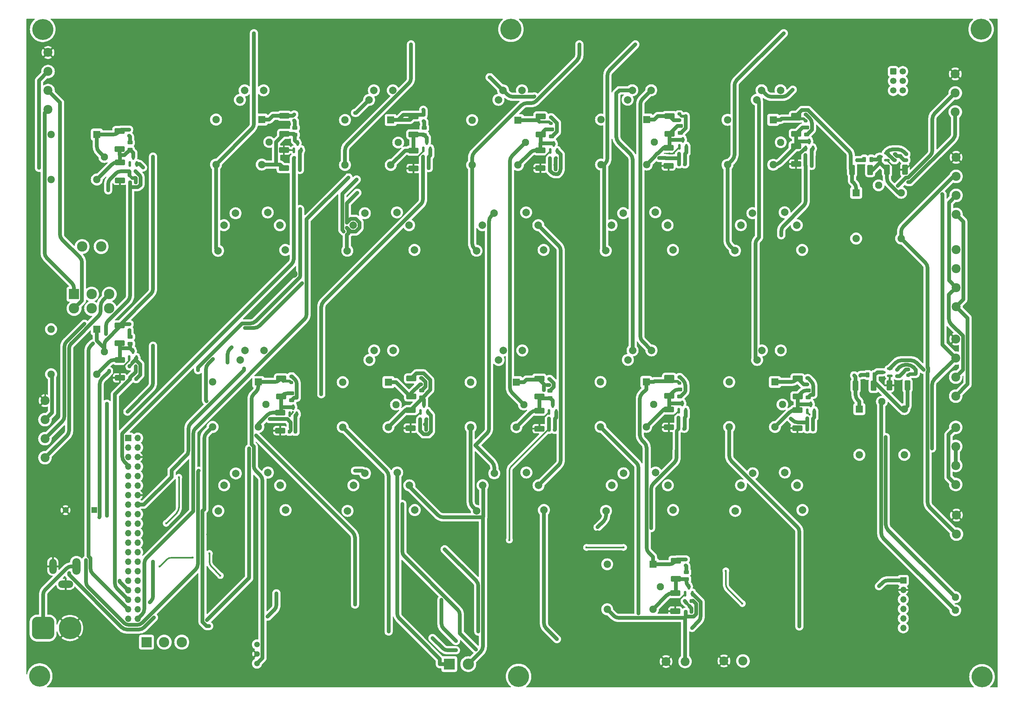
<source format=gbr>
%TF.GenerationSoftware,KiCad,Pcbnew,8.0.5*%
%TF.CreationDate,2025-05-12T12:18:58+05:30*%
%TF.ProjectId,automation,6175746f-6d61-4746-996f-6e2e6b696361,rev?*%
%TF.SameCoordinates,Original*%
%TF.FileFunction,Copper,L14,Bot*%
%TF.FilePolarity,Positive*%
%FSLAX46Y46*%
G04 Gerber Fmt 4.6, Leading zero omitted, Abs format (unit mm)*
G04 Created by KiCad (PCBNEW 8.0.5) date 2025-05-12 12:18:58*
%MOMM*%
%LPD*%
G01*
G04 APERTURE LIST*
G04 Aperture macros list*
%AMRoundRect*
0 Rectangle with rounded corners*
0 $1 Rounding radius*
0 $2 $3 $4 $5 $6 $7 $8 $9 X,Y pos of 4 corners*
0 Add a 4 corners polygon primitive as box body*
4,1,4,$2,$3,$4,$5,$6,$7,$8,$9,$2,$3,0*
0 Add four circle primitives for the rounded corners*
1,1,$1+$1,$2,$3*
1,1,$1+$1,$4,$5*
1,1,$1+$1,$6,$7*
1,1,$1+$1,$8,$9*
0 Add four rect primitives between the rounded corners*
20,1,$1+$1,$2,$3,$4,$5,0*
20,1,$1+$1,$4,$5,$6,$7,0*
20,1,$1+$1,$6,$7,$8,$9,0*
20,1,$1+$1,$8,$9,$2,$3,0*%
G04 Aperture macros list end*
%TA.AperFunction,ComponentPad*%
%ADD10C,2.400000*%
%TD*%
%TA.AperFunction,ComponentPad*%
%ADD11C,5.600000*%
%TD*%
%TA.AperFunction,ComponentPad*%
%ADD12R,2.775000X2.775000*%
%TD*%
%TA.AperFunction,ComponentPad*%
%ADD13C,2.775000*%
%TD*%
%TA.AperFunction,ComponentPad*%
%ADD14R,3.000000X3.000000*%
%TD*%
%TA.AperFunction,ComponentPad*%
%ADD15C,3.000000*%
%TD*%
%TA.AperFunction,ComponentPad*%
%ADD16C,1.950000*%
%TD*%
%TA.AperFunction,ComponentPad*%
%ADD17RoundRect,0.250000X-0.600000X-0.600000X0.600000X-0.600000X0.600000X0.600000X-0.600000X0.600000X0*%
%TD*%
%TA.AperFunction,ComponentPad*%
%ADD18C,1.700000*%
%TD*%
%TA.AperFunction,ComponentPad*%
%ADD19O,2.200000X4.400000*%
%TD*%
%TA.AperFunction,ComponentPad*%
%ADD20O,2.000000X4.000000*%
%TD*%
%TA.AperFunction,ComponentPad*%
%ADD21O,4.000000X2.000000*%
%TD*%
%TA.AperFunction,ComponentPad*%
%ADD22C,1.508000*%
%TD*%
%TA.AperFunction,ComponentPad*%
%ADD23RoundRect,1.500000X-1.500000X-1.500000X1.500000X-1.500000X1.500000X1.500000X-1.500000X1.500000X0*%
%TD*%
%TA.AperFunction,ComponentPad*%
%ADD24C,6.000000*%
%TD*%
%TA.AperFunction,ComponentPad*%
%ADD25R,1.700000X1.700000*%
%TD*%
%TA.AperFunction,ComponentPad*%
%ADD26O,1.700000X1.700000*%
%TD*%
%TA.AperFunction,SMDPad,CuDef*%
%ADD27RoundRect,0.200000X0.200000X0.275000X-0.200000X0.275000X-0.200000X-0.275000X0.200000X-0.275000X0*%
%TD*%
%TA.AperFunction,ComponentPad*%
%ADD28R,1.600200X1.600200*%
%TD*%
%TA.AperFunction,ComponentPad*%
%ADD29C,1.600200*%
%TD*%
%TA.AperFunction,SMDPad,CuDef*%
%ADD30RoundRect,0.200000X-0.275000X0.200000X-0.275000X-0.200000X0.275000X-0.200000X0.275000X0.200000X0*%
%TD*%
%TA.AperFunction,ComponentPad*%
%ADD31R,1.980000X1.980000*%
%TD*%
%TA.AperFunction,ComponentPad*%
%ADD32C,1.980000*%
%TD*%
%TA.AperFunction,ComponentPad*%
%ADD33C,1.935000*%
%TD*%
%TA.AperFunction,SMDPad,CuDef*%
%ADD34RoundRect,0.150000X0.150000X-0.587500X0.150000X0.587500X-0.150000X0.587500X-0.150000X-0.587500X0*%
%TD*%
%TA.AperFunction,SMDPad,CuDef*%
%ADD35RoundRect,0.243750X-0.456250X0.243750X-0.456250X-0.243750X0.456250X-0.243750X0.456250X0.243750X0*%
%TD*%
%TA.AperFunction,SMDPad,CuDef*%
%ADD36RoundRect,0.250000X-1.100000X0.500000X-1.100000X-0.500000X1.100000X-0.500000X1.100000X0.500000X0*%
%TD*%
%TA.AperFunction,SMDPad,CuDef*%
%ADD37RoundRect,0.200000X0.275000X-0.200000X0.275000X0.200000X-0.275000X0.200000X-0.275000X-0.200000X0*%
%TD*%
%TA.AperFunction,SMDPad,CuDef*%
%ADD38RoundRect,0.250000X-0.500000X-1.100000X0.500000X-1.100000X0.500000X1.100000X-0.500000X1.100000X0*%
%TD*%
%TA.AperFunction,SMDPad,CuDef*%
%ADD39RoundRect,0.225000X0.225000X0.250000X-0.225000X0.250000X-0.225000X-0.250000X0.225000X-0.250000X0*%
%TD*%
%TA.AperFunction,SMDPad,CuDef*%
%ADD40RoundRect,0.150000X0.587500X0.150000X-0.587500X0.150000X-0.587500X-0.150000X0.587500X-0.150000X0*%
%TD*%
%TA.AperFunction,SMDPad,CuDef*%
%ADD41RoundRect,0.200000X-0.200000X-0.275000X0.200000X-0.275000X0.200000X0.275000X-0.200000X0.275000X0*%
%TD*%
%TA.AperFunction,SMDPad,CuDef*%
%ADD42RoundRect,0.225000X-0.225000X-0.250000X0.225000X-0.250000X0.225000X0.250000X-0.225000X0.250000X0*%
%TD*%
%TA.AperFunction,SMDPad,CuDef*%
%ADD43RoundRect,0.243750X0.456250X-0.243750X0.456250X0.243750X-0.456250X0.243750X-0.456250X-0.243750X0*%
%TD*%
%TA.AperFunction,SMDPad,CuDef*%
%ADD44RoundRect,0.250000X1.100000X-0.500000X1.100000X0.500000X-1.100000X0.500000X-1.100000X-0.500000X0*%
%TD*%
%TA.AperFunction,SMDPad,CuDef*%
%ADD45RoundRect,0.225000X-0.250000X0.225000X-0.250000X-0.225000X0.250000X-0.225000X0.250000X0.225000X0*%
%TD*%
%TA.AperFunction,SMDPad,CuDef*%
%ADD46RoundRect,0.243750X0.243750X0.456250X-0.243750X0.456250X-0.243750X-0.456250X0.243750X-0.456250X0*%
%TD*%
%TA.AperFunction,SMDPad,CuDef*%
%ADD47RoundRect,0.250000X0.500000X1.100000X-0.500000X1.100000X-0.500000X-1.100000X0.500000X-1.100000X0*%
%TD*%
%TA.AperFunction,ViaPad*%
%ADD48C,0.600000*%
%TD*%
%TA.AperFunction,ViaPad*%
%ADD49C,0.500000*%
%TD*%
%TA.AperFunction,ViaPad*%
%ADD50C,2.000000*%
%TD*%
%TA.AperFunction,Conductor*%
%ADD51C,1.000000*%
%TD*%
%TA.AperFunction,Conductor*%
%ADD52C,0.400000*%
%TD*%
%TA.AperFunction,Conductor*%
%ADD53C,0.801400*%
%TD*%
%TA.AperFunction,Conductor*%
%ADD54C,0.901600*%
%TD*%
%TA.AperFunction,Conductor*%
%ADD55C,0.976600*%
%TD*%
G04 APERTURE END LIST*
D10*
%TO.P,J8,1,1*%
%TO.N,/A_1*%
X539300000Y-197960000D03*
%TO.P,J8,2,2*%
%TO.N,/B_1*%
X539300000Y-192880000D03*
%TO.P,J8,3,3*%
%TO.N,unconnected-(J8-Pad3)*%
X539300000Y-187800000D03*
%TO.P,J8,4,4*%
%TO.N,GND*%
X539300000Y-182720000D03*
%TD*%
D11*
%TO.P,H1,1*%
%TO.N,N/C*%
X295590000Y-123970000D03*
%TD*%
D10*
%TO.P,J12,1,1*%
%TO.N,/A_1*%
X539200000Y-221860000D03*
%TO.P,J12,2,2*%
%TO.N,/B_1*%
X539200000Y-216780000D03*
%TO.P,J12,3,3*%
%TO.N,/PCB_14*%
X539200000Y-211700000D03*
%TO.P,J12,4,4*%
%TO.N,GND*%
X539200000Y-206620000D03*
%TD*%
D12*
%TO.P,S2,1*%
%TO.N,/A1*%
X303947500Y-194636200D03*
D13*
%TO.P,S2,2*%
%TO.N,/A_*%
X308647500Y-194636200D03*
%TO.P,S2,3*%
%TO.N,/A2*%
X313347500Y-194636200D03*
%TO.P,S2,4*%
%TO.N,/B1*%
X303947500Y-198446200D03*
%TO.P,S2,5*%
%TO.N,/B_*%
X308647500Y-198446200D03*
%TO.P,S2,6*%
%TO.N,/B2*%
X313347500Y-198446200D03*
%TO.P,S2,S1*%
%TO.N,N/C*%
X306107500Y-181936200D03*
%TO.P,S2,S2*%
X311187500Y-181936200D03*
%TD*%
D11*
%TO.P,H3,1*%
%TO.N,N/C*%
X420520000Y-123930000D03*
%TD*%
%TO.P,H2,1*%
%TO.N,N/C*%
X294800000Y-296600000D03*
%TD*%
D10*
%TO.P,J4,1,Pin_1*%
%TO.N,/PCB_13*%
X539400000Y-258700000D03*
%TO.P,J4,2,Pin_2*%
%TO.N,GND*%
X539400000Y-253620000D03*
%TD*%
D14*
%TO.P,J14,1,Pin_1*%
%TO.N,/A_*%
X404060000Y-293400000D03*
D15*
%TO.P,J14,2,Pin_2*%
%TO.N,/B_*%
X409140000Y-293400000D03*
%TD*%
D11*
%TO.P,H4,1*%
%TO.N,N/C*%
X545970000Y-123940000D03*
%TD*%
D16*
%TO.P,J17,1,Pin_1*%
%TO.N,/12V_CS*%
X539100000Y-279037900D03*
%TO.P,J17,2,Pin_2*%
%TO.N,/12V_CS_OUT*%
X539100000Y-275537900D03*
%TD*%
D10*
%TO.P,J13,1,1*%
%TO.N,/A_R*%
X539200000Y-245460000D03*
%TO.P,J13,2,2*%
%TO.N,/B_R*%
X539200000Y-240380000D03*
%TO.P,J13,3,3*%
X539200000Y-235300000D03*
%TO.P,J13,4,4*%
%TO.N,/A_R*%
X539200000Y-230220000D03*
%TD*%
%TO.P,J19,1,Pin_1*%
%TO.N,/A_*%
X539080000Y-146010000D03*
%TO.P,J19,2,Pin_2*%
%TO.N,/B_*%
X539080000Y-140930000D03*
%TO.P,J19,3,Pin_3*%
%TO.N,GND*%
X539080000Y-135850000D03*
%TD*%
%TO.P,J10,1,1*%
%TO.N,/A1*%
X297010000Y-145370000D03*
%TO.P,J10,2,2*%
%TO.N,/B1*%
X297010000Y-140290000D03*
%TO.P,J10,3,3*%
%TO.N,/PCB_12*%
X297010000Y-135210000D03*
%TO.P,J10,4,4*%
%TO.N,GND*%
X297010000Y-130130000D03*
%TD*%
%TO.P,J1,1,Pin_1*%
%TO.N,/VM*%
X466980000Y-292700000D03*
%TO.P,J1,2,Pin_2*%
%TO.N,GND*%
X461900000Y-292700000D03*
%TD*%
D17*
%TO.P,J15,1,Pin_1*%
%TO.N,/GC*%
X522530000Y-135210000D03*
D18*
%TO.P,J15,2,Pin_2*%
%TO.N,unconnected-(J15-Pin_2-Pad2)*%
X525070000Y-135210000D03*
%TO.P,J15,3,Pin_3*%
%TO.N,unconnected-(J15-Pin_3-Pad3)*%
X522530000Y-137750000D03*
%TO.P,J15,4,Pin_4*%
%TO.N,unconnected-(J15-Pin_4-Pad4)*%
X525070000Y-137750000D03*
%TO.P,J15,5,Pin_5*%
%TO.N,/VC*%
X522530000Y-140290000D03*
%TO.P,J15,6,Pin_6*%
%TO.N,/DW*%
X525070000Y-140290000D03*
%TD*%
D19*
%TO.P,J5,1*%
%TO.N,+12V*%
X304600000Y-267300000D03*
D20*
%TO.P,J5,2*%
%TO.N,GND*%
X298300000Y-267300000D03*
D21*
%TO.P,J5,3*%
X301700000Y-272100000D03*
%TD*%
D11*
%TO.P,H6,1*%
%TO.N,N/C*%
X546200000Y-296790000D03*
%TD*%
D22*
%TO.P,U1,1*%
%TO.N,/12V_CS*%
X352750000Y-293240000D03*
%TO.P,U1,2*%
%TO.N,GND*%
X352750000Y-290700000D03*
%TO.P,U1,3*%
%TO.N,5V*%
X352750000Y-288160000D03*
%TD*%
D23*
%TO.P,J6,1,Pin_1*%
%TO.N,+12V*%
X295680000Y-283770000D03*
D24*
%TO.P,J6,2,Pin_2*%
%TO.N,GND*%
X302880000Y-283770000D03*
%TD*%
D10*
%TO.P,J9,1,1*%
%TO.N,/A2*%
X296200000Y-238300000D03*
%TO.P,J9,2,2*%
%TO.N,/B2*%
X296200000Y-233220000D03*
%TO.P,J9,3,3*%
%TO.N,/PCB_11*%
X296200000Y-228140000D03*
%TO.P,J9,4,4*%
%TO.N,GND*%
X296200000Y-223060000D03*
%TD*%
%TO.P,J7,1,1*%
%TO.N,/A_1*%
X539300000Y-173360000D03*
%TO.P,J7,2,2*%
%TO.N,/B_1*%
X539300000Y-168280000D03*
%TO.P,J7,3,3*%
%TO.N,/PCB_13*%
X539300000Y-163200000D03*
%TO.P,J7,4,4*%
%TO.N,GND*%
X539300000Y-158120000D03*
%TD*%
D25*
%TO.P,J16,1,Pin_1*%
%TO.N,5V*%
X525200000Y-271037900D03*
D26*
%TO.P,J16,2,Pin_2*%
%TO.N,GND*%
X525200000Y-273577900D03*
%TO.P,J16,3,Pin_3*%
%TO.N,/SCL*%
X525200000Y-276117900D03*
%TO.P,J16,4,Pin_4*%
%TO.N,/SDA*%
X525200000Y-278657900D03*
%TO.P,J16,5,Pin_5*%
%TO.N,unconnected-(J16-Pin_5-Pad5)*%
X525200000Y-281197900D03*
%TO.P,J16,6,Pin_6*%
%TO.N,unconnected-(J16-Pin_6-Pad6)*%
X525200000Y-283737900D03*
%TD*%
D12*
%TO.P,S1,1*%
%TO.N,/12V_CS*%
X323300000Y-287552500D03*
D13*
%TO.P,S1,2*%
%TO.N,/12V_OUT*%
X328000000Y-287552500D03*
%TO.P,S1,3*%
%TO.N,unconnected-(S1-Pad3)*%
X332700000Y-287552500D03*
%TD*%
D10*
%TO.P,J2,1,Pin_1*%
%TO.N,/VM*%
X482440000Y-292550000D03*
%TO.P,J2,2,Pin_2*%
%TO.N,GND*%
X477360000Y-292550000D03*
%TD*%
D11*
%TO.P,H5,1*%
%TO.N,N/C*%
X422560000Y-296690000D03*
%TD*%
D27*
%TO.P,R42,1*%
%TO.N,/R7*%
X397970000Y-228050000D03*
%TO.P,R42,2*%
%TO.N,Net-(Q13-B)*%
X396320000Y-228050000D03*
%TD*%
D28*
%TO.P,BZ1,1,+*%
%TO.N,/buzzer*%
X309300000Y-252300000D03*
D29*
%TO.P,BZ1,2,-*%
%TO.N,GND*%
X301690000Y-252300000D03*
%TD*%
D30*
%TO.P,R21,1*%
%TO.N,Net-(D29-A)*%
X465490000Y-216750000D03*
%TO.P,R21,2*%
%TO.N,/12V_CS*%
X465490000Y-218400000D03*
%TD*%
D31*
%TO.P,K12,A1*%
%TO.N,/12V_CS*%
X512630000Y-167582500D03*
D32*
%TO.P,K12,A2*%
%TO.N,Net-(D55-K)*%
X524630000Y-167582500D03*
D33*
%TO.P,K12,COM*%
%TO.N,/12V_CS*%
X518630000Y-165582500D03*
D32*
%TO.P,K12,NC*%
%TO.N,unconnected-(K12-PadNC)*%
X512630000Y-179782500D03*
%TO.P,K12,NO*%
%TO.N,/PCB_13*%
X524630000Y-179782500D03*
%TD*%
D34*
%TO.P,Q7,1,B*%
%TO.N,Net-(Q7-B)*%
X467370000Y-155320000D03*
%TO.P,Q7,2,E*%
%TO.N,GND*%
X465470000Y-155320000D03*
%TO.P,Q7,3,C*%
%TO.N,Net-(D40-K)*%
X466420000Y-153445000D03*
%TD*%
%TO.P,Q2,1,B*%
%TO.N,Net-(Q2-B)*%
X364520600Y-156210000D03*
%TO.P,Q2,2,E*%
%TO.N,GND*%
X362620600Y-156210000D03*
%TO.P,Q2,3,C*%
%TO.N,Net-(D23-K)*%
X363570600Y-154335000D03*
%TD*%
D35*
%TO.P,D46,1,K*%
%TO.N,Net-(D46-K)*%
X499390000Y-150175000D03*
%TO.P,D46,2,A*%
%TO.N,Net-(D46-A)*%
X499390000Y-152050000D03*
%TD*%
D36*
%TO.P,D36,1,K*%
%TO.N,/12V_CS*%
X428447500Y-147190000D03*
%TO.P,D36,2,A*%
%TO.N,Net-(D34-K)*%
X428447500Y-151990000D03*
%TD*%
D31*
%TO.P,K2,A1*%
%TO.N,/12V_CS*%
X354030000Y-148040000D03*
D32*
%TO.P,K2,A2*%
%TO.N,Net-(D23-K)*%
X354030000Y-160040000D03*
D33*
%TO.P,K2,COM*%
%TO.N,/12V_CS_OUT*%
X356030000Y-154040000D03*
D32*
%TO.P,K2,NC*%
%TO.N,unconnected-(K2-PadNC)*%
X341830000Y-148040000D03*
%TO.P,K2,NO*%
%TO.N,/PCB_1*%
X341830000Y-160040000D03*
%TD*%
D37*
%TO.P,R20,1*%
%TO.N,Net-(D28-A)*%
X397202500Y-148455000D03*
%TO.P,R20,2*%
%TO.N,/12V_CS*%
X397202500Y-146805000D03*
%TD*%
D35*
%TO.P,D35,1,K*%
%TO.N,Net-(D35-K)*%
X499800000Y-220325000D03*
%TO.P,D35,2,A*%
%TO.N,Net-(D35-A)*%
X499800000Y-222200000D03*
%TD*%
D38*
%TO.P,D56,1,K*%
%TO.N,/12V_CS*%
X511560000Y-161490000D03*
%TO.P,D56,2,A*%
%TO.N,Net-(D55-K)*%
X516360000Y-161490000D03*
%TD*%
D31*
%TO.P,K1,A1*%
%TO.N,/12V_CS*%
X421977500Y-218140000D03*
D32*
%TO.P,K1,A2*%
%TO.N,Net-(D22-K)*%
X421977500Y-230140000D03*
D33*
%TO.P,K1,COM*%
%TO.N,/12V_CS_OUT*%
X423977500Y-224140000D03*
D32*
%TO.P,K1,NC*%
%TO.N,unconnected-(K1-PadNC)*%
X409777500Y-218140000D03*
%TO.P,K1,NO*%
%TO.N,/PCB_8*%
X409777500Y-230140000D03*
%TD*%
D38*
%TO.P,D57,1,K*%
%TO.N,Net-(D55-K)*%
X520850000Y-161450000D03*
%TO.P,D57,2,A*%
%TO.N,GND*%
X525650000Y-161450000D03*
%TD*%
D39*
%TO.P,C10,1*%
%TO.N,Net-(Q8-B)*%
X320490000Y-217315000D03*
%TO.P,C10,2*%
%TO.N,/R11*%
X318940000Y-217315000D03*
%TD*%
D36*
%TO.P,D26,1,K*%
%TO.N,/12V_CS*%
X360092500Y-147040000D03*
%TO.P,D26,2,A*%
%TO.N,Net-(D23-K)*%
X360092500Y-151840000D03*
%TD*%
%TO.P,D41,1,K*%
%TO.N,/12V_CS*%
X462840000Y-147070000D03*
%TO.P,D41,2,A*%
%TO.N,Net-(D40-K)*%
X462840000Y-151870000D03*
%TD*%
D40*
%TO.P,Q15,1,B*%
%TO.N,Net-(Q15-B)*%
X521605000Y-214537500D03*
%TO.P,Q15,2,E*%
%TO.N,GND*%
X521605000Y-216437500D03*
%TO.P,Q15,3,C*%
%TO.N,Net-(D64-K)*%
X519730000Y-215487500D03*
%TD*%
D31*
%TO.P,K6,A1*%
%TO.N,/12V_CS*%
X490967500Y-218100000D03*
D32*
%TO.P,K6,A2*%
%TO.N,Net-(D35-K)*%
X490967500Y-230100000D03*
D33*
%TO.P,K6,COM*%
%TO.N,/12V_CS_OUT*%
X492967500Y-224100000D03*
D32*
%TO.P,K6,NC*%
%TO.N,unconnected-(K6-PadNC)*%
X478767500Y-218100000D03*
%TO.P,K6,NO*%
%TO.N,/PCB_10*%
X478767500Y-230100000D03*
%TD*%
D39*
%TO.P,C5,1*%
%TO.N,Net-(Q3-B)*%
X398607500Y-160960000D03*
%TO.P,C5,2*%
%TO.N,/R2*%
X397057500Y-160960000D03*
%TD*%
D30*
%TO.P,R41,1*%
%TO.N,/R13*%
X522940000Y-157267500D03*
%TO.P,R41,2*%
%TO.N,Net-(Q12-B)*%
X522940000Y-158917500D03*
%TD*%
D36*
%TO.P,D50,1,K*%
%TO.N,/12V_CS*%
X316110000Y-151100000D03*
%TO.P,D50,2,A*%
%TO.N,Net-(D49-K)*%
X316110000Y-155900000D03*
%TD*%
D34*
%TO.P,Q5,1,B*%
%TO.N,Net-(Q5-B)*%
X432900000Y-156460000D03*
%TO.P,Q5,2,E*%
%TO.N,GND*%
X431000000Y-156460000D03*
%TO.P,Q5,3,C*%
%TO.N,Net-(D34-K)*%
X431950000Y-154585000D03*
%TD*%
D39*
%TO.P,C3,1*%
%TO.N,Net-(Q1-B)*%
X432225000Y-230830000D03*
%TO.P,C3,2*%
%TO.N,/R8*%
X430675000Y-230830000D03*
%TD*%
D30*
%TO.P,R30,1*%
%TO.N,Net-(D35-A)*%
X499600000Y-217080000D03*
%TO.P,R30,2*%
%TO.N,/12V_CS*%
X499600000Y-218730000D03*
%TD*%
D41*
%TO.P,R15,1*%
%TO.N,/R2*%
X397027500Y-157960000D03*
%TO.P,R15,2*%
%TO.N,Net-(Q3-B)*%
X398677500Y-157960000D03*
%TD*%
D34*
%TO.P,Q3,1,B*%
%TO.N,Net-(Q3-B)*%
X399022500Y-155967500D03*
%TO.P,Q3,2,E*%
%TO.N,GND*%
X397122500Y-155967500D03*
%TO.P,Q3,3,C*%
%TO.N,Net-(D28-K)*%
X398072500Y-154092500D03*
%TD*%
D36*
%TO.P,D45,1,K*%
%TO.N,Net-(D43-K)*%
X316170000Y-212185000D03*
%TO.P,D45,2,A*%
%TO.N,GND*%
X316170000Y-216985000D03*
%TD*%
%TO.P,D44,1,K*%
%TO.N,/12V_CS*%
X316100000Y-202965000D03*
%TO.P,D44,2,A*%
%TO.N,Net-(D43-K)*%
X316100000Y-207765000D03*
%TD*%
D31*
%TO.P,K4,A1*%
%TO.N,/12V_CS*%
X456620000Y-218070000D03*
D32*
%TO.P,K4,A2*%
%TO.N,Net-(D29-K)*%
X456620000Y-230070000D03*
D33*
%TO.P,K4,COM*%
%TO.N,/12V_CS_OUT*%
X458620000Y-224070000D03*
D32*
%TO.P,K4,NC*%
%TO.N,unconnected-(K4-PadNC)*%
X444420000Y-218070000D03*
%TO.P,K4,NO*%
%TO.N,/PCB_9*%
X444420000Y-230070000D03*
%TD*%
D36*
%TO.P,D48,1,K*%
%TO.N,Net-(D46-K)*%
X496582500Y-155120000D03*
%TO.P,D48,2,A*%
%TO.N,GND*%
X496582500Y-159920000D03*
%TD*%
D34*
%TO.P,Q10,1,B*%
%TO.N,Net-(Q10-B)*%
X320690000Y-159925000D03*
%TO.P,Q10,2,E*%
%TO.N,GND*%
X318790000Y-159925000D03*
%TO.P,Q10,3,C*%
%TO.N,Net-(D49-K)*%
X319740000Y-158050000D03*
%TD*%
D31*
%TO.P,K15,A1*%
%TO.N,/12V_CS*%
X513490000Y-225330000D03*
D32*
%TO.P,K15,A2*%
%TO.N,Net-(D64-K)*%
X525490000Y-225330000D03*
D33*
%TO.P,K15,COM*%
%TO.N,/12V_CS*%
X519490000Y-223330000D03*
D32*
%TO.P,K15,NC*%
%TO.N,unconnected-(K15-PadNC)*%
X513490000Y-237530000D03*
%TO.P,K15,NO*%
%TO.N,/PCB_14*%
X525490000Y-237530000D03*
%TD*%
D31*
%TO.P,K10,A1*%
%TO.N,/12V_CS*%
X310040000Y-152040000D03*
D32*
%TO.P,K10,A2*%
%TO.N,Net-(D49-K)*%
X310040000Y-164040000D03*
D33*
%TO.P,K10,COM*%
%TO.N,/12V_CS*%
X312040000Y-158040000D03*
D32*
%TO.P,K10,NC*%
%TO.N,unconnected-(K10-PadNC)*%
X297840000Y-152040000D03*
%TO.P,K10,NO*%
%TO.N,/PCB_12*%
X297840000Y-164040000D03*
%TD*%
D42*
%TO.P,C7,1*%
%TO.N,Net-(Q5-B)*%
X430935000Y-161360000D03*
%TO.P,C7,2*%
%TO.N,/R3*%
X432485000Y-161360000D03*
%TD*%
D30*
%TO.P,R10,1*%
%TO.N,Net-(D22-A)*%
X430730000Y-217260000D03*
%TO.P,R10,2*%
%TO.N,/12V_CS*%
X430730000Y-218910000D03*
%TD*%
D42*
%TO.P,C15,1*%
%TO.N,Net-(Q13-B)*%
X396310000Y-230830000D03*
%TO.P,C15,2*%
%TO.N,/R7*%
X397860000Y-230830000D03*
%TD*%
D41*
%TO.P,R38,1*%
%TO.N,/R6*%
X361410000Y-228550000D03*
%TO.P,R38,2*%
%TO.N,Net-(Q11-B)*%
X363060000Y-228550000D03*
%TD*%
D35*
%TO.P,D52,1,K*%
%TO.N,Net-(D52-K)*%
X361980000Y-221112500D03*
%TO.P,D52,2,A*%
%TO.N,Net-(D52-A)*%
X361980000Y-222987500D03*
%TD*%
D36*
%TO.P,D63,1,K*%
%TO.N,Net-(D61-K)*%
X464380000Y-274472500D03*
%TO.P,D63,2,A*%
%TO.N,GND*%
X464380000Y-279272500D03*
%TD*%
D34*
%TO.P,Q13,1,B*%
%TO.N,Net-(Q13-B)*%
X398290000Y-226080000D03*
%TO.P,Q13,2,E*%
%TO.N,GND*%
X396390000Y-226080000D03*
%TO.P,Q13,3,C*%
%TO.N,Net-(D58-K)*%
X397340000Y-224205000D03*
%TD*%
D36*
%TO.P,D38,1,K*%
%TO.N,/12V_CS*%
X497027500Y-217120000D03*
%TO.P,D38,2,A*%
%TO.N,Net-(D35-K)*%
X497027500Y-221920000D03*
%TD*%
D27*
%TO.P,R43,1*%
%TO.N,Net-(D55-A)*%
X512855000Y-158850000D03*
%TO.P,R43,2*%
%TO.N,/12V_CS*%
X511205000Y-158850000D03*
%TD*%
D35*
%TO.P,D40,1,K*%
%TO.N,Net-(D40-K)*%
X465690000Y-149735000D03*
%TO.P,D40,2,A*%
%TO.N,Net-(D40-A)*%
X465690000Y-151610000D03*
%TD*%
D41*
%TO.P,R35,1*%
%TO.N,/R5*%
X499090000Y-157550000D03*
%TO.P,R35,2*%
%TO.N,Net-(Q9-B)*%
X500740000Y-157550000D03*
%TD*%
D43*
%TO.P,D61,1,K*%
%TO.N,Net-(D61-K)*%
X467310000Y-270747500D03*
%TO.P,D61,2,A*%
%TO.N,Net-(D61-A)*%
X467310000Y-268872500D03*
%TD*%
D31*
%TO.P,K13,A1*%
%TO.N,/12V_CS*%
X387847500Y-218140000D03*
D32*
%TO.P,K13,A2*%
%TO.N,Net-(D58-K)*%
X387847500Y-230140000D03*
D33*
%TO.P,K13,COM*%
%TO.N,/12V_CS_OUT*%
X389847500Y-224140000D03*
D32*
%TO.P,K13,NC*%
%TO.N,unconnected-(K13-PadNC)*%
X375647500Y-218140000D03*
%TO.P,K13,NO*%
%TO.N,/PCB_7*%
X375647500Y-230140000D03*
%TD*%
D36*
%TO.P,D24,1,K*%
%TO.N,/12V_CS*%
X428087500Y-217190000D03*
%TO.P,D24,2,A*%
%TO.N,Net-(D22-K)*%
X428087500Y-221990000D03*
%TD*%
%TO.P,D33,1,K*%
%TO.N,Net-(D29-K)*%
X462680000Y-225390000D03*
%TO.P,D33,2,A*%
%TO.N,GND*%
X462680000Y-230190000D03*
%TD*%
D30*
%TO.P,R40,1*%
%TO.N,Net-(D52-A)*%
X361890000Y-216580000D03*
%TO.P,R40,2*%
%TO.N,/12V_CS*%
X361890000Y-218230000D03*
%TD*%
D44*
%TO.P,D27,1,K*%
%TO.N,Net-(D23-K)*%
X359930600Y-161000000D03*
%TO.P,D27,2,A*%
%TO.N,GND*%
X359930600Y-156200000D03*
%TD*%
D36*
%TO.P,D60,1,K*%
%TO.N,Net-(D58-K)*%
X393747500Y-225610000D03*
%TO.P,D60,2,A*%
%TO.N,GND*%
X393747500Y-230410000D03*
%TD*%
D39*
%TO.P,C16,1*%
%TO.N,Net-(Q14-B)*%
X468720000Y-279452500D03*
%TO.P,C16,2*%
%TO.N,/VM*%
X467170000Y-279452500D03*
%TD*%
%TO.P,C8,1*%
%TO.N,Net-(Q6-B)*%
X501100000Y-230730000D03*
%TO.P,C8,2*%
%TO.N,/R10*%
X499550000Y-230730000D03*
%TD*%
D31*
%TO.P,K8,A1*%
%TO.N,/12V_CS*%
X310017500Y-204005000D03*
D32*
%TO.P,K8,A2*%
%TO.N,Net-(D43-K)*%
X310017500Y-216005000D03*
D33*
%TO.P,K8,COM*%
%TO.N,/12V_CS*%
X312017500Y-210005000D03*
D32*
%TO.P,K8,NC*%
%TO.N,unconnected-(K8-PadNC)*%
X297817500Y-204005000D03*
%TO.P,K8,NO*%
%TO.N,/PCB_11*%
X297817500Y-216005000D03*
%TD*%
D30*
%TO.P,R32,1*%
%TO.N,Net-(D40-A)*%
X465430000Y-146550000D03*
%TO.P,R32,2*%
%TO.N,/12V_CS*%
X465430000Y-148200000D03*
%TD*%
D34*
%TO.P,Q14,1,B*%
%TO.N,Net-(Q14-B)*%
X468930000Y-274587500D03*
%TO.P,Q14,2,E*%
%TO.N,GND*%
X467030000Y-274587500D03*
%TO.P,Q14,3,C*%
%TO.N,Net-(D61-K)*%
X467980000Y-272712500D03*
%TD*%
D27*
%TO.P,R26,1*%
%TO.N,/R3*%
X432565000Y-158410000D03*
%TO.P,R26,2*%
%TO.N,Net-(Q5-B)*%
X430915000Y-158410000D03*
%TD*%
D36*
%TO.P,D32,1,K*%
%TO.N,/12V_CS*%
X462760000Y-216950000D03*
%TO.P,D32,2,A*%
%TO.N,Net-(D29-K)*%
X462760000Y-221750000D03*
%TD*%
D34*
%TO.P,Q9,1,B*%
%TO.N,Net-(Q9-B)*%
X501070000Y-155730000D03*
%TO.P,Q9,2,E*%
%TO.N,GND*%
X499170000Y-155730000D03*
%TO.P,Q9,3,C*%
%TO.N,Net-(D46-K)*%
X500120000Y-153855000D03*
%TD*%
D36*
%TO.P,D42,1,K*%
%TO.N,Net-(D40-K)*%
X462600000Y-155600000D03*
%TO.P,D42,2,A*%
%TO.N,GND*%
X462600000Y-160400000D03*
%TD*%
%TO.P,D30,1,K*%
%TO.N,/12V_CS*%
X394552500Y-147192500D03*
%TO.P,D30,2,A*%
%TO.N,Net-(D28-K)*%
X394552500Y-151992500D03*
%TD*%
D35*
%TO.P,D34,1,K*%
%TO.N,Net-(D34-K)*%
X431360000Y-150665000D03*
%TO.P,D34,2,A*%
%TO.N,Net-(D34-A)*%
X431360000Y-152540000D03*
%TD*%
D27*
%TO.P,R33,1*%
%TO.N,/R11*%
X320410000Y-213895000D03*
%TO.P,R33,2*%
%TO.N,Net-(Q8-B)*%
X318760000Y-213895000D03*
%TD*%
D31*
%TO.P,K11,A1*%
%TO.N,/12V_CS*%
X353127500Y-218090000D03*
D32*
%TO.P,K11,A2*%
%TO.N,Net-(D52-K)*%
X353127500Y-230090000D03*
D33*
%TO.P,K11,COM*%
%TO.N,/12V_CS_OUT*%
X355127500Y-224090000D03*
D32*
%TO.P,K11,NC*%
%TO.N,unconnected-(K11-PadNC)*%
X340927500Y-218090000D03*
%TO.P,K11,NO*%
%TO.N,/PCB_6*%
X340927500Y-230090000D03*
%TD*%
D27*
%TO.P,R45,1*%
%TO.N,/VM*%
X468560000Y-276562500D03*
%TO.P,R45,2*%
%TO.N,Net-(Q14-B)*%
X466910000Y-276562500D03*
%TD*%
D30*
%TO.P,R29,1*%
%TO.N,Net-(D34-A)*%
X431140000Y-147420000D03*
%TO.P,R29,2*%
%TO.N,/12V_CS*%
X431140000Y-149070000D03*
%TD*%
D36*
%TO.P,D53,1,K*%
%TO.N,/12V_CS*%
X359227500Y-217132500D03*
%TO.P,D53,2,A*%
%TO.N,Net-(D52-K)*%
X359227500Y-221932500D03*
%TD*%
%TO.P,D51,1,K*%
%TO.N,Net-(D49-K)*%
X316180000Y-159460000D03*
%TO.P,D51,2,A*%
%TO.N,GND*%
X316180000Y-164260000D03*
%TD*%
%TO.P,D54,1,K*%
%TO.N,Net-(D52-K)*%
X358967500Y-226282500D03*
%TO.P,D54,2,A*%
%TO.N,GND*%
X358967500Y-231082500D03*
%TD*%
D43*
%TO.P,D43,1,K*%
%TO.N,Net-(D43-K)*%
X318940000Y-207882500D03*
%TO.P,D43,2,A*%
%TO.N,Net-(D43-A)*%
X318940000Y-206007500D03*
%TD*%
%TO.P,D23,1,K*%
%TO.N,Net-(D23-K)*%
X362892500Y-152097500D03*
%TO.P,D23,2,A*%
%TO.N,Net-(D23-A)*%
X362892500Y-150222500D03*
%TD*%
D34*
%TO.P,Q1,1,B*%
%TO.N,Net-(Q1-B)*%
X432600000Y-226090000D03*
%TO.P,Q1,2,E*%
%TO.N,GND*%
X430700000Y-226090000D03*
%TO.P,Q1,3,C*%
%TO.N,Net-(D22-K)*%
X431650000Y-224215000D03*
%TD*%
D25*
%TO.P,J11,1,Pin_1*%
%TO.N,unconnected-(J11-Pin_1-Pad1)*%
X318400000Y-233040000D03*
D26*
%TO.P,J11,2,Pin_2*%
%TO.N,unconnected-(J11-Pin_2-Pad2)*%
X320940000Y-233040000D03*
%TO.P,J11,3,Pin_3*%
%TO.N,/SDA*%
X318400000Y-235580000D03*
%TO.P,J11,4,Pin_4*%
%TO.N,unconnected-(J11-Pin_4-Pad4)*%
X320940000Y-235580000D03*
%TO.P,J11,5,Pin_5*%
%TO.N,/SCL*%
X318400000Y-238120000D03*
%TO.P,J11,6,Pin_6*%
%TO.N,GND*%
X320940000Y-238120000D03*
%TO.P,J11,7,Pin_7*%
%TO.N,/R1*%
X318400000Y-240660000D03*
%TO.P,J11,8,Pin_8*%
%TO.N,/TXD*%
X320940000Y-240660000D03*
%TO.P,J11,9,Pin_9*%
%TO.N,unconnected-(J11-Pin_9-Pad9)*%
X318400000Y-243200000D03*
%TO.P,J11,10,Pin_10*%
%TO.N,/RX*%
X320940000Y-243200000D03*
%TO.P,J11,11,Pin_11*%
%TO.N,/R2*%
X318400000Y-245740000D03*
%TO.P,J11,12,Pin_12*%
%TO.N,unconnected-(J11-Pin_12-Pad12)*%
X320940000Y-245740000D03*
%TO.P,J11,13,Pin_13*%
%TO.N,/R3*%
X318400000Y-248280000D03*
%TO.P,J11,14,Pin_14*%
%TO.N,GND*%
X320940000Y-248280000D03*
%TO.P,J11,15,Pin_15*%
%TO.N,/R4*%
X318400000Y-250820000D03*
%TO.P,J11,16,Pin_16*%
%TO.N,/R14*%
X320940000Y-250820000D03*
%TO.P,J11,17,Pin_17*%
%TO.N,unconnected-(J11-Pin_17-Pad17)*%
X318400000Y-253360000D03*
%TO.P,J11,18,Pin_18*%
%TO.N,/SC_2*%
X320940000Y-253360000D03*
%TO.P,J11,19,Pin_19*%
%TO.N,/R5*%
X318400000Y-255900000D03*
%TO.P,J11,20,Pin_20*%
%TO.N,unconnected-(J11-Pin_20-Pad20)*%
X320940000Y-255900000D03*
%TO.P,J11,21,Pin_21*%
%TO.N,/R6*%
X318400000Y-258440000D03*
%TO.P,J11,22,Pin_22*%
%TO.N,/RS45*%
X320940000Y-258440000D03*
%TO.P,J11,23,Pin_23*%
%TO.N,/R7*%
X318400000Y-260980000D03*
%TO.P,J11,24,Pin_24*%
%TO.N,/VM*%
X320940000Y-260980000D03*
%TO.P,J11,25,Pin_25*%
%TO.N,unconnected-(J11-Pin_25-Pad25)*%
X318400000Y-263520000D03*
%TO.P,J11,26,Pin_26*%
%TO.N,/buzzer*%
X320940000Y-263520000D03*
%TO.P,J11,27,Pin_27*%
%TO.N,unconnected-(J11-Pin_27-Pad27)*%
X318400000Y-266060000D03*
%TO.P,J11,28,Pin_28*%
%TO.N,unconnected-(J11-Pin_28-Pad28)*%
X320940000Y-266060000D03*
%TO.P,J11,29,Pin_29*%
%TO.N,/R8*%
X318400000Y-268600000D03*
%TO.P,J11,30,Pin_30*%
%TO.N,unconnected-(J11-Pin_30-Pad30)*%
X320940000Y-268600000D03*
%TO.P,J11,31,Pin_31*%
%TO.N,/R9*%
X318400000Y-271140000D03*
%TO.P,J11,32,Pin_32*%
%TO.N,unconnected-(J11-Pin_32-Pad32)*%
X320940000Y-271140000D03*
%TO.P,J11,33,Pin_33*%
%TO.N,/R10*%
X318400000Y-273680000D03*
%TO.P,J11,34,Pin_34*%
%TO.N,unconnected-(J11-Pin_34-Pad34)*%
X320940000Y-273680000D03*
%TO.P,J11,35,Pin_35*%
%TO.N,/R11*%
X318400000Y-276220000D03*
%TO.P,J11,36,Pin_36*%
%TO.N,/SC_1*%
X320940000Y-276220000D03*
%TO.P,J11,37,Pin_37*%
%TO.N,/R12*%
X318400000Y-278760000D03*
%TO.P,J11,38,Pin_38*%
%TO.N,unconnected-(J11-Pin_38-Pad38)*%
X320940000Y-278760000D03*
%TO.P,J11,39,Pin_39*%
%TO.N,unconnected-(J11-Pin_39-Pad39)*%
X318400000Y-281300000D03*
%TO.P,J11,40,Pin_40*%
%TO.N,/R13*%
X320940000Y-281300000D03*
%TD*%
D37*
%TO.P,R34,1*%
%TO.N,Net-(D43-A)*%
X318760000Y-204265000D03*
%TO.P,R34,2*%
%TO.N,/12V_CS*%
X318760000Y-202615000D03*
%TD*%
D43*
%TO.P,D49,1,K*%
%TO.N,Net-(D49-K)*%
X318870000Y-156047500D03*
%TO.P,D49,2,A*%
%TO.N,Net-(D49-A)*%
X318870000Y-154172500D03*
%TD*%
D36*
%TO.P,D39,1,K*%
%TO.N,Net-(D35-K)*%
X496987500Y-225620000D03*
%TO.P,D39,2,A*%
%TO.N,GND*%
X496987500Y-230420000D03*
%TD*%
D27*
%TO.P,R37,1*%
%TO.N,/R12*%
X320345000Y-161850000D03*
%TO.P,R37,2*%
%TO.N,Net-(Q10-B)*%
X318695000Y-161850000D03*
%TD*%
D43*
%TO.P,D22,1,K*%
%TO.N,Net-(D22-K)*%
X430950000Y-222340000D03*
%TO.P,D22,2,A*%
%TO.N,Net-(D22-A)*%
X430950000Y-220465000D03*
%TD*%
D30*
%TO.P,R47,1*%
%TO.N,/R14*%
X523510000Y-214857500D03*
%TO.P,R47,2*%
%TO.N,Net-(Q15-B)*%
X523510000Y-216507500D03*
%TD*%
D37*
%TO.P,R39,1*%
%TO.N,Net-(D49-A)*%
X318630000Y-152360000D03*
%TO.P,R39,2*%
%TO.N,/12V_CS*%
X318630000Y-150710000D03*
%TD*%
D39*
%TO.P,C12,1*%
%TO.N,Net-(Q10-B)*%
X320455000Y-164820000D03*
%TO.P,C12,2*%
%TO.N,/R12*%
X318905000Y-164820000D03*
%TD*%
%TO.P,C6,1*%
%TO.N,Net-(Q4-B)*%
X466775000Y-230570000D03*
%TO.P,C6,2*%
%TO.N,/R9*%
X465225000Y-230570000D03*
%TD*%
D36*
%TO.P,D25,1,K*%
%TO.N,Net-(D22-K)*%
X428117500Y-225750000D03*
%TO.P,D25,2,A*%
%TO.N,GND*%
X428117500Y-230550000D03*
%TD*%
D40*
%TO.P,Q12,1,B*%
%TO.N,Net-(Q12-B)*%
X520825000Y-156972500D03*
%TO.P,Q12,2,E*%
%TO.N,GND*%
X520825000Y-158872500D03*
%TO.P,Q12,3,C*%
%TO.N,Net-(D55-K)*%
X518950000Y-157922500D03*
%TD*%
D34*
%TO.P,Q11,1,B*%
%TO.N,Net-(Q11-B)*%
X363400000Y-226680000D03*
%TO.P,Q11,2,E*%
%TO.N,GND*%
X361500000Y-226680000D03*
%TO.P,Q11,3,C*%
%TO.N,Net-(D52-K)*%
X362450000Y-224805000D03*
%TD*%
D31*
%TO.P,K14,A1*%
%TO.N,/12V_CS*%
X458407500Y-266762500D03*
D32*
%TO.P,K14,A2*%
%TO.N,Net-(D61-K)*%
X458407500Y-278762500D03*
D33*
%TO.P,K14,COM*%
%TO.N,5V*%
X460407500Y-272762500D03*
D32*
%TO.P,K14,NC*%
%TO.N,unconnected-(K14-PadNC)*%
X446207500Y-266762500D03*
%TO.P,K14,NO*%
%TO.N,/VM*%
X446207500Y-278762500D03*
%TD*%
D41*
%TO.P,R31,1*%
%TO.N,/R4*%
X465380000Y-157170000D03*
%TO.P,R31,2*%
%TO.N,Net-(Q7-B)*%
X467030000Y-157170000D03*
%TD*%
D45*
%TO.P,C14,1*%
%TO.N,Net-(Q12-B)*%
X526000000Y-157287500D03*
%TO.P,C14,2*%
%TO.N,/R13*%
X526000000Y-158837500D03*
%TD*%
D31*
%TO.P,K5,A1*%
%TO.N,/12V_CS*%
X422387500Y-148170000D03*
D32*
%TO.P,K5,A2*%
%TO.N,Net-(D34-K)*%
X422387500Y-160170000D03*
D33*
%TO.P,K5,COM*%
%TO.N,/12V_CS_OUT*%
X424387500Y-154170000D03*
D32*
%TO.P,K5,NC*%
%TO.N,unconnected-(K5-PadNC)*%
X410187500Y-148170000D03*
%TO.P,K5,NO*%
%TO.N,/PCB_3*%
X410187500Y-160170000D03*
%TD*%
D46*
%TO.P,D55,1,K*%
%TO.N,Net-(D55-K)*%
X516657500Y-158672500D03*
%TO.P,D55,2,A*%
%TO.N,Net-(D55-A)*%
X514782500Y-158672500D03*
%TD*%
D39*
%TO.P,C11,1*%
%TO.N,Net-(Q9-B)*%
X500730000Y-160370000D03*
%TO.P,C11,2*%
%TO.N,/R5*%
X499180000Y-160370000D03*
%TD*%
D34*
%TO.P,Q6,1,B*%
%TO.N,Net-(Q6-B)*%
X501490000Y-225910000D03*
%TO.P,Q6,2,E*%
%TO.N,GND*%
X499590000Y-225910000D03*
%TO.P,Q6,3,C*%
%TO.N,Net-(D35-K)*%
X500540000Y-224035000D03*
%TD*%
D30*
%TO.P,R36,1*%
%TO.N,Net-(D46-A)*%
X499160000Y-146720000D03*
%TO.P,R36,2*%
%TO.N,/12V_CS*%
X499160000Y-148370000D03*
%TD*%
D39*
%TO.P,C9,1*%
%TO.N,Net-(Q7-B)*%
X466920000Y-159980000D03*
%TO.P,C9,2*%
%TO.N,/R4*%
X465370000Y-159980000D03*
%TD*%
D31*
%TO.P,K3,A1*%
%TO.N,/12V_CS*%
X388450000Y-148150000D03*
D32*
%TO.P,K3,A2*%
%TO.N,Net-(D28-K)*%
X388450000Y-160150000D03*
D33*
%TO.P,K3,COM*%
%TO.N,/12V_CS_OUT*%
X390450000Y-154150000D03*
D32*
%TO.P,K3,NC*%
%TO.N,unconnected-(K3-PadNC)*%
X376250000Y-148150000D03*
%TO.P,K3,NO*%
%TO.N,/PCB_2*%
X376250000Y-160150000D03*
%TD*%
D43*
%TO.P,D28,1,K*%
%TO.N,Net-(D28-K)*%
X397392500Y-152147500D03*
%TO.P,D28,2,A*%
%TO.N,Net-(D28-A)*%
X397392500Y-150272500D03*
%TD*%
D34*
%TO.P,Q4,1,B*%
%TO.N,Net-(Q4-B)*%
X467180000Y-225730000D03*
%TO.P,Q4,2,E*%
%TO.N,GND*%
X465280000Y-225730000D03*
%TO.P,Q4,3,C*%
%TO.N,Net-(D29-K)*%
X466230000Y-223855000D03*
%TD*%
D35*
%TO.P,D29,1,K*%
%TO.N,Net-(D29-K)*%
X465580000Y-220095000D03*
%TO.P,D29,2,A*%
%TO.N,Net-(D29-A)*%
X465580000Y-221970000D03*
%TD*%
D30*
%TO.P,R44,1*%
%TO.N,Net-(D58-A)*%
X396560000Y-217060000D03*
%TO.P,R44,2*%
%TO.N,/12V_CS*%
X396560000Y-218710000D03*
%TD*%
D38*
%TO.P,D65,1,K*%
%TO.N,/12V_CS*%
X512490000Y-219107500D03*
%TO.P,D65,2,A*%
%TO.N,Net-(D64-K)*%
X517290000Y-219107500D03*
%TD*%
D37*
%TO.P,R46,1*%
%TO.N,Net-(D61-A)*%
X467180000Y-267112500D03*
%TO.P,R46,2*%
%TO.N,/12V_CS*%
X467180000Y-265462500D03*
%TD*%
D43*
%TO.P,D58,1,K*%
%TO.N,Net-(D58-K)*%
X396730000Y-222220000D03*
%TO.P,D58,2,A*%
%TO.N,Net-(D58-A)*%
X396730000Y-220345000D03*
%TD*%
D31*
%TO.P,K9,A1*%
%TO.N,/12V_CS*%
X490500000Y-148100000D03*
D32*
%TO.P,K9,A2*%
%TO.N,Net-(D46-K)*%
X490500000Y-160100000D03*
D33*
%TO.P,K9,COM*%
%TO.N,/12V_CS_OUT*%
X492500000Y-154100000D03*
D32*
%TO.P,K9,NC*%
%TO.N,unconnected-(K9-PadNC)*%
X478300000Y-148100000D03*
%TO.P,K9,NO*%
%TO.N,/PCB_5*%
X478300000Y-160100000D03*
%TD*%
D41*
%TO.P,R16,1*%
%TO.N,/R9*%
X465215000Y-227590000D03*
%TO.P,R16,2*%
%TO.N,Net-(Q4-B)*%
X466865000Y-227590000D03*
%TD*%
D37*
%TO.P,R11,1*%
%TO.N,Net-(D23-A)*%
X362712500Y-148335000D03*
%TO.P,R11,2*%
%TO.N,/12V_CS*%
X362712500Y-146685000D03*
%TD*%
D34*
%TO.P,Q8,1,B*%
%TO.N,Net-(Q8-B)*%
X320590000Y-211700000D03*
%TO.P,Q8,2,E*%
%TO.N,GND*%
X318690000Y-211700000D03*
%TO.P,Q8,3,C*%
%TO.N,Net-(D43-K)*%
X319640000Y-209825000D03*
%TD*%
D36*
%TO.P,D62,1,K*%
%TO.N,/12V_CS*%
X464500000Y-265842500D03*
%TO.P,D62,2,A*%
%TO.N,Net-(D61-K)*%
X464500000Y-270642500D03*
%TD*%
D44*
%TO.P,D59,1,K*%
%TO.N,/12V_CS*%
X393937500Y-221960000D03*
%TO.P,D59,2,A*%
%TO.N,Net-(D58-K)*%
X393937500Y-217160000D03*
%TD*%
D31*
%TO.P,K7,A1*%
%TO.N,/12V_CS*%
X456770000Y-148040000D03*
D32*
%TO.P,K7,A2*%
%TO.N,Net-(D40-K)*%
X456770000Y-160040000D03*
D33*
%TO.P,K7,COM*%
%TO.N,/12V_CS_OUT*%
X458770000Y-154040000D03*
D32*
%TO.P,K7,NC*%
%TO.N,unconnected-(K7-PadNC)*%
X444570000Y-148040000D03*
%TO.P,K7,NO*%
%TO.N,/PCB_4*%
X444570000Y-160040000D03*
%TD*%
D27*
%TO.P,R48,1*%
%TO.N,Net-(D64-A)*%
X513745000Y-216337500D03*
%TO.P,R48,2*%
%TO.N,/12V_CS*%
X512095000Y-216337500D03*
%TD*%
D41*
%TO.P,R27,1*%
%TO.N,/R10*%
X499560000Y-227790000D03*
%TO.P,R27,2*%
%TO.N,Net-(Q6-B)*%
X501210000Y-227790000D03*
%TD*%
%TO.P,R5,1*%
%TO.N,/R1*%
X362565600Y-161460000D03*
%TO.P,R5,2*%
%TO.N,Net-(Q2-B)*%
X364215600Y-161460000D03*
%TD*%
D39*
%TO.P,C13,1*%
%TO.N,Net-(Q11-B)*%
X362990000Y-231390000D03*
%TO.P,C13,2*%
%TO.N,/R6*%
X361440000Y-231390000D03*
%TD*%
D36*
%TO.P,D37,1,K*%
%TO.N,Net-(D34-K)*%
X428397500Y-156230000D03*
%TO.P,D37,2,A*%
%TO.N,GND*%
X428397500Y-161030000D03*
%TD*%
D45*
%TO.P,C17,1*%
%TO.N,Net-(Q15-B)*%
X526490000Y-214767500D03*
%TO.P,C17,2*%
%TO.N,/R14*%
X526490000Y-216317500D03*
%TD*%
D47*
%TO.P,D66,1,K*%
%TO.N,Net-(D64-K)*%
X526307500Y-219027500D03*
%TO.P,D66,2,A*%
%TO.N,GND*%
X521507500Y-219027500D03*
%TD*%
D46*
%TO.P,D64,1,K*%
%TO.N,Net-(D64-K)*%
X517567500Y-216217500D03*
%TO.P,D64,2,A*%
%TO.N,Net-(D64-A)*%
X515692500Y-216217500D03*
%TD*%
D41*
%TO.P,R4,1*%
%TO.N,/R8*%
X430660000Y-227910000D03*
%TO.P,R4,2*%
%TO.N,Net-(Q1-B)*%
X432310000Y-227910000D03*
%TD*%
D36*
%TO.P,D31,1,K*%
%TO.N,Net-(D28-K)*%
X394512500Y-156310000D03*
%TO.P,D31,2,A*%
%TO.N,GND*%
X394512500Y-161110000D03*
%TD*%
D39*
%TO.P,C4,1*%
%TO.N,Net-(Q2-B)*%
X364205600Y-158250000D03*
%TO.P,C4,2*%
%TO.N,/R1*%
X362655600Y-158250000D03*
%TD*%
D36*
%TO.P,D47,1,K*%
%TO.N,/12V_CS*%
X496622500Y-147030000D03*
%TO.P,D47,2,A*%
%TO.N,Net-(D46-K)*%
X496622500Y-151830000D03*
%TD*%
D48*
%TO.N,GND*%
X344060000Y-241530000D03*
X323640000Y-238290000D03*
D49*
X326190000Y-253710000D03*
D50*
X409100000Y-189310000D03*
D48*
X529890000Y-157220000D03*
X459530000Y-233530000D03*
D50*
X374700000Y-258750000D03*
D48*
X364560000Y-225200000D03*
X397990000Y-293070000D03*
D50*
X478070000Y-189300000D03*
X362590000Y-189270000D03*
X500510000Y-189250000D03*
D48*
X452140000Y-233760000D03*
D50*
X500580000Y-258690000D03*
X443580000Y-189300000D03*
X397070000Y-189260000D03*
D48*
X301470000Y-270210000D03*
D50*
X397140000Y-258700000D03*
X409170000Y-258750000D03*
D48*
X315910000Y-168680000D03*
X462800000Y-157140000D03*
D50*
X340220000Y-258760000D03*
D48*
X362360000Y-226130000D03*
X462600000Y-160400000D03*
D50*
X443650000Y-258740000D03*
D48*
X312680000Y-221210000D03*
D50*
X431610000Y-258700000D03*
D48*
X316180000Y-164260000D03*
D50*
X466090000Y-258690000D03*
D48*
X295140000Y-219120000D03*
D50*
X362660000Y-258710000D03*
D48*
X355560000Y-156520000D03*
D50*
X478140000Y-258740000D03*
D48*
X305510000Y-219110000D03*
D50*
X340150000Y-189320000D03*
D48*
X359930600Y-156200000D03*
D50*
X374630000Y-189310000D03*
D48*
X500220000Y-226760000D03*
X464380000Y-279272500D03*
D50*
X466020000Y-189250000D03*
D48*
X361480000Y-226660000D03*
D50*
X431540000Y-189260000D03*
D48*
X318790000Y-159925000D03*
D49*
X521605000Y-218070000D03*
D48*
X391600000Y-295010000D03*
%TO.N,/buzzer*%
X325036500Y-266061100D03*
X302640000Y-269092100D03*
X325263500Y-280974200D03*
X324188100Y-276902900D03*
%TO.N,/PCB_12*%
X294594800Y-160932500D03*
D50*
%TO.N,/PCB_10*%
X360380000Y-252290000D03*
D48*
X497492300Y-283327000D03*
D50*
X342450000Y-252500000D03*
%TO.N,/PCB_9*%
X394860000Y-252280000D03*
X376930000Y-252490000D03*
D48*
X454562700Y-279853900D03*
%TO.N,/PCB_8*%
X432777000Y-286722500D03*
D50*
X411400000Y-252490000D03*
X429330000Y-252280000D03*
D48*
%TO.N,/PCB_7*%
X443658800Y-256841700D03*
X387879000Y-259767500D03*
X387879000Y-284699800D03*
D50*
X445880000Y-252480000D03*
X463810000Y-252270000D03*
D48*
%TO.N,5V*%
X518715800Y-272612400D03*
D50*
%TO.N,/PCB_6*%
X498300000Y-252270000D03*
X480370000Y-252480000D03*
D48*
X338709400Y-252061800D03*
X339987800Y-283227000D03*
%TO.N,/PCB_5*%
X493312500Y-124992500D03*
D50*
X480300000Y-183040000D03*
X498230000Y-182830000D03*
%TO.N,/PCB_4*%
X463740000Y-182830000D03*
X445810000Y-183040000D03*
D48*
X453729400Y-127987500D03*
D50*
%TO.N,/PCB_3*%
X411330000Y-183050000D03*
D48*
X438763400Y-127987500D03*
D50*
X429260000Y-182840000D03*
%TO.N,/PCB_2*%
X394790000Y-182840000D03*
X376860000Y-183050000D03*
D48*
X393865400Y-127987500D03*
X379537700Y-167561700D03*
%TO.N,/PCB_1*%
X351960600Y-124992500D03*
D50*
X342380000Y-183060000D03*
X360310000Y-182850000D03*
D48*
%TO.N,/12V_CS*%
X397129300Y-145432100D03*
X325021800Y-157937500D03*
X429271900Y-220287000D03*
%TO.N,/A*%
X405838200Y-289717500D03*
X399606400Y-286457100D03*
%TO.N,/PCB_14*%
X535571700Y-167949300D03*
X532892400Y-235807500D03*
D50*
%TO.N,/A_*%
X355620000Y-172820000D03*
X381600000Y-242480000D03*
X347120000Y-242490000D03*
X424570000Y-172810000D03*
X355690000Y-242260000D03*
D48*
X396085100Y-286577000D03*
D50*
X390170000Y-242250000D03*
D48*
X411001100Y-234983100D03*
D50*
X416070000Y-242480000D03*
D48*
X526491600Y-164756500D03*
D50*
X390100000Y-172810000D03*
X347050000Y-173050000D03*
X381530000Y-173040000D03*
X459120000Y-242240000D03*
D48*
X378899400Y-241797500D03*
D50*
X416000000Y-173040000D03*
X484970000Y-173030000D03*
X493610000Y-242240000D03*
X485040000Y-242470000D03*
X459050000Y-172800000D03*
X424640000Y-242250000D03*
X450480000Y-173030000D03*
X493540000Y-172800000D03*
X450550000Y-242470000D03*
%TO.N,/B_*%
X427830000Y-176240000D03*
X358880000Y-176250000D03*
X393360000Y-176240000D03*
X427900000Y-245680000D03*
X412890000Y-176220000D03*
D48*
X523735900Y-165758700D03*
D50*
X412960000Y-245660000D03*
X496870000Y-245670000D03*
X462380000Y-245670000D03*
X462310000Y-176230000D03*
X358950000Y-245690000D03*
X496800000Y-176230000D03*
X378490000Y-245660000D03*
X447440000Y-245650000D03*
X481930000Y-245650000D03*
X343940000Y-176230000D03*
X481860000Y-176210000D03*
X378420000Y-176220000D03*
X447370000Y-176210000D03*
X344010000Y-245670000D03*
X393430000Y-245680000D03*
D48*
%TO.N,/B2*%
X306732400Y-202532300D03*
%TO.N,/R9*%
X355588100Y-280746200D03*
X457914500Y-257106700D03*
X357947000Y-274493800D03*
%TO.N,/TXD*%
X411191100Y-289478100D03*
X391519400Y-250637500D03*
%TO.N,/RX*%
X411824600Y-284724800D03*
X402845000Y-262762500D03*
%TO.N,/R4*%
X364795100Y-191734800D03*
X375924300Y-177903700D03*
X318192100Y-225978300D03*
X349572600Y-203658100D03*
X325021800Y-208430000D03*
X379350600Y-164031300D03*
X460065500Y-158317300D03*
%TO.N,/RS45*%
X401990600Y-276242600D03*
X405838200Y-287230500D03*
%TO.N,/R2*%
X369919800Y-221333200D03*
%TO.N,/R5*%
X344930500Y-212892100D03*
X492641000Y-178902500D03*
X312700500Y-253777500D03*
X345974200Y-208852500D03*
X312700500Y-223865700D03*
%TO.N,/R7*%
X337234100Y-241797500D03*
X397582600Y-229439900D03*
X307139300Y-265639800D03*
%TO.N,/R12*%
X309038400Y-207783500D03*
X312469500Y-205277100D03*
%TO.N,/R13*%
X377158000Y-163493200D03*
X524673500Y-158106700D03*
%TO.N,/R10*%
X495223600Y-227856400D03*
X339436100Y-281650800D03*
X316110200Y-271161400D03*
X350691600Y-235807500D03*
%TO.N,/R3*%
X364247800Y-171920000D03*
X432360900Y-160159500D03*
X337052600Y-214924000D03*
%TO.N,/R6*%
X310676200Y-254187500D03*
X341037100Y-211944800D03*
X356133200Y-228002800D03*
X339346800Y-223185600D03*
X313278000Y-215071500D03*
%TO.N,/SDA*%
X482260000Y-277230000D03*
X331920000Y-243520000D03*
X342990000Y-269770000D03*
X340060000Y-263860000D03*
X477850000Y-268500000D03*
X440680000Y-262250000D03*
X328530000Y-255820000D03*
X450570000Y-262250000D03*
%TO.N,/SCL*%
X378899400Y-277502500D03*
X352495900Y-232401700D03*
%TO.N,/R14*%
X349295400Y-214514500D03*
X528559400Y-214842500D03*
%TO.N,/R8*%
X420090000Y-260280000D03*
X335580000Y-264970000D03*
X326790000Y-267350000D03*
D50*
%TO.N,/DW*%
X382700000Y-142760000D03*
X486140000Y-142750000D03*
X382770000Y-212200000D03*
X451720000Y-212190000D03*
X348220000Y-142770000D03*
D48*
X378899400Y-146239000D03*
D50*
X417240000Y-212200000D03*
X417170000Y-142760000D03*
X451650000Y-142750000D03*
X486210000Y-212190000D03*
X348290000Y-212210000D03*
%TO.N,/GC*%
X492520000Y-209650000D03*
X423480000Y-140220000D03*
X389080000Y-209660000D03*
X354600000Y-209670000D03*
X492450000Y-140210000D03*
X457960000Y-140210000D03*
X389010000Y-140220000D03*
X423550000Y-209660000D03*
X354530000Y-140230000D03*
X458030000Y-209650000D03*
%TO.N,/VC*%
X418500000Y-209660000D03*
D48*
X414817800Y-136739800D03*
D50*
X452980000Y-209650000D03*
D48*
X495729100Y-140062400D03*
D50*
X349480000Y-140230000D03*
X452910000Y-140210000D03*
D48*
X426790600Y-141862500D03*
D50*
X487400000Y-140210000D03*
X349550000Y-209670000D03*
D48*
X448656500Y-140993900D03*
D50*
X418430000Y-140220000D03*
X383960000Y-140220000D03*
X384030000Y-209660000D03*
X487470000Y-209650000D03*
D48*
%TO.N,/12V_CS_OUT*%
X520533200Y-232812500D03*
%TO.N,Net-(Q10-B)*%
X313049000Y-166922500D03*
X322338100Y-160852300D03*
%TO.N,Net-(Q14-B)*%
X468259900Y-278058000D03*
X468836000Y-283727500D03*
%TO.N,Net-(Q15-B)*%
X525041900Y-215677200D03*
X530623400Y-214842500D03*
%TD*%
D51*
%TO.N,/R14*%
X349295400Y-214936500D02*
X349295400Y-214514500D01*
X335061887Y-229170013D02*
X349295400Y-214936500D01*
X329960000Y-241660545D02*
X334271017Y-237349528D01*
X334476100Y-230584227D02*
G75*
G02*
X335061873Y-229169999I2000000J27D01*
G01*
X322590000Y-250820000D02*
X329960000Y-243450000D01*
X334476100Y-236455473D02*
X334476100Y-230584227D01*
X334271017Y-237349528D02*
G75*
G03*
X334476087Y-236455473I-1835817J891628D01*
G01*
X329960000Y-243450000D02*
X329960000Y-241660545D01*
X320940000Y-250820000D02*
X322590000Y-250820000D01*
D52*
%TO.N,/R8*%
X329998427Y-264970000D02*
G75*
G03*
X328584200Y-265555772I-27J-2000000D01*
G01*
X328584214Y-265555786D02*
X326790000Y-267350000D01*
X335580000Y-264970000D02*
X329998427Y-264970000D01*
%TO.N,GND*%
X463265787Y-227744213D02*
X465280000Y-225730000D01*
X316180000Y-164260000D02*
X316180000Y-168410000D01*
X316180000Y-168410000D02*
X315910000Y-168680000D01*
X428117500Y-228672500D02*
X430700000Y-226090000D01*
X396390000Y-226080000D02*
X393747500Y-228722500D01*
X391600000Y-295010000D02*
X396050000Y-295010000D01*
X467030000Y-274587500D02*
X464965786Y-276651714D01*
X318690000Y-212327208D02*
X318690000Y-211700000D01*
X524230927Y-161450000D02*
X525650000Y-161450000D01*
X462800000Y-157140000D02*
X463650000Y-157140000D01*
X525650000Y-161450000D02*
X529880000Y-157220000D01*
X521605000Y-218070000D02*
X521605000Y-218930000D01*
X521605000Y-216437500D02*
X521605000Y-218070000D01*
X316170000Y-214847208D02*
X318690000Y-212327208D01*
X361500000Y-226680000D02*
X361810000Y-226680000D01*
D51*
X497168287Y-157531713D02*
X498970000Y-155730000D01*
D52*
X520825000Y-158872500D02*
X522816714Y-160864214D01*
X359930600Y-156200000D02*
X362610600Y-156200000D01*
X428397500Y-159890927D02*
X428397500Y-161030000D01*
X396050000Y-295010000D02*
X397990000Y-293070000D01*
X394512500Y-159040000D02*
X394512500Y-161110000D01*
X499590000Y-225910000D02*
X499590000Y-226130000D01*
X361810000Y-226680000D02*
X362360000Y-226130000D01*
X397122500Y-156430000D02*
X394512500Y-159040000D01*
X428117500Y-230550000D02*
X428117500Y-228672500D01*
X393747500Y-228722500D02*
X393747500Y-230410000D01*
X316170000Y-216985000D02*
X316170000Y-214847208D01*
D51*
X496582500Y-159920000D02*
X496582500Y-158945927D01*
D52*
X296200000Y-220180000D02*
X295140000Y-219120000D01*
X529880000Y-157220000D02*
X529890000Y-157220000D01*
X362610600Y-156200000D02*
X362620600Y-156210000D01*
X462680000Y-230190000D02*
X462680000Y-229158427D01*
X521605000Y-218930000D02*
X521507500Y-219027500D01*
X499590000Y-226130000D02*
X500220000Y-226760000D01*
X463650000Y-157140000D02*
X465470000Y-155320000D01*
X397122500Y-155967500D02*
X397122500Y-156430000D01*
X464380000Y-278065927D02*
X464380000Y-279272500D01*
D51*
X498970000Y-155730000D02*
X499170000Y-155730000D01*
D52*
X296200000Y-223060000D02*
X296200000Y-220180000D01*
X431000000Y-156460000D02*
X428983286Y-158476714D01*
X522816714Y-160864214D02*
G75*
G03*
X524230927Y-161449981I1414186J1414214D01*
G01*
X428397500Y-159890927D02*
G75*
G02*
X428983272Y-158476700I2000000J27D01*
G01*
D51*
X497168287Y-157531713D02*
G75*
G03*
X496582519Y-158945927I1414213J-1414187D01*
G01*
D52*
X463265787Y-227744213D02*
G75*
G03*
X462680019Y-229158427I1414213J-1414187D01*
G01*
X464380000Y-278065927D02*
G75*
G02*
X464965772Y-276651700I2000000J27D01*
G01*
D51*
%TO.N,/buzzer*%
X318075027Y-284160900D02*
X321248373Y-284160900D01*
X325036500Y-275226073D02*
X325036500Y-266061100D01*
X302640000Y-269554300D02*
X316660814Y-283575114D01*
X324188100Y-276902900D02*
X324450714Y-276640286D01*
X322662587Y-283575113D02*
X325263500Y-280974200D01*
X302640000Y-269092100D02*
X302640000Y-269554300D01*
X316660814Y-283575114D02*
G75*
G03*
X318075027Y-284160881I1414186J1414214D01*
G01*
X322662587Y-283575113D02*
G75*
G02*
X321248373Y-284160881I-1414187J1414213D01*
G01*
X325036500Y-275226073D02*
G75*
G02*
X324450728Y-276640300I-2000000J-27D01*
G01*
D53*
%TO.N,/VM*%
X468626800Y-276495700D02*
X468560000Y-276562500D01*
D51*
X467170000Y-280686100D02*
X467170000Y-279452500D01*
X469311500Y-280686100D02*
X469944800Y-280052800D01*
X449340427Y-281067000D02*
X466980000Y-281067000D01*
X467170000Y-280686100D02*
X469311500Y-280686100D01*
D53*
X469109700Y-276495700D02*
X468626800Y-276495700D01*
D51*
X466980000Y-292700000D02*
X466980000Y-281067000D01*
X469944800Y-277330800D02*
X469944800Y-280052800D01*
X469944800Y-277330800D02*
X469109700Y-276495700D01*
X466980000Y-280876100D02*
X467170000Y-280686100D01*
X466980000Y-281067000D02*
X466980000Y-280876100D01*
X446207500Y-278762500D02*
X447926214Y-280481214D01*
X447926214Y-280481214D02*
G75*
G03*
X449340427Y-281066981I1414186J1414214D01*
G01*
%TO.N,/PCB_13*%
X539400000Y-258700000D02*
X532276486Y-251576486D01*
X531825100Y-214344700D02*
X531690700Y-214210300D01*
X531690700Y-215474700D02*
X531825100Y-215340300D01*
X531825100Y-215340300D02*
X531825100Y-214344700D01*
X531104913Y-186257413D02*
X524630000Y-179782500D01*
X539300000Y-163200000D02*
X538621600Y-163200000D01*
X538621600Y-163200000D02*
X525215786Y-176605814D01*
X524630000Y-178020027D02*
X524630000Y-179782500D01*
X531690700Y-214210300D02*
X531690700Y-187671627D01*
X531690700Y-250162273D02*
X531690700Y-215474700D01*
X532276486Y-251576486D02*
G75*
G02*
X531690719Y-250162273I1414214J1414186D01*
G01*
X531104913Y-186257413D02*
G75*
G02*
X531690681Y-187671627I-1414213J-1414187D01*
G01*
X525215786Y-176605814D02*
G75*
G03*
X524630019Y-178020027I1414214J-1414186D01*
G01*
%TO.N,/PCB_12*%
X297010000Y-135210000D02*
X294594800Y-137625200D01*
X294594800Y-137625200D02*
X294594800Y-160932500D01*
%TO.N,/PCB_10*%
X497492300Y-283327000D02*
X497492300Y-258157327D01*
X496906513Y-256743113D02*
X479353286Y-239189886D01*
X478767500Y-237775673D02*
X478767500Y-230100000D01*
X497492300Y-258157327D02*
G75*
G03*
X496906527Y-256743099I-2000000J27D01*
G01*
X478767500Y-237775673D02*
G75*
G03*
X479353272Y-239189900I2000000J-27D01*
G01*
%TO.N,/PCB_9*%
X453976913Y-239626913D02*
X444420000Y-230070000D01*
X454562700Y-279853900D02*
X454562700Y-241041127D01*
X453976913Y-239626913D02*
G75*
G02*
X454562681Y-241041127I-1414213J-1414187D01*
G01*
%TO.N,/PCB_8*%
X432777000Y-286722500D02*
X429915786Y-283861286D01*
X411400000Y-252490000D02*
X410363286Y-251453286D01*
X429330000Y-282447073D02*
X429330000Y-252280000D01*
X409777500Y-250039073D02*
X409777500Y-230140000D01*
X410363286Y-251453286D02*
G75*
G02*
X409777519Y-250039073I1414214J1414186D01*
G01*
X429915786Y-283861286D02*
G75*
G02*
X429330019Y-282447073I1414214J1414186D01*
G01*
%TO.N,/PCB_7*%
X387293213Y-241785713D02*
X375647500Y-230140000D01*
X445880000Y-253792073D02*
X445880000Y-252480000D01*
X443658800Y-256841700D02*
X445294214Y-255206286D01*
X387879000Y-259767500D02*
X387879000Y-243199927D01*
X387879000Y-284699800D02*
X387879000Y-259767500D01*
X445294214Y-255206286D02*
G75*
G03*
X445879981Y-253792073I-1414214J1414186D01*
G01*
X387293213Y-241785713D02*
G75*
G02*
X387878981Y-243199927I-1414213J-1414187D01*
G01*
%TO.N,5V*%
X525200000Y-271037900D02*
X521118727Y-271037900D01*
X519704513Y-271623687D02*
X518715800Y-272612400D01*
X521118727Y-271037900D02*
G75*
G03*
X519704499Y-271623673I-27J-2000000D01*
G01*
%TO.N,/PCB_6*%
X338234400Y-252536800D02*
X338234400Y-282148500D01*
X338234400Y-282148500D02*
X339312900Y-283227000D01*
X339312900Y-283227000D02*
X339987800Y-283227000D01*
X338709400Y-252061800D02*
X338709400Y-233136527D01*
X339295187Y-231722313D02*
X340927500Y-230090000D01*
X338709400Y-252061800D02*
X338234400Y-252536800D01*
X339295187Y-231722313D02*
G75*
G03*
X338709419Y-233136527I1414213J-1414187D01*
G01*
%TO.N,/PCB_5*%
X478300000Y-160100000D02*
X478300000Y-180211573D01*
X478885787Y-181625787D02*
X480300000Y-183040000D01*
X479574013Y-158825987D02*
X478300000Y-160100000D01*
X480159800Y-138973627D02*
X480159800Y-157411773D01*
X493312500Y-124992500D02*
X480745586Y-137559414D01*
X479574013Y-158825987D02*
G75*
G03*
X480159781Y-157411773I-1414213J1414187D01*
G01*
X478300000Y-180211573D02*
G75*
G03*
X478885773Y-181625801I2000000J-27D01*
G01*
X480745586Y-137559414D02*
G75*
G03*
X480159819Y-138973627I1414214J-1414186D01*
G01*
%TO.N,/PCB_4*%
X445415900Y-160040000D02*
X445415900Y-182645900D01*
X446261700Y-136283627D02*
X446261700Y-158365773D01*
X445415900Y-182645900D02*
X445810000Y-183040000D01*
X445415900Y-160040000D02*
X444570000Y-160040000D01*
X453729400Y-127987500D02*
X446847486Y-134869414D01*
X445675913Y-159779987D02*
X445415900Y-160040000D01*
X446847486Y-134869414D02*
G75*
G03*
X446261719Y-136283627I1414214J-1414186D01*
G01*
X446261700Y-158365773D02*
G75*
G02*
X445675927Y-159780001I-2000000J-27D01*
G01*
%TO.N,/PCB_3*%
X410773287Y-156800313D02*
X423342014Y-144231586D01*
X410187500Y-160170000D02*
X410187500Y-158214527D01*
X427298187Y-143060013D02*
X438177614Y-132180586D01*
X438763400Y-130766373D02*
X438763400Y-127987500D01*
X410187500Y-160170000D02*
X410187500Y-181079073D01*
X410773287Y-182493287D02*
X411330000Y-183050000D01*
X424756227Y-143645800D02*
X425883973Y-143645800D01*
X425883973Y-143645800D02*
G75*
G03*
X427298201Y-143060027I27J2000000D01*
G01*
X423342014Y-144231586D02*
G75*
G02*
X424756227Y-143645819I1414186J-1414214D01*
G01*
X410773287Y-156800313D02*
G75*
G03*
X410187519Y-158214527I1414213J-1414187D01*
G01*
X438763400Y-130766373D02*
G75*
G02*
X438177628Y-132180600I-2000000J-27D01*
G01*
X410773287Y-182493287D02*
G75*
G02*
X410187519Y-181079073I1414213J1414187D01*
G01*
%TO.N,/PCB_2*%
X376860000Y-183050000D02*
X376718300Y-182908300D01*
X376718300Y-178809200D02*
X377126000Y-178401500D01*
X380121700Y-175515000D02*
X379125000Y-174518300D01*
X376719800Y-175513600D02*
X376719800Y-170379600D01*
X376719800Y-176999700D02*
X376719800Y-176926400D01*
X393279613Y-138390487D02*
X376835786Y-154834314D01*
X377715100Y-174518300D02*
X376719800Y-175513600D01*
X376719800Y-176926400D02*
X377715100Y-177921700D01*
X376719800Y-170379600D02*
X379537700Y-167561700D01*
X380121700Y-176925000D02*
X380121700Y-175515000D01*
X379125000Y-177921700D02*
X380121700Y-176925000D01*
X393865400Y-127987500D02*
X393865400Y-136976273D01*
X376718300Y-182908300D02*
X376718300Y-178809200D01*
X377126000Y-177405900D02*
X376719800Y-176999700D01*
X376250000Y-156248527D02*
X376250000Y-160150000D01*
X377126000Y-178401500D02*
X377126000Y-177405900D01*
X377715100Y-177921700D02*
X379125000Y-177921700D01*
X379125000Y-174518300D02*
X377715100Y-174518300D01*
X376835786Y-154834314D02*
G75*
G03*
X376250019Y-156248527I1414214J-1414186D01*
G01*
X393279613Y-138390487D02*
G75*
G03*
X393865381Y-136976273I-1414213J1414187D01*
G01*
%TO.N,/PCB_1*%
X351960600Y-124992500D02*
X351960600Y-149080973D01*
X341830000Y-182510000D02*
X341830000Y-160040000D01*
X351374813Y-150495187D02*
X341830000Y-160040000D01*
X342380000Y-183060000D02*
X341830000Y-182510000D01*
X351374813Y-150495187D02*
G75*
G03*
X351960581Y-149080973I-1414213J1414187D01*
G01*
%TO.N,/12V_CS*%
X490967500Y-218100000D02*
X495219073Y-218100000D01*
X397202500Y-145505300D02*
X397202500Y-146805000D01*
X393937500Y-221026900D02*
X396254400Y-218710000D01*
X513490000Y-225330000D02*
X513490000Y-223340000D01*
X456620000Y-218070000D02*
X456620000Y-220060000D01*
X393657500Y-221960000D02*
X393937500Y-221960000D01*
X458407500Y-266762500D02*
X462751573Y-266762500D01*
X512044213Y-165006713D02*
X511560000Y-164522500D01*
X519331500Y-223488500D02*
X519331500Y-258440973D01*
X356020000Y-148040000D02*
X357020000Y-147040000D01*
X358855787Y-217504213D02*
X359227500Y-217132500D01*
X353127500Y-218090000D02*
X353127500Y-219251573D01*
X519490000Y-223330000D02*
X519331500Y-223488500D01*
X427580100Y-148057400D02*
X428447500Y-147190000D01*
X396254400Y-218710000D02*
X396560000Y-218710000D01*
X325021800Y-157937500D02*
X325021800Y-193214773D01*
X312017500Y-209063100D02*
X310017500Y-207063100D01*
X424664000Y-217443500D02*
X423967500Y-218140000D01*
X458760000Y-148040000D02*
X459730000Y-147070000D01*
X462760000Y-217851000D02*
X458829000Y-217851000D01*
D53*
X498611000Y-147821000D02*
X499160000Y-148370000D01*
D51*
X497578900Y-147821000D02*
X496622500Y-147821000D01*
X456770000Y-148040000D02*
X458760000Y-148040000D01*
X391785000Y-146805000D02*
X390440000Y-148150000D01*
X397202500Y-146805000D02*
X391785000Y-146805000D01*
X312017500Y-210005000D02*
X312017500Y-208257027D01*
X359227500Y-217132500D02*
X359227500Y-217179800D01*
X427580100Y-148057400D02*
X428142900Y-148620200D01*
X499850005Y-145531505D02*
X499850005Y-145542916D01*
D53*
X429554000Y-218910000D02*
X430154200Y-218910000D01*
D51*
X352479087Y-241831587D02*
X353639914Y-242992414D01*
X456620000Y-220060000D02*
X455510986Y-221169014D01*
X454925200Y-222583227D02*
X454925200Y-232242473D01*
X499850005Y-145542916D02*
X510607803Y-156300714D01*
X389837500Y-218140000D02*
X393657500Y-221960000D01*
X362357500Y-147040000D02*
X362712500Y-146685000D01*
X428087500Y-217443500D02*
X428087500Y-217190000D01*
X498162800Y-145489700D02*
X499749079Y-145489700D01*
X496622500Y-147821000D02*
X496622500Y-147030000D01*
X512490000Y-219107500D02*
X512490000Y-221511573D01*
X465430000Y-148200000D02*
X463970000Y-148200000D01*
X354225700Y-291764300D02*
X352750000Y-293240000D01*
X312017500Y-210005000D02*
X312017500Y-209063100D01*
X467180000Y-265462500D02*
X464880000Y-265462500D01*
X511205000Y-161135000D02*
X511205000Y-158850000D01*
X463661400Y-217851000D02*
X462760000Y-217851000D01*
X357020000Y-147040000D02*
X360092500Y-147040000D01*
X429271900Y-219192100D02*
X429554000Y-218910000D01*
X390440000Y-148150000D02*
X393595000Y-148150000D01*
X459730000Y-147070000D02*
X462840000Y-147070000D01*
X464165787Y-266176713D02*
X464500000Y-265842500D01*
X492769000Y-147821000D02*
X492490000Y-148100000D01*
X513075787Y-222925787D02*
X513490000Y-223340000D01*
X429554000Y-218910000D02*
X428087500Y-217443500D01*
X499600000Y-218730000D02*
X498637500Y-218730000D01*
X351294200Y-234710600D02*
X351893300Y-235309700D01*
X427467500Y-148170000D02*
X427580100Y-148057400D01*
X456712800Y-235686927D02*
X456712800Y-262249373D01*
D53*
X463661400Y-217851000D02*
X464941000Y-217851000D01*
D51*
X463970000Y-148200000D02*
X462840000Y-147070000D01*
D53*
X361440200Y-217780200D02*
X361890000Y-218230000D01*
D51*
X353127500Y-218090000D02*
X357441573Y-218090000D01*
X315755787Y-151454213D02*
X316110000Y-151100000D01*
X422387500Y-148170000D02*
X427467500Y-148170000D01*
X496622500Y-147821000D02*
X492769000Y-147821000D01*
X393937500Y-221960000D02*
X393937500Y-221026900D01*
X318760000Y-202615000D02*
X316450000Y-202615000D01*
X312603287Y-206842813D02*
X316100000Y-203346100D01*
X387847500Y-218140000D02*
X389837500Y-218140000D01*
X511560000Y-164522500D02*
X511560000Y-161490000D01*
X512490000Y-216732500D02*
X512490000Y-219107500D01*
X462760000Y-216950000D02*
X462760000Y-217851000D01*
X388450000Y-148150000D02*
X390440000Y-148150000D01*
X310040000Y-152040000D02*
X310040000Y-155211573D01*
X352541713Y-220665787D02*
X351879986Y-221327514D01*
D53*
X497578900Y-147821000D02*
X498611000Y-147821000D01*
D51*
X397129300Y-145432100D02*
X397202500Y-145505300D01*
X354225700Y-244406627D02*
X354225700Y-291764300D01*
X512630000Y-167582500D02*
X512630000Y-166420927D01*
D53*
X464941000Y-217851000D02*
X465490000Y-218400000D01*
D51*
X496633287Y-217514213D02*
X497027500Y-217120000D01*
X458829000Y-217851000D02*
X458610000Y-218070000D01*
X428087500Y-217443500D02*
X424664000Y-217443500D01*
X351893300Y-235309700D02*
X351893300Y-240417373D01*
X511560000Y-161490000D02*
X511205000Y-161135000D01*
X310625787Y-156625787D02*
X312040000Y-158040000D01*
X496622500Y-147030000D02*
X498162800Y-145489700D01*
X498637500Y-218730000D02*
X497027500Y-217120000D01*
D53*
X359827900Y-217780200D02*
X361440200Y-217780200D01*
D51*
X464880000Y-265462500D02*
X464500000Y-265842500D01*
X359227500Y-217179800D02*
X359827900Y-217780200D01*
X316100000Y-203346100D02*
X316100000Y-202965000D01*
X430730000Y-218910000D02*
X430154200Y-218910000D01*
X458407500Y-266762500D02*
X458407500Y-264772500D01*
X310040000Y-152040000D02*
X314341573Y-152040000D01*
X360092500Y-147040000D02*
X362357500Y-147040000D01*
X354030000Y-148040000D02*
X356020000Y-148040000D01*
X455510987Y-233656687D02*
X456127014Y-234272714D01*
X429271900Y-220287000D02*
X429271900Y-219192100D01*
D53*
X428142900Y-148620200D02*
X430690200Y-148620200D01*
D51*
X318630000Y-150710000D02*
X316500000Y-150710000D01*
X456620000Y-218070000D02*
X458610000Y-218070000D01*
X512095000Y-216337500D02*
X512490000Y-216732500D01*
X421977500Y-218140000D02*
X423967500Y-218140000D01*
X316450000Y-202615000D02*
X316100000Y-202965000D01*
X310017500Y-207063100D02*
X310017500Y-204005000D01*
X511205000Y-157714927D02*
X511205000Y-158850000D01*
X457298587Y-263663587D02*
X458407500Y-264772500D01*
X510607803Y-156300714D02*
X510619214Y-156300714D01*
X519917287Y-259855187D02*
X539100000Y-279037900D01*
X324436013Y-194628987D02*
X316100000Y-202965000D01*
X393595000Y-148150000D02*
X394552500Y-147192500D01*
D53*
X430690200Y-148620200D02*
X431140000Y-149070000D01*
D51*
X316500000Y-150710000D02*
X316110000Y-151100000D01*
X351294200Y-222741727D02*
X351294200Y-234710600D01*
X490500000Y-148100000D02*
X492490000Y-148100000D01*
X358855787Y-217504213D02*
G75*
G02*
X357441573Y-218089981I-1414187J1414213D01*
G01*
X513075787Y-222925787D02*
G75*
G02*
X512490019Y-221511573I1414213J1414187D01*
G01*
X499749079Y-145489700D02*
G75*
G02*
X499850009Y-145531501I21J-142700D01*
G01*
X510619214Y-156300714D02*
G75*
G02*
X511204981Y-157714927I-1414214J-1414186D01*
G01*
X315755787Y-151454213D02*
G75*
G02*
X314341573Y-152039981I-1414187J1414213D01*
G01*
X353639914Y-242992414D02*
G75*
G02*
X354225681Y-244406627I-1414214J-1414186D01*
G01*
X310625787Y-156625787D02*
G75*
G02*
X310040019Y-155211573I1414213J1414187D01*
G01*
X352479087Y-241831587D02*
G75*
G02*
X351893319Y-240417373I1414213J1414187D01*
G01*
X512044213Y-165006713D02*
G75*
G02*
X512629981Y-166420927I-1414213J-1414187D01*
G01*
X312017500Y-208257027D02*
G75*
G02*
X312603273Y-206842799I2000000J27D01*
G01*
X519331500Y-258440973D02*
G75*
G03*
X519917273Y-259855201I2000000J-27D01*
G01*
X454925200Y-222583227D02*
G75*
G02*
X455510972Y-221169000I2000000J27D01*
G01*
X456712800Y-262249373D02*
G75*
G03*
X457298573Y-263663601I2000000J-27D01*
G01*
X456712800Y-235686927D02*
G75*
G03*
X456127028Y-234272700I-2000000J27D01*
G01*
X454925200Y-232242473D02*
G75*
G03*
X455510973Y-233656701I2000000J-27D01*
G01*
X351294200Y-222741727D02*
G75*
G02*
X351879972Y-221327500I2000000J27D01*
G01*
X353127500Y-219251573D02*
G75*
G02*
X352541727Y-220665801I-2000000J-27D01*
G01*
X462751573Y-266762500D02*
G75*
G03*
X464165801Y-266176727I27J2000000D01*
G01*
X325021800Y-193214773D02*
G75*
G02*
X324436027Y-194629001I-2000000J-27D01*
G01*
X495219073Y-218100000D02*
G75*
G03*
X496633301Y-217514227I27J2000000D01*
G01*
%TO.N,/A*%
X405838200Y-289717400D02*
X405838200Y-289717500D01*
X399606400Y-286457100D02*
X402280914Y-289131614D01*
X403695127Y-289717400D02*
X405838200Y-289717400D01*
X403695127Y-289717400D02*
G75*
G02*
X402280900Y-289131628I-27J2000000D01*
G01*
%TO.N,/PCB_14*%
X535656100Y-168033700D02*
X535656100Y-208156100D01*
X535656100Y-208156100D02*
X539200000Y-211700000D01*
X535571700Y-167949300D02*
X535656100Y-168033700D01*
X539200000Y-211700000D02*
X533478186Y-217421814D01*
X532892400Y-218836027D02*
X532892400Y-235807500D01*
X532892400Y-218836027D02*
G75*
G02*
X533478172Y-217421800I2000000J27D01*
G01*
%TO.N,/PCB_11*%
X298110400Y-216297900D02*
X298110400Y-226229600D01*
X298110400Y-226229600D02*
X296200000Y-228140000D01*
X297817500Y-216005000D02*
X298110400Y-216297900D01*
%TO.N,/A_*%
X390170000Y-279833473D02*
X390170000Y-242250000D01*
X411001100Y-234983100D02*
X415484214Y-239466214D01*
X380917500Y-241797500D02*
X378899400Y-241797500D01*
X414691600Y-175176827D02*
X414691600Y-230464173D01*
X538494213Y-153265987D02*
X527003700Y-164756500D01*
X396085100Y-286577000D02*
X390755786Y-281247686D01*
X401560000Y-292051900D02*
X396085100Y-286577000D01*
X404060000Y-293400000D02*
X401560000Y-293400000D01*
X539080000Y-146010000D02*
X539080000Y-151851773D01*
X416070000Y-240880427D02*
X416070000Y-242480000D01*
X381600000Y-242480000D02*
X380917500Y-241797500D01*
X414105813Y-231878387D02*
X411001100Y-234983100D01*
X527003700Y-164756500D02*
X526491600Y-164756500D01*
X416000000Y-173040000D02*
X415277386Y-173762614D01*
X401560000Y-293400000D02*
X401560000Y-292051900D01*
X415484214Y-239466214D02*
G75*
G02*
X416069981Y-240880427I-1414214J-1414186D01*
G01*
X414691600Y-230464173D02*
G75*
G02*
X414105827Y-231878401I-2000000J-27D01*
G01*
X539080000Y-151851773D02*
G75*
G02*
X538494227Y-153266001I-2000000J-27D01*
G01*
X414691600Y-175176827D02*
G75*
G02*
X415277372Y-173762600I2000000J27D01*
G01*
X390755786Y-281247686D02*
G75*
G02*
X390170019Y-279833473I1414214J1414186D01*
G01*
%TO.N,/B_*%
X409140000Y-293400000D02*
X412447114Y-290092886D01*
X539080000Y-140930000D02*
X533549386Y-146460614D01*
X427900000Y-245680000D02*
X433229914Y-240350086D01*
X532963600Y-147874827D02*
X532963600Y-156268773D01*
X525939800Y-163554800D02*
X523735900Y-165758700D01*
X413032900Y-254208500D02*
X413158500Y-254082900D01*
X532377813Y-157682987D02*
X526506000Y-163554800D01*
X433229913Y-181639913D02*
X427830000Y-176240000D01*
X413158500Y-254082900D02*
X413158500Y-245858500D01*
X433815700Y-238935873D02*
X433815700Y-183054127D01*
X526506000Y-163554800D02*
X525939800Y-163554800D01*
X402451027Y-254208500D02*
X413032900Y-254208500D01*
X413032900Y-288678673D02*
X413032900Y-254208500D01*
X393430000Y-245680000D02*
X393430000Y-246015900D01*
X413158500Y-245858500D02*
X412960000Y-245660000D01*
X393430000Y-246015900D02*
X401036814Y-253622714D01*
X402451027Y-254208500D02*
G75*
G02*
X401036800Y-253622728I-27J2000000D01*
G01*
X532963600Y-156268773D02*
G75*
G02*
X532377827Y-157683001I-2000000J-27D01*
G01*
X433229913Y-181639913D02*
G75*
G02*
X433815681Y-183054127I-1414213J-1414187D01*
G01*
X433229914Y-240350086D02*
G75*
G03*
X433815681Y-238935873I-1414214J1414186D01*
G01*
X412447114Y-290092886D02*
G75*
G03*
X413032881Y-288678673I-1414214J1414186D01*
G01*
X532963600Y-147874827D02*
G75*
G02*
X533549372Y-146460600I2000000J27D01*
G01*
%TO.N,+12V*%
X295680000Y-283770000D02*
X295680000Y-274948427D01*
X296265787Y-273534213D02*
X301914214Y-267885786D01*
X304600000Y-267300000D02*
X303328427Y-267300000D01*
X301914214Y-267885786D02*
G75*
G02*
X303328427Y-267300019I1414186J-1414214D01*
G01*
X295680000Y-274948427D02*
G75*
G02*
X296265773Y-273534199I2000000J27D01*
G01*
%TO.N,/B2*%
X300800713Y-228619287D02*
X296200000Y-233220000D01*
X301386500Y-208706627D02*
X301386500Y-227205073D01*
X306732400Y-202532300D02*
X301972286Y-207292414D01*
X301386500Y-208706627D02*
G75*
G02*
X301972272Y-207292400I2000000J27D01*
G01*
X301386500Y-227205073D02*
G75*
G02*
X300800727Y-228619301I-2000000J-27D01*
G01*
%TO.N,/R9*%
X464731100Y-238210273D02*
X464731100Y-236373300D01*
X457914500Y-257106700D02*
X457914500Y-246683727D01*
X355588100Y-280746200D02*
X357361214Y-278973086D01*
X357947000Y-277558873D02*
X357947000Y-274493800D01*
D54*
X464731100Y-231063900D02*
X465225000Y-230570000D01*
D51*
X465225000Y-227600000D02*
X465225000Y-230570000D01*
X465215000Y-227590000D02*
X465225000Y-227600000D01*
X458500287Y-245269513D02*
X464145314Y-239624486D01*
D54*
X464731100Y-236373300D02*
X464731100Y-231063900D01*
D51*
X464731100Y-238210273D02*
G75*
G02*
X464145328Y-239624500I-2000000J-27D01*
G01*
X357361214Y-278973086D02*
G75*
G03*
X357946981Y-277558873I-1414214J1414186D01*
G01*
X457914500Y-246683727D02*
G75*
G02*
X458500273Y-245269499I2000000J27D01*
G01*
%TO.N,/TXD*%
X406321813Y-278862813D02*
X392105286Y-264646286D01*
X406907600Y-285194600D02*
X406907600Y-280277027D01*
X391519500Y-263232073D02*
X391519500Y-250637500D01*
X391519500Y-250637500D02*
X391519400Y-250637500D01*
X411191100Y-289478100D02*
X406907600Y-285194600D01*
X406907600Y-280277027D02*
G75*
G03*
X406321827Y-278862799I-2000000J27D01*
G01*
X391519500Y-263232073D02*
G75*
G03*
X392105272Y-264646300I2000000J-27D01*
G01*
%TO.N,/R11*%
X318940000Y-216862100D02*
X318940000Y-217315000D01*
X320410000Y-213895000D02*
X320410000Y-215392100D01*
X314853200Y-221401800D02*
X314853200Y-271844773D01*
X318940000Y-217315000D02*
X314853200Y-221401800D01*
X315438987Y-273258987D02*
X318400000Y-276220000D01*
X320410000Y-215392100D02*
X318940000Y-216862100D01*
X315438987Y-273258987D02*
G75*
G02*
X314853219Y-271844773I1414213J1414187D01*
G01*
%TO.N,/RX*%
X411238813Y-271156313D02*
X402845000Y-262762500D01*
X411824600Y-284724800D02*
X411824600Y-272570527D01*
X411238813Y-271156313D02*
G75*
G02*
X411824581Y-272570527I-1414213J-1414187D01*
G01*
%TO.N,/R4*%
X375518100Y-177497500D02*
X375924300Y-177903700D01*
X318192100Y-225978300D02*
X324436014Y-219734386D01*
X465370000Y-157180000D02*
X465370000Y-158364500D01*
X465380000Y-157170000D02*
X465370000Y-157180000D01*
X465370000Y-158364500D02*
X465370000Y-159980000D01*
X465370000Y-158364500D02*
X461784800Y-158364500D01*
X461737600Y-158317300D02*
X460065500Y-158317300D01*
X353457587Y-203072313D02*
X364795100Y-191734800D01*
X325021800Y-218320173D02*
X325021800Y-208430000D01*
X461784800Y-158364500D02*
X461737600Y-158317300D01*
X375518100Y-167863800D02*
X375518100Y-177497500D01*
X379350600Y-164031300D02*
X375518100Y-167863800D01*
X349572600Y-203658100D02*
X352043373Y-203658100D01*
X324436014Y-219734386D02*
G75*
G03*
X325021781Y-218320173I-1414214J1414186D01*
G01*
X352043373Y-203658100D02*
G75*
G03*
X353457601Y-203072327I27J2000000D01*
G01*
%TO.N,/RS45*%
X401990600Y-282554473D02*
X401990600Y-276242600D01*
X405838200Y-287230500D02*
X402576386Y-283968686D01*
X401990600Y-282554473D02*
G75*
G03*
X402576372Y-283968700I2000000J-27D01*
G01*
%TO.N,/R2*%
X397057500Y-160960000D02*
X397027500Y-160930000D01*
X370505587Y-196648413D02*
X396471714Y-170682286D01*
X397057500Y-169268073D02*
X397057500Y-160960000D01*
X369919800Y-221333200D02*
X369919800Y-198062627D01*
X397027500Y-160930000D02*
X397027500Y-157960000D01*
X370505587Y-196648413D02*
G75*
G03*
X369919819Y-198062627I1414213J-1414187D01*
G01*
X396471714Y-170682286D02*
G75*
G03*
X397057481Y-169268073I-1414214J1414186D01*
G01*
%TO.N,/R5*%
X499180000Y-169676573D02*
X499180000Y-160370000D01*
X344930500Y-212892100D02*
X344930500Y-210724627D01*
X493226787Y-176458213D02*
X498594214Y-171090786D01*
X492641000Y-178902500D02*
X492641000Y-177872427D01*
X499090000Y-160280000D02*
X499180000Y-160370000D01*
X499090000Y-157550000D02*
X499090000Y-160280000D01*
X312700500Y-253777500D02*
X312700500Y-223865700D01*
X345516287Y-209310413D02*
X345974200Y-208852500D01*
X493226787Y-176458213D02*
G75*
G03*
X492641019Y-177872427I1414213J-1414187D01*
G01*
X498594214Y-171090786D02*
G75*
G03*
X499179981Y-169676573I-1414214J1414186D01*
G01*
X345516287Y-209310413D02*
G75*
G03*
X344930519Y-210724627I1414213J-1414187D01*
G01*
%TO.N,/R7*%
X337234100Y-241797500D02*
X336996600Y-242035000D01*
X397860000Y-229439900D02*
X397860000Y-228160000D01*
X320762673Y-282932600D02*
X318626327Y-282932600D01*
X336410813Y-268112887D02*
X322176886Y-282346814D01*
X397860000Y-228160000D02*
X397970000Y-228050000D01*
X317212113Y-282346813D02*
X307725086Y-272859786D01*
X397582600Y-229439900D02*
X397860000Y-229439900D01*
X336996600Y-242035000D02*
X336996600Y-266698673D01*
X397860000Y-230830000D02*
X397860000Y-229439900D01*
X307139300Y-271445573D02*
X307139300Y-265639800D01*
X317212113Y-282346813D02*
G75*
G03*
X318626327Y-282932581I1414187J1414213D01*
G01*
X322176886Y-282346814D02*
G75*
G02*
X320762673Y-282932581I-1414186J1414214D01*
G01*
X336410813Y-268112887D02*
G75*
G03*
X336996581Y-266698673I-1414213J1414187D01*
G01*
X307139300Y-271445573D02*
G75*
G03*
X307725072Y-272859800I2000000J-27D01*
G01*
%TO.N,/R12*%
X318400000Y-278760000D02*
X308926786Y-269286786D01*
X307798200Y-264599200D02*
X307798200Y-209852127D01*
X321661287Y-165456213D02*
X321683200Y-165434300D01*
X312469500Y-205277100D02*
X312469500Y-203107327D01*
X308383987Y-208437913D02*
X309038400Y-207783500D01*
X318905000Y-195014973D02*
X318905000Y-166042000D01*
X308341000Y-265142000D02*
X307798200Y-264599200D01*
X321661287Y-165456213D02*
X321179094Y-165938397D01*
X308341000Y-267872573D02*
X308341000Y-265142000D01*
X321519196Y-163024196D02*
X320345000Y-161850000D01*
X313055287Y-201693113D02*
X318319214Y-196429186D01*
X318905000Y-166042000D02*
X320928971Y-166042000D01*
X321683200Y-165434300D02*
X321683200Y-163420137D01*
X318905000Y-164820000D02*
X318905000Y-166042000D01*
X318319214Y-196429186D02*
G75*
G03*
X318904981Y-195014973I-1414214J1414186D01*
G01*
X321179094Y-165938397D02*
G75*
G02*
X320928971Y-166041988I-250094J250097D01*
G01*
X313055287Y-201693113D02*
G75*
G03*
X312469519Y-203107327I1414213J-1414187D01*
G01*
X308341000Y-267872573D02*
G75*
G03*
X308926772Y-269286800I2000000J-27D01*
G01*
X307798200Y-209852127D02*
G75*
G02*
X308383973Y-208437899I2000000J27D01*
G01*
X321519196Y-163024196D02*
G75*
G02*
X321683187Y-163420137I-395896J-395904D01*
G01*
D53*
%TO.N,/R13*%
X523387700Y-157613800D02*
X523286300Y-157613800D01*
D51*
X524478100Y-157911300D02*
X524673500Y-158106700D01*
D53*
X524478100Y-157816500D02*
X524383300Y-157816500D01*
X523286300Y-157512400D02*
X523184900Y-157512400D01*
X522982100Y-157267500D02*
X522940000Y-157267500D01*
D51*
X336343187Y-230470313D02*
X365411014Y-201402486D01*
X365996800Y-174654400D02*
X377158000Y-163493200D01*
X365996800Y-199988273D02*
X365996800Y-174654400D01*
D53*
X523489100Y-157715200D02*
X523387700Y-157715200D01*
X524297000Y-157816500D02*
X524115800Y-157816500D01*
X523083500Y-157309600D02*
X522982100Y-157309600D01*
D51*
X523184900Y-157512400D02*
X523184900Y-157411000D01*
X523387700Y-157715200D02*
X523387700Y-157613800D01*
X523083500Y-157411000D02*
X523083500Y-157309600D01*
D53*
X523590400Y-157816500D02*
X523489100Y-157816500D01*
D51*
X335757400Y-252594100D02*
X335757400Y-231884527D01*
X526000000Y-158837500D02*
X525404300Y-158837500D01*
X524297000Y-157816500D02*
X524383300Y-157816500D01*
X524478100Y-157816500D02*
X524478100Y-157911300D01*
X322712300Y-278699273D02*
X322712300Y-266467627D01*
D53*
X523184900Y-157411000D02*
X523083500Y-157411000D01*
D51*
X523489100Y-157816500D02*
X523489100Y-157715200D01*
X323298087Y-265053413D02*
X335757400Y-252594100D01*
X523286300Y-157613800D02*
X523286300Y-157512400D01*
X525404300Y-158837500D02*
X524673500Y-158106700D01*
X320940000Y-281300000D02*
X322126514Y-280113486D01*
X524115800Y-157816500D02*
X523590400Y-157816500D01*
X522982100Y-157309600D02*
X522982100Y-157267500D01*
X365996800Y-199988273D02*
G75*
G02*
X365411028Y-201402500I-2000000J-27D01*
G01*
X335757400Y-231884527D02*
G75*
G02*
X336343173Y-230470299I2000000J27D01*
G01*
X322126514Y-280113486D02*
G75*
G03*
X322712281Y-278699273I-1414214J1414186D01*
G01*
X322712300Y-266467627D02*
G75*
G02*
X323298073Y-265053399I2000000J27D01*
G01*
%TO.N,/R10*%
X318400000Y-273680000D02*
X316110200Y-271390200D01*
X499550000Y-228884400D02*
X497080027Y-228884400D01*
X350605383Y-270481517D02*
X339436100Y-281650800D01*
X350691600Y-235807500D02*
X350691600Y-270273371D01*
X316110200Y-271390200D02*
X316110200Y-271161400D01*
X499560000Y-227790000D02*
X499560000Y-228874400D01*
X499550000Y-230730000D02*
X499550000Y-228884400D01*
X495665813Y-228298613D02*
X495223600Y-227856400D01*
X499560000Y-228874400D02*
X499550000Y-228884400D01*
X497080027Y-228884400D02*
G75*
G02*
X495665799Y-228298627I-27J2000000D01*
G01*
X350605383Y-270481517D02*
G75*
G03*
X350691598Y-270273371I-208083J208117D01*
G01*
%TO.N,/R3*%
X432485000Y-160159500D02*
X432485000Y-161360000D01*
X364177808Y-190090492D02*
X352397686Y-201870614D01*
X432485000Y-160159500D02*
X432360900Y-160159500D01*
X337052600Y-214229900D02*
X337052600Y-214924000D01*
X432565000Y-158410000D02*
X432485000Y-158490000D01*
X364298200Y-171970400D02*
X364298200Y-189799839D01*
X432485000Y-158490000D02*
X432485000Y-160159500D01*
X364247800Y-171920000D02*
X364298200Y-171970400D01*
X348826100Y-202456400D02*
X337052600Y-214229900D01*
X350983473Y-202456400D02*
X348826100Y-202456400D01*
X350983473Y-202456400D02*
G75*
G03*
X352397700Y-201870628I27J2000000D01*
G01*
X364298200Y-189799839D02*
G75*
G02*
X364177779Y-190090463I-411000J39D01*
G01*
%TO.N,/R6*%
X361789800Y-228929800D02*
X361410000Y-228550000D01*
D54*
X361789800Y-231040200D02*
X361440000Y-231390000D01*
D51*
X313278000Y-215344900D02*
X313278000Y-215071500D01*
X341037100Y-211944800D02*
X341037100Y-211944900D01*
X341037100Y-211944900D02*
X339751186Y-213230814D01*
X310676200Y-254187500D02*
X310801800Y-254061900D01*
X310801800Y-254061900D02*
X310801800Y-218649527D01*
X356133200Y-228002800D02*
X360862800Y-228002800D01*
X360862800Y-228002800D02*
X361410000Y-228550000D01*
X311387587Y-217235313D02*
X313278000Y-215344900D01*
X339165400Y-223004200D02*
X339346800Y-223185600D01*
D54*
X361789800Y-230231500D02*
X361789800Y-231040200D01*
D51*
X361789800Y-230231500D02*
X361789800Y-228929800D01*
X339165400Y-214645027D02*
X339165400Y-223004200D01*
X339751186Y-213230814D02*
G75*
G03*
X339165419Y-214645027I1414214J-1414186D01*
G01*
X310801800Y-218649527D02*
G75*
G02*
X311387573Y-217235299I2000000J27D01*
G01*
%TO.N,/R1*%
X318400000Y-240394100D02*
X317400786Y-239394886D01*
X316865065Y-231781735D02*
X361979814Y-186666986D01*
X316815000Y-237980673D02*
X316815000Y-231902603D01*
X362655600Y-158250000D02*
X362565600Y-158340000D01*
X318400000Y-240660000D02*
X318400000Y-240394100D01*
X362565600Y-158340000D02*
X362565600Y-161460000D01*
X362565600Y-185252773D02*
X362565600Y-161460000D01*
X361979814Y-186666986D02*
G75*
G03*
X362565581Y-185252773I-1414214J1414186D01*
G01*
X316865065Y-231781735D02*
G75*
G03*
X316814992Y-231902603I120835J-120865D01*
G01*
X317400786Y-239394886D02*
G75*
G02*
X316815019Y-237980673I1414214J1414186D01*
G01*
D52*
%TO.N,/SDA*%
X340060000Y-263860000D02*
X340060000Y-266011573D01*
X440680000Y-262250000D02*
X450570000Y-262250000D01*
X331920000Y-243520000D02*
X331920000Y-251601573D01*
X478435787Y-273405787D02*
X482260000Y-277230000D01*
X340645787Y-267425787D02*
X342990000Y-269770000D01*
X477850000Y-268500000D02*
X477850000Y-271991573D01*
X331334213Y-253015787D02*
X328530000Y-255820000D01*
X340060000Y-266011573D02*
G75*
G03*
X340645773Y-267425801I2000000J-27D01*
G01*
X478435787Y-273405787D02*
G75*
G02*
X477850019Y-271991573I1414213J1414187D01*
G01*
X331334213Y-253015787D02*
G75*
G03*
X331919981Y-251601573I-1414213J1414187D01*
G01*
D51*
%TO.N,/SCL*%
X378899400Y-259633627D02*
X378899400Y-277502500D01*
X352495900Y-232401700D02*
X378313614Y-258219414D01*
X378899400Y-259633627D02*
G75*
G03*
X378313628Y-258219400I-2000000J27D01*
G01*
D54*
%TO.N,/R14*%
X526839800Y-215967700D02*
X526490000Y-216317500D01*
D51*
X523510000Y-214857500D02*
X524260714Y-214106786D01*
D54*
X528477900Y-215967700D02*
X526839800Y-215967700D01*
D51*
X528559400Y-214842500D02*
X528559400Y-215886200D01*
X528559400Y-215886200D02*
X528477900Y-215967700D01*
X525674927Y-213521000D02*
X526409473Y-213521000D01*
X527823687Y-214106787D02*
X528559400Y-214842500D01*
X524260714Y-214106786D02*
G75*
G02*
X525674927Y-213521019I1414186J-1414214D01*
G01*
X526409473Y-213521000D02*
G75*
G02*
X527823701Y-214106773I27J-2000000D01*
G01*
D52*
%TO.N,/R8*%
X420090000Y-260280000D02*
X420090000Y-241932093D01*
D51*
X430660000Y-227910000D02*
X430660000Y-230815000D01*
X430660000Y-230815000D02*
X430675000Y-230830000D01*
D52*
X420675787Y-240517879D02*
X430363666Y-230830000D01*
X430363666Y-230830000D02*
X430675000Y-230830000D01*
X420090000Y-241932093D02*
G75*
G02*
X420675790Y-240517882I2000000J-7D01*
G01*
D51*
%TO.N,/DW*%
X379221000Y-146239000D02*
X382700000Y-142760000D01*
X485759300Y-211739300D02*
X485759300Y-181268727D01*
X486210000Y-212190000D02*
X485759300Y-211739300D01*
X378899400Y-146239000D02*
X379221000Y-146239000D01*
X486724000Y-179475600D02*
X486724000Y-143334000D01*
X486345087Y-179854513D02*
X486724000Y-179475600D01*
X486724000Y-143334000D02*
X486140000Y-142750000D01*
X485759300Y-181268727D02*
G75*
G02*
X486345073Y-179854499I2000000J27D01*
G01*
%TO.N,/GC*%
X455038900Y-143959527D02*
X455038900Y-205830473D01*
X455624687Y-207244687D02*
X458030000Y-209650000D01*
X457960000Y-140210000D02*
X455624686Y-142545314D01*
X455624686Y-142545314D02*
G75*
G03*
X455038919Y-143959527I1414214J-1414186D01*
G01*
X455038900Y-205830473D02*
G75*
G03*
X455624673Y-207244701I2000000J-27D01*
G01*
%TO.N,/VC*%
X452980000Y-209650000D02*
X452980000Y-158674027D01*
X488540313Y-141350313D02*
X487400000Y-140210000D01*
X418430000Y-140220000D02*
X419571514Y-141361514D01*
X495729100Y-140062400D02*
X494441186Y-141350314D01*
X414949800Y-136739800D02*
X418430000Y-140220000D01*
X426705800Y-141947300D02*
X426790600Y-141862500D01*
X449440400Y-140210000D02*
X448656500Y-140993900D01*
X448656500Y-152693673D02*
X448656500Y-140993900D01*
X452394213Y-157259813D02*
X449242286Y-154107886D01*
X420985727Y-141947300D02*
X426705800Y-141947300D01*
X452910000Y-140210000D02*
X449440400Y-140210000D01*
X493026973Y-141936100D02*
X489954527Y-141936100D01*
X414817800Y-136739800D02*
X414949800Y-136739800D01*
X494441186Y-141350314D02*
G75*
G02*
X493026973Y-141936081I-1414186J1414214D01*
G01*
X489954527Y-141936100D02*
G75*
G02*
X488540299Y-141350327I-27J2000000D01*
G01*
X420985727Y-141947300D02*
G75*
G02*
X419571500Y-141361528I-27J2000000D01*
G01*
X449242286Y-154107886D02*
G75*
G02*
X448656519Y-152693673I1414214J1414186D01*
G01*
X452980000Y-158674027D02*
G75*
G03*
X452394227Y-157259799I-2000000J27D01*
G01*
%TO.N,/12V_CS_OUT*%
X420835587Y-157721913D02*
X424387500Y-154170000D01*
X423977500Y-224140000D02*
X420835586Y-220998086D01*
X520533200Y-256142673D02*
X520533200Y-232812500D01*
X420249800Y-219583873D02*
X420249800Y-159136127D01*
X539100000Y-275537900D02*
X521118986Y-257556886D01*
X420249800Y-219583873D02*
G75*
G03*
X420835572Y-220998100I2000000J-27D01*
G01*
X520533200Y-256142673D02*
G75*
G03*
X521118972Y-257556900I2000000J-27D01*
G01*
X420835587Y-157721913D02*
G75*
G03*
X420249819Y-159136127I1414213J-1414187D01*
G01*
%TO.N,/A_R*%
X539200000Y-245460000D02*
X537274700Y-243534700D01*
X537274700Y-232145300D02*
X539200000Y-230220000D01*
X537274700Y-243534700D02*
X537274700Y-232145300D01*
%TO.N,/B_R*%
X539200000Y-235300000D02*
X539200000Y-240380000D01*
%TO.N,/A2*%
X313347500Y-194636200D02*
X311644986Y-196338714D01*
X302040813Y-232459187D02*
X296200000Y-238300000D01*
X302626600Y-209186727D02*
X302626600Y-231044973D01*
X310473413Y-200511487D02*
X303212386Y-207772514D01*
X311059200Y-197752927D02*
X311059200Y-199097273D01*
X310473413Y-200511487D02*
G75*
G03*
X311059181Y-199097273I-1414213J1414187D01*
G01*
X302626600Y-209186727D02*
G75*
G02*
X303212372Y-207772500I2000000J27D01*
G01*
X311644986Y-196338714D02*
G75*
G03*
X311059219Y-197752927I1414214J-1414186D01*
G01*
X302040813Y-232459187D02*
G75*
G03*
X302626581Y-231044973I-1414213J1414187D01*
G01*
%TO.N,/B1*%
X306077200Y-196225971D02*
X306077200Y-186221127D01*
X300189900Y-143469800D02*
X300189800Y-143469800D01*
X303947500Y-198446200D02*
X306013186Y-196380514D01*
X305491413Y-184806913D02*
X300775686Y-180091186D01*
X300189900Y-178676973D02*
X300189900Y-143469800D01*
X300189800Y-143469800D02*
X297010000Y-140290000D01*
X306077200Y-196225971D02*
G75*
G02*
X306013210Y-196380538I-218600J-29D01*
G01*
X306077200Y-186221127D02*
G75*
G03*
X305491427Y-184806899I-2000000J27D01*
G01*
X300189900Y-178676973D02*
G75*
G03*
X300775672Y-180091200I2000000J-27D01*
G01*
%TO.N,/A1*%
X297010000Y-145370000D02*
X296096400Y-146283600D01*
X296682187Y-184983387D02*
X303361714Y-191662914D01*
X303947500Y-194636200D02*
X303947500Y-193077127D01*
X296096400Y-146283600D02*
X296096400Y-183569173D01*
X303361714Y-191662914D02*
G75*
G02*
X303947481Y-193077127I-1414214J-1414186D01*
G01*
X296682187Y-184983387D02*
G75*
G02*
X296096419Y-183569173I1414213J1414187D01*
G01*
%TO.N,/A_1*%
X542379800Y-218680200D02*
X539200000Y-221860000D01*
X542379800Y-201039800D02*
X542379800Y-218680200D01*
X539300000Y-173360000D02*
X541225300Y-175285300D01*
X541225300Y-175285300D02*
X541225300Y-196034700D01*
X541225300Y-196034700D02*
X539300000Y-197960000D01*
X539300000Y-197960000D02*
X542379800Y-201039800D01*
%TO.N,/B_1*%
X539300000Y-192880000D02*
X537393500Y-190973500D01*
X537393500Y-170186500D02*
X539300000Y-168280000D01*
X537374700Y-194805300D02*
X537374700Y-201236573D01*
X539300000Y-192880000D02*
X537374700Y-194805300D01*
X537960487Y-202650787D02*
X541125200Y-205815500D01*
X541125200Y-214854800D02*
X539200000Y-216780000D01*
X541125200Y-205815500D02*
X541125200Y-214854800D01*
X537393500Y-190973500D02*
X537393500Y-170186500D01*
X537960487Y-202650787D02*
G75*
G02*
X537374719Y-201236573I1414213J1414187D01*
G01*
%TO.N,Net-(Q1-B)*%
X432310000Y-227910000D02*
X432600000Y-227620000D01*
X432310000Y-230745000D02*
X432310000Y-227910000D01*
X432225000Y-230830000D02*
X432310000Y-230745000D01*
X432600000Y-227620000D02*
X432600000Y-226090000D01*
%TO.N,Net-(Q2-B)*%
X364205600Y-158250000D02*
X364215600Y-158260000D01*
X364520600Y-156210000D02*
X364205600Y-156525000D01*
X364215600Y-158260000D02*
X364215600Y-161460000D01*
X364205600Y-156525000D02*
X364205600Y-158250000D01*
%TO.N,Net-(Q3-B)*%
X399022500Y-155967500D02*
X399022500Y-157615000D01*
X398607500Y-158030000D02*
X398607500Y-160960000D01*
X398677500Y-157960000D02*
X398607500Y-158030000D01*
X399022500Y-157615000D02*
X398677500Y-157960000D01*
%TO.N,Net-(Q4-B)*%
X467180000Y-227275000D02*
X466865000Y-227590000D01*
X467180000Y-225730000D02*
X467180000Y-227275000D01*
X466865000Y-230480000D02*
X466775000Y-230570000D01*
X466865000Y-227590000D02*
X466865000Y-230480000D01*
%TO.N,Net-(Q5-B)*%
X430935000Y-161669100D02*
X430935000Y-161360000D01*
X430935000Y-158430000D02*
X430915000Y-158410000D01*
X431466829Y-162200929D02*
X430935000Y-161669100D01*
X433078200Y-162595800D02*
X432420132Y-162595800D01*
X432900000Y-156460000D02*
X433786800Y-157346800D01*
X433201013Y-162472987D02*
X433078200Y-162595800D01*
X433201013Y-162472987D02*
X433256505Y-162417494D01*
X433786800Y-157346800D02*
X433786800Y-161137235D01*
X430935000Y-161360000D02*
X430935000Y-158430000D01*
X432420132Y-162595800D02*
G75*
G02*
X431466808Y-162200950I-32J1348200D01*
G01*
X433256505Y-162417494D02*
G75*
G03*
X433786817Y-161137235I-1280305J1280294D01*
G01*
%TO.N,Net-(Q6-B)*%
X501100000Y-227900000D02*
X501100000Y-230730000D01*
X501490000Y-225910000D02*
X501490000Y-227510000D01*
X501490000Y-227510000D02*
X501210000Y-227790000D01*
X501210000Y-227790000D02*
X501100000Y-227900000D01*
%TO.N,Net-(Q7-B)*%
X467370000Y-156830000D02*
X467030000Y-157170000D01*
X466920000Y-159980000D02*
X467030000Y-159870000D01*
X467030000Y-159870000D02*
X467030000Y-157170000D01*
X467370000Y-155320000D02*
X467370000Y-156830000D01*
D53*
%TO.N,Net-(Q8-B)*%
X319472000Y-213083800D02*
X318710500Y-213845300D01*
D51*
X320467300Y-212196600D02*
X321648700Y-213378000D01*
X321648700Y-216156300D02*
X320490000Y-217315000D01*
X318760000Y-213895000D02*
X318710500Y-213845500D01*
X319472000Y-212971300D02*
X320246700Y-212196600D01*
X321648700Y-213378000D02*
X321648700Y-216156300D01*
D53*
X319472000Y-212971300D02*
X319472000Y-213083800D01*
D51*
X320467300Y-211822700D02*
X320590000Y-211700000D01*
X318710500Y-213845500D02*
X318710500Y-213845300D01*
X320246700Y-212196600D02*
X320467300Y-212196600D01*
X320467300Y-212196600D02*
X320467300Y-211822700D01*
%TO.N,Net-(Q9-B)*%
X500730000Y-157560000D02*
X500730000Y-160370000D01*
X500740000Y-157550000D02*
X500730000Y-157560000D01*
X500740000Y-156060000D02*
X500740000Y-157550000D01*
X501070000Y-155730000D02*
X500740000Y-156060000D01*
%TO.N,Net-(Q10-B)*%
X320067400Y-163643900D02*
X320345200Y-163643900D01*
X318779700Y-161934700D02*
X318695000Y-161850000D01*
X320455000Y-163709200D02*
X320389700Y-163643900D01*
X321410800Y-159925000D02*
X320690000Y-159925000D01*
X322338100Y-160852300D02*
X321410800Y-159925000D01*
X315056913Y-162435787D02*
X313634786Y-163857914D01*
X318779700Y-162974300D02*
X318779700Y-161934700D01*
D54*
X319449300Y-163643900D02*
X320067400Y-163643900D01*
D51*
X318695000Y-161850000D02*
X316471127Y-161850000D01*
X320455000Y-164820000D02*
X320455000Y-163709200D01*
X313049000Y-165272127D02*
X313049000Y-166922500D01*
D53*
X319449300Y-163643900D02*
X318779700Y-162974300D01*
D54*
X320345200Y-163643900D02*
X320389700Y-163643900D01*
D51*
X315056913Y-162435787D02*
G75*
G02*
X316471127Y-161850019I1414187J-1414213D01*
G01*
X313049000Y-165272127D02*
G75*
G02*
X313634772Y-163857900I2000000J27D01*
G01*
%TO.N,Net-(Q11-B)*%
X363060000Y-231320000D02*
X363060000Y-228550000D01*
X363060000Y-227020000D02*
X363060000Y-228550000D01*
X362990000Y-231390000D02*
X363060000Y-231320000D01*
X363400000Y-226680000D02*
X363060000Y-227020000D01*
%TO.N,Net-(Q12-B)*%
X520825000Y-156972500D02*
X520825000Y-156685100D01*
X522813738Y-158917500D02*
X522940000Y-158917500D01*
X522306827Y-156031700D02*
X523915773Y-156031700D01*
X520825000Y-156685100D02*
X520892614Y-156617486D01*
X525329987Y-156617487D02*
X526000000Y-157287500D01*
X520868738Y-156972500D02*
X522813738Y-158917500D01*
X520825000Y-156972500D02*
X520868738Y-156972500D01*
X522306827Y-156031700D02*
G75*
G03*
X520892600Y-156617472I-27J-2000000D01*
G01*
X525329987Y-156617487D02*
G75*
G03*
X523915773Y-156031719I-1414187J-1414213D01*
G01*
%TO.N,Net-(Q13-B)*%
X397249300Y-232068900D02*
X398428100Y-232068900D01*
X396310000Y-228060000D02*
X396310000Y-230830000D01*
X396310000Y-231129600D02*
X397249300Y-232068900D01*
X398428100Y-232068900D02*
X399201500Y-231295500D01*
X399201500Y-231295500D02*
X399201500Y-226991500D01*
X396320000Y-228050000D02*
X396310000Y-228060000D01*
X399201500Y-226991500D02*
X398290000Y-226080000D01*
X396310000Y-230830000D02*
X396310000Y-231129600D01*
%TO.N,Net-(Q14-B)*%
X468194400Y-277992400D02*
X468194400Y-277877900D01*
X470560713Y-282002787D02*
X468836000Y-283727500D01*
X466910000Y-276593500D02*
X466910000Y-276562500D01*
X468194400Y-277992500D02*
X468194400Y-277992400D01*
D53*
X468194400Y-277877900D02*
X467346000Y-277029500D01*
D51*
X468259900Y-278058000D02*
X468720000Y-278518100D01*
X468194400Y-277992500D02*
X468259800Y-277992500D01*
X468930000Y-274587500D02*
X471118512Y-276776012D01*
X468720000Y-278518100D02*
X468720000Y-279452500D01*
X468259900Y-278058000D02*
X468259900Y-278057900D01*
X468259900Y-278057900D02*
X468259900Y-277992500D01*
X467346000Y-277029500D02*
X466910000Y-276593500D01*
X471146500Y-276843582D02*
X471146500Y-280588573D01*
X468259800Y-277992500D02*
X468259900Y-277992500D01*
X471118512Y-276776012D02*
G75*
G02*
X471146501Y-276843582I-67612J-67588D01*
G01*
X470560713Y-282002787D02*
G75*
G03*
X471146481Y-280588573I-1414213J1414187D01*
G01*
%TO.N,Net-(Q15-B)*%
X521605000Y-214537500D02*
X523237414Y-212905086D01*
X525951600Y-214767500D02*
X526490000Y-214767500D01*
X525041900Y-215677200D02*
X525951600Y-214767500D01*
X524651627Y-212319300D02*
X527271773Y-212319300D01*
X523510000Y-216507500D02*
X524211600Y-216507500D01*
X524211600Y-216507500D02*
X525041900Y-215677200D01*
X528685987Y-212905087D02*
X530623400Y-214842500D01*
X524651627Y-212319300D02*
G75*
G03*
X523237400Y-212905072I-27J-2000000D01*
G01*
X528685987Y-212905087D02*
G75*
G03*
X527271773Y-212319319I-1414187J-1414213D01*
G01*
%TO.N,Net-(D22-K)*%
X428087500Y-222420900D02*
X428087500Y-221990000D01*
X430950000Y-222340000D02*
X430839100Y-222450900D01*
X428117500Y-225750000D02*
X428117500Y-222450900D01*
X431650000Y-223040000D02*
X431650000Y-224215000D01*
X430839100Y-222450900D02*
X428117500Y-222450900D01*
X421977500Y-230140000D02*
X425781714Y-226335786D01*
X427195927Y-225750000D02*
X428117500Y-225750000D01*
X428117500Y-222450900D02*
X428087500Y-222420900D01*
X430950000Y-222340000D02*
X431650000Y-223040000D01*
X425781714Y-226335786D02*
G75*
G02*
X427195927Y-225750019I1414186J-1414214D01*
G01*
%TO.N,Net-(D22-A)*%
X431961500Y-219453500D02*
X430950000Y-220465000D01*
X430855800Y-217260000D02*
X431961500Y-218365700D01*
X430730000Y-217260000D02*
X430855800Y-217260000D01*
X431961500Y-218365700D02*
X431961500Y-219453500D01*
%TO.N,Net-(D23-K)*%
X354030000Y-160040000D02*
X357867300Y-160040000D01*
X360092500Y-151840000D02*
X362635000Y-151840000D01*
X357867300Y-160040000D02*
X357867300Y-154065200D01*
X357867300Y-154065200D02*
X360092500Y-151840000D01*
X362635000Y-151840000D02*
X362892500Y-152097500D01*
X357867300Y-160040000D02*
X358970600Y-160040000D01*
X362892500Y-153656900D02*
X362892500Y-152097500D01*
X363570600Y-154335000D02*
X362892500Y-153656900D01*
X358970600Y-160040000D02*
X359930600Y-161000000D01*
%TO.N,Net-(D23-A)*%
X362712500Y-148335000D02*
X362892500Y-148515000D01*
X362892500Y-148515000D02*
X362892500Y-150222500D01*
%TO.N,Net-(D28-K)*%
X397392500Y-152147500D02*
X398072500Y-152827500D01*
X397237500Y-151992500D02*
X397392500Y-152147500D01*
X398072500Y-152827500D02*
X398072500Y-154092500D01*
X394512500Y-156310000D02*
X394512500Y-152032500D01*
X394512500Y-152032500D02*
X394552500Y-151992500D01*
X392290000Y-156310000D02*
X394512500Y-156310000D01*
X394552500Y-151992500D02*
X397237500Y-151992500D01*
X388450000Y-160150000D02*
X392290000Y-156310000D01*
%TO.N,Net-(D28-A)*%
X397202500Y-148455000D02*
X397392500Y-148645000D01*
X397392500Y-148645000D02*
X397392500Y-150272500D01*
%TO.N,Net-(D29-K)*%
X465580000Y-220095000D02*
X465243427Y-220095000D01*
X462760000Y-225310000D02*
X462760000Y-223855000D01*
X463829213Y-220680787D02*
X462760000Y-221750000D01*
X462760000Y-223855000D02*
X462760000Y-221750000D01*
X461300000Y-225390000D02*
X456620000Y-230070000D01*
X466230000Y-223855000D02*
X462760000Y-223855000D01*
X462680000Y-225390000D02*
X462760000Y-225310000D01*
X462680000Y-225390000D02*
X461300000Y-225390000D01*
X465243427Y-220095000D02*
G75*
G03*
X463829199Y-220680773I-27J-2000000D01*
G01*
%TO.N,Net-(D29-A)*%
X465490000Y-216750000D02*
X465594100Y-216750000D01*
X465776900Y-221970000D02*
X465580000Y-221970000D01*
X467041800Y-219026127D02*
X467041800Y-220530472D01*
X466918320Y-220828580D02*
X465776900Y-221970000D01*
X465594100Y-216750000D02*
X466456014Y-217611914D01*
X467041800Y-219026127D02*
G75*
G03*
X466456028Y-217611900I-2000000J27D01*
G01*
X467041800Y-220530472D02*
G75*
G02*
X466918336Y-220828596I-421600J-28D01*
G01*
%TO.N,Net-(D34-A)*%
X431552900Y-152540000D02*
X431360000Y-152540000D01*
X432817900Y-151275000D02*
X431552900Y-152540000D01*
X431140000Y-147420000D02*
X431264100Y-147420000D01*
X432817900Y-148973800D02*
X432817900Y-151275000D01*
X431264100Y-147420000D02*
X432817900Y-148973800D01*
%TO.N,Net-(D34-K)*%
X428447500Y-154375600D02*
X428447500Y-151990000D01*
X431740600Y-154375600D02*
X428447500Y-154375600D01*
X422387500Y-160170000D02*
X425741714Y-156815786D01*
X431360000Y-150665000D02*
X429772500Y-150665000D01*
X428447500Y-154375600D02*
X428397500Y-154425600D01*
X429772500Y-150665000D02*
X428447500Y-151990000D01*
X427155927Y-156230000D02*
X428397500Y-156230000D01*
X431950000Y-154585000D02*
X431740600Y-154375600D01*
X428397500Y-154425600D02*
X428397500Y-156230000D01*
X425741714Y-156815786D02*
G75*
G02*
X427155927Y-156230019I1414186J-1414214D01*
G01*
%TO.N,Net-(D35-K)*%
X500540000Y-224035000D02*
X497027500Y-224035000D01*
X499800000Y-220325000D02*
X499450927Y-220325000D01*
X497027500Y-224035000D02*
X497027500Y-225580000D01*
X496987500Y-225620000D02*
X496275927Y-225620000D01*
X498036713Y-220910787D02*
X497027500Y-221920000D01*
X497027500Y-221920000D02*
X497027500Y-224035000D01*
X497027500Y-225580000D02*
X496987500Y-225620000D01*
X494861713Y-226205787D02*
X490967500Y-230100000D01*
X498036713Y-220910787D02*
G75*
G02*
X499450927Y-220325019I1414187J-1414213D01*
G01*
X494861713Y-226205787D02*
G75*
G02*
X496275927Y-225620019I1414187J-1414213D01*
G01*
%TO.N,Net-(D35-A)*%
X501219200Y-219325127D02*
X501219200Y-221513600D01*
X499802500Y-217080000D02*
X500633414Y-217910914D01*
D55*
X501219200Y-221513600D02*
X500486400Y-221513600D01*
D51*
X499600000Y-217080000D02*
X499802500Y-217080000D01*
D55*
X500486400Y-221513600D02*
X499800000Y-222200000D01*
D51*
X501219200Y-219325127D02*
G75*
G03*
X500633428Y-217910900I-2000000J27D01*
G01*
%TO.N,Net-(D40-A)*%
X465865100Y-151610000D02*
X467123576Y-150351524D01*
X465690000Y-151610000D02*
X465865100Y-151610000D01*
D53*
X467141400Y-147099000D02*
X465979000Y-147099000D01*
D51*
X467141400Y-150308493D02*
X467141400Y-147099000D01*
D53*
X465979000Y-147099000D02*
X465430000Y-146550000D01*
D51*
X467141400Y-150308493D02*
G75*
G02*
X467123589Y-150351537I-60900J-7D01*
G01*
%TO.N,Net-(D40-K)*%
X461210000Y-155600000D02*
X459694400Y-157115600D01*
X459567800Y-157115600D02*
X458863800Y-157819600D01*
X465690000Y-149735000D02*
X464975000Y-149735000D01*
X459694400Y-157115600D02*
X459567800Y-157115600D01*
X462840000Y-153445000D02*
X462840000Y-155360000D01*
X462840000Y-151870000D02*
X462840000Y-153445000D01*
X462600000Y-155600000D02*
X461210000Y-155600000D01*
X458863800Y-157819600D02*
X458863800Y-157946200D01*
X462840000Y-153445000D02*
X466420000Y-153445000D01*
X462840000Y-155360000D02*
X462600000Y-155600000D01*
X464975000Y-149735000D02*
X462840000Y-151870000D01*
X458863800Y-157946200D02*
X456770000Y-160040000D01*
%TO.N,Net-(D43-K)*%
X318940000Y-209125000D02*
X318940000Y-207882500D01*
X316170000Y-209125000D02*
X316170000Y-212185000D01*
X316170000Y-209125000D02*
X318940000Y-209125000D01*
X316170000Y-207835000D02*
X316170000Y-209125000D01*
X316100000Y-207765000D02*
X316170000Y-207835000D01*
X314665927Y-212185000D02*
X316170000Y-212185000D01*
X310017500Y-216005000D02*
X313251714Y-212770786D01*
X319640000Y-209825000D02*
X318940000Y-209125000D01*
X314665927Y-212185000D02*
G75*
G03*
X313251700Y-212770772I-27J-2000000D01*
G01*
%TO.N,Net-(D43-A)*%
X318940000Y-206007500D02*
X318760000Y-205827500D01*
X318760000Y-205827500D02*
X318760000Y-204265000D01*
%TO.N,Net-(D46-K)*%
X500120000Y-153855000D02*
X496622500Y-153855000D01*
X499390000Y-150175000D02*
X498277500Y-150175000D01*
X498277500Y-150175000D02*
X496622500Y-151830000D01*
X496622500Y-153855000D02*
X496622500Y-151830000D01*
X496622500Y-153855000D02*
X496582500Y-153895000D01*
X492188287Y-159514213D02*
X496582500Y-155120000D01*
X490500000Y-160100000D02*
X490774073Y-160100000D01*
X496582500Y-153895000D02*
X496582500Y-155120000D01*
X492188287Y-159514213D02*
G75*
G02*
X490774073Y-160099981I-1414187J1414213D01*
G01*
%TO.N,Net-(D46-A)*%
X499160000Y-146720000D02*
X499289700Y-146720000D01*
X499289700Y-146720000D02*
X500230614Y-147660914D01*
X500788010Y-150837090D02*
X499575100Y-152050000D01*
X500816400Y-149075127D02*
X500816400Y-150768550D01*
X499575100Y-152050000D02*
X499390000Y-152050000D01*
X500230614Y-147660914D02*
G75*
G02*
X500816381Y-149075127I-1414214J-1414186D01*
G01*
X500788010Y-150837090D02*
G75*
G03*
X500816374Y-150768550I-68510J68490D01*
G01*
%TO.N,Net-(D49-A)*%
X318630000Y-152360000D02*
X318870000Y-152600000D01*
X318870000Y-152600000D02*
X318870000Y-154172500D01*
%TO.N,Net-(D49-K)*%
X317424100Y-157493400D02*
X318870000Y-156047500D01*
X319740000Y-156917500D02*
X318870000Y-156047500D01*
X319740000Y-158050000D02*
X319740000Y-156917500D01*
X310040000Y-164040000D02*
X314034214Y-160045786D01*
X316110000Y-155900000D02*
X316110000Y-157423400D01*
X316110000Y-157423400D02*
X316180000Y-157493400D01*
X316180000Y-157493400D02*
X317424100Y-157493400D01*
X315448427Y-159460000D02*
X316180000Y-159460000D01*
X316180000Y-157493400D02*
X316180000Y-159460000D01*
X315448427Y-159460000D02*
G75*
G03*
X314034200Y-160045772I-27J-2000000D01*
G01*
%TO.N,Net-(D52-A)*%
X361890000Y-216580000D02*
X362089900Y-216580000D01*
D55*
X363388900Y-222301100D02*
X362666400Y-222301100D01*
X362666400Y-222301100D02*
X361980000Y-222987500D01*
D51*
X363388900Y-218707427D02*
X363388900Y-222301100D01*
X362089900Y-216580000D02*
X362803114Y-217293214D01*
X362803114Y-217293214D02*
G75*
G02*
X363388881Y-218707427I-1414214J-1414186D01*
G01*
%TO.N,Net-(D52-K)*%
X361980000Y-221112500D02*
X360875927Y-221112500D01*
X355568313Y-226868287D02*
X353127500Y-229309100D01*
X359227500Y-224805000D02*
X359227500Y-226022500D01*
X359227500Y-226022500D02*
X358967500Y-226282500D01*
X358967500Y-226282500D02*
X356982527Y-226282500D01*
X359461713Y-221698287D02*
X359227500Y-221932500D01*
X353127500Y-229309100D02*
X353127500Y-230090000D01*
X359227500Y-224805000D02*
X362450000Y-224805000D01*
X359227500Y-221932500D02*
X359227500Y-224805000D01*
X360875927Y-221112500D02*
G75*
G03*
X359461699Y-221698273I-27J-2000000D01*
G01*
X355568313Y-226868287D02*
G75*
G02*
X356982527Y-226282519I1414187J-1414213D01*
G01*
%TO.N,Net-(D55-A)*%
X514605000Y-158850000D02*
X514782500Y-158672500D01*
X512855000Y-158850000D02*
X514605000Y-158850000D01*
%TO.N,Net-(D55-K)*%
X523860300Y-167582500D02*
X524630000Y-167582500D01*
X516657500Y-158672500D02*
X518200000Y-158672500D01*
X520850000Y-161450000D02*
X520850000Y-163743773D01*
X520850000Y-161450000D02*
X518950000Y-159550000D01*
X518950000Y-159550000D02*
X517010000Y-161490000D01*
X521435787Y-165157987D02*
X523860300Y-167582500D01*
X517010000Y-161490000D02*
X516360000Y-161490000D01*
X518950000Y-157922500D02*
X518950000Y-159550000D01*
X518200000Y-158672500D02*
X518950000Y-157922500D01*
X520850000Y-163743773D02*
G75*
G03*
X521435773Y-165158001I2000000J-27D01*
G01*
%TO.N,Net-(D58-A)*%
X396729700Y-217060000D02*
X396560000Y-217060000D01*
X397761700Y-219313300D02*
X397761700Y-218092000D01*
X397761700Y-218092000D02*
X396729700Y-217060000D01*
X396730000Y-220345000D02*
X397761700Y-219313300D01*
%TO.N,Net-(D58-K)*%
X398966800Y-217569200D02*
X397201900Y-215804300D01*
X392377500Y-225610000D02*
X393747500Y-225610000D01*
X397340000Y-222830000D02*
X397340000Y-224205000D01*
X396844400Y-222334300D02*
X397340000Y-222830000D01*
X393747500Y-225610000D02*
X396730000Y-222627500D01*
X398966800Y-220211900D02*
X398966800Y-217569200D01*
X396730000Y-222220000D02*
X396844400Y-222334300D01*
X397201900Y-215804300D02*
X395293200Y-215804300D01*
X396730000Y-222627500D02*
X396730000Y-222220000D01*
X387847500Y-230140000D02*
X392377500Y-225610000D01*
X395293200Y-215804300D02*
X393937500Y-217160000D01*
X396844400Y-222334300D02*
X398966800Y-220211900D01*
%TO.N,Net-(D61-A)*%
X467310000Y-267242500D02*
X467310000Y-268872500D01*
X467180000Y-267112500D02*
X467310000Y-267242500D01*
%TO.N,Net-(D61-K)*%
X463525927Y-274472500D02*
X464380000Y-274472500D01*
X464500000Y-270747500D02*
X467310000Y-270747500D01*
X464500000Y-274352500D02*
X464380000Y-274472500D01*
X464500000Y-270642500D02*
X464500000Y-270747500D01*
X464500000Y-270747500D02*
X464500000Y-274352500D01*
X467310000Y-271214073D02*
X467310000Y-270747500D01*
X458407500Y-278762500D02*
X462111714Y-275058286D01*
X467980000Y-272712500D02*
X467895786Y-272628286D01*
X467895786Y-272628286D02*
G75*
G02*
X467310019Y-271214073I1414214J1414186D01*
G01*
X463525927Y-274472500D02*
G75*
G03*
X462111700Y-275058272I-27J-2000000D01*
G01*
%TO.N,Net-(D64-K)*%
X517567500Y-218006800D02*
X517567500Y-218830000D01*
X525490000Y-225330000D02*
X524760400Y-225330000D01*
X517567500Y-216217500D02*
X517567500Y-218006800D01*
X517567500Y-218830000D02*
X517290000Y-219107500D01*
X518297500Y-215487500D02*
X517567500Y-216217500D01*
X526307500Y-219027500D02*
X526307500Y-224512500D01*
X524760400Y-225330000D02*
X517567500Y-218137100D01*
X519730000Y-215487500D02*
X518297500Y-215487500D01*
X517567500Y-218137100D02*
X517567500Y-218006800D01*
X526307500Y-224512500D02*
X525490000Y-225330000D01*
%TO.N,Net-(D64-A)*%
X515692500Y-216217500D02*
X513865000Y-216217500D01*
X513865000Y-216217500D02*
X513745000Y-216337500D01*
%TD*%
%TA.AperFunction,Conductor*%
%TO.N,GND*%
G36*
X351456334Y-217016020D02*
G01*
X351512267Y-217057892D01*
X351536684Y-217123356D01*
X351537000Y-217132202D01*
X351537000Y-219119363D01*
X351552453Y-219236753D01*
X351552456Y-219236762D01*
X351574012Y-219288804D01*
X351612964Y-219382841D01*
X351696778Y-219492070D01*
X351709219Y-219508283D01*
X351747297Y-219537501D01*
X351833325Y-219603512D01*
X351874528Y-219659940D01*
X351878683Y-219729686D01*
X351863568Y-219766676D01*
X351860316Y-219771983D01*
X351848877Y-219787726D01*
X351766865Y-219883750D01*
X351760256Y-219890900D01*
X351173918Y-220477239D01*
X351173910Y-220477245D01*
X351139092Y-220512064D01*
X351139034Y-220512095D01*
X350994094Y-220657038D01*
X350800833Y-220892530D01*
X350800822Y-220892546D01*
X350631586Y-221145833D01*
X350487985Y-221414499D01*
X350487984Y-221414503D01*
X350371413Y-221695938D01*
X350371410Y-221695946D01*
X350282983Y-221987461D01*
X350282982Y-221987467D01*
X350251127Y-222147623D01*
X350225906Y-222274431D01*
X350223553Y-222286259D01*
X350223552Y-222286268D01*
X350206952Y-222454832D01*
X350193937Y-222587002D01*
X350193698Y-222589425D01*
X350193700Y-222707501D01*
X350193700Y-234750085D01*
X350174015Y-234817124D01*
X350125996Y-234860569D01*
X350114813Y-234866266D01*
X350023412Y-234932674D01*
X349974672Y-234968086D01*
X349974670Y-234968088D01*
X349974669Y-234968088D01*
X349852188Y-235090569D01*
X349852188Y-235090570D01*
X349852186Y-235090572D01*
X349808459Y-235150756D01*
X349750368Y-235230711D01*
X349671728Y-235385052D01*
X349618197Y-235549802D01*
X349591100Y-235720889D01*
X349591100Y-269888096D01*
X349571415Y-269955135D01*
X349554781Y-269975777D01*
X339546581Y-279983977D01*
X339485258Y-280017462D01*
X339415566Y-280012478D01*
X339359633Y-279970606D01*
X339335216Y-279905142D01*
X339334900Y-279896296D01*
X339334900Y-267349143D01*
X339354585Y-267282104D01*
X339407389Y-267236349D01*
X339476547Y-267226405D01*
X339540103Y-267255430D01*
X339568257Y-267290689D01*
X339619263Y-267386117D01*
X339655033Y-267453040D01*
X339655036Y-267453046D01*
X339807900Y-267681828D01*
X339807902Y-267681831D01*
X339807904Y-267681833D01*
X339870639Y-267758277D01*
X339982465Y-267894541D01*
X340020364Y-267932440D01*
X340020389Y-267932467D01*
X342111262Y-270023340D01*
X342141512Y-270072703D01*
X342162818Y-270138277D01*
X342162821Y-270138284D01*
X342257467Y-270302216D01*
X342316540Y-270367823D01*
X342384129Y-270442888D01*
X342537265Y-270554148D01*
X342537270Y-270554151D01*
X342710192Y-270631142D01*
X342710197Y-270631144D01*
X342895354Y-270670500D01*
X342895355Y-270670500D01*
X343084644Y-270670500D01*
X343084646Y-270670500D01*
X343269803Y-270631144D01*
X343442730Y-270554151D01*
X343595871Y-270442888D01*
X343722533Y-270302216D01*
X343817179Y-270138284D01*
X343875674Y-269958256D01*
X343895460Y-269770000D01*
X343875674Y-269581744D01*
X343817179Y-269401716D01*
X343722533Y-269237784D01*
X343595871Y-269097112D01*
X343562118Y-269072589D01*
X343442734Y-268985851D01*
X343442729Y-268985848D01*
X343274809Y-268911084D01*
X343237564Y-268885486D01*
X341215285Y-266863207D01*
X341208675Y-266856057D01*
X341095925Y-266724041D01*
X341084494Y-266708307D01*
X340996346Y-266564457D01*
X340987520Y-266547135D01*
X340922954Y-266391256D01*
X340916944Y-266372757D01*
X340902804Y-266313858D01*
X340877562Y-266208710D01*
X340874520Y-266189503D01*
X340860882Y-266016183D01*
X340860500Y-266006455D01*
X340860500Y-265974489D01*
X340860501Y-265927448D01*
X340860500Y-265927443D01*
X340860500Y-264307718D01*
X340877112Y-264245720D01*
X340887179Y-264228284D01*
X340945674Y-264048256D01*
X340965460Y-263860000D01*
X340945674Y-263671744D01*
X340887179Y-263491716D01*
X340792533Y-263327784D01*
X340665871Y-263187112D01*
X340665870Y-263187111D01*
X340512734Y-263075851D01*
X340512729Y-263075848D01*
X340339807Y-262998857D01*
X340339802Y-262998855D01*
X340194001Y-262967865D01*
X340154646Y-262959500D01*
X339965354Y-262959500D01*
X339932897Y-262966398D01*
X339780197Y-262998855D01*
X339780192Y-262998857D01*
X339607270Y-263075848D01*
X339607266Y-263075851D01*
X339531784Y-263130691D01*
X339465978Y-263154170D01*
X339397924Y-263138344D01*
X339349230Y-263088237D01*
X339334900Y-263030372D01*
X339334900Y-253044004D01*
X339354585Y-252976965D01*
X339371219Y-252956323D01*
X339447214Y-252880328D01*
X339548814Y-252778728D01*
X339650632Y-252638588D01*
X339721246Y-252500000D01*
X340844551Y-252500000D01*
X340864317Y-252751151D01*
X340923126Y-252996110D01*
X341019533Y-253228859D01*
X341151160Y-253443653D01*
X341151161Y-253443656D01*
X341200403Y-253501310D01*
X341314776Y-253635224D01*
X341414582Y-253720466D01*
X341506343Y-253798838D01*
X341506346Y-253798839D01*
X341721140Y-253930466D01*
X341917359Y-254011742D01*
X341953889Y-254026873D01*
X342198852Y-254085683D01*
X342450000Y-254105449D01*
X342701148Y-254085683D01*
X342946111Y-254026873D01*
X343178859Y-253930466D01*
X343393659Y-253798836D01*
X343585224Y-253635224D01*
X343748836Y-253443659D01*
X343880466Y-253228859D01*
X343976873Y-252996111D01*
X344035683Y-252751148D01*
X344055449Y-252500000D01*
X344035683Y-252248852D01*
X343976873Y-252003889D01*
X343953162Y-251946646D01*
X343880466Y-251771140D01*
X343748839Y-251556346D01*
X343748838Y-251556343D01*
X343710379Y-251511314D01*
X343585224Y-251364776D01*
X343458571Y-251256604D01*
X343393656Y-251201161D01*
X343393653Y-251201160D01*
X343178859Y-251069533D01*
X342946110Y-250973126D01*
X342701151Y-250914317D01*
X342450000Y-250894551D01*
X342198848Y-250914317D01*
X341953889Y-250973126D01*
X341721140Y-251069533D01*
X341506346Y-251201160D01*
X341506343Y-251201161D01*
X341314776Y-251364776D01*
X341151161Y-251556343D01*
X341151160Y-251556346D01*
X341019533Y-251771140D01*
X340923126Y-252003889D01*
X340864317Y-252248848D01*
X340844551Y-252500000D01*
X339721246Y-252500000D01*
X339729273Y-252484246D01*
X339782802Y-252319501D01*
X339809900Y-252148411D01*
X339809900Y-251975190D01*
X339809900Y-245670000D01*
X342404551Y-245670000D01*
X342424317Y-245921151D01*
X342483126Y-246166110D01*
X342579533Y-246398859D01*
X342711160Y-246613653D01*
X342711161Y-246613656D01*
X342728508Y-246633966D01*
X342874776Y-246805224D01*
X342999966Y-246912146D01*
X343066343Y-246968838D01*
X343066346Y-246968839D01*
X343281140Y-247100466D01*
X343489747Y-247186873D01*
X343513889Y-247196873D01*
X343758852Y-247255683D01*
X344010000Y-247275449D01*
X344261148Y-247255683D01*
X344506111Y-247196873D01*
X344738859Y-247100466D01*
X344953659Y-246968836D01*
X345145224Y-246805224D01*
X345308836Y-246613659D01*
X345440466Y-246398859D01*
X345536873Y-246166111D01*
X345595683Y-245921148D01*
X345615449Y-245670000D01*
X345595683Y-245418852D01*
X345536873Y-245173889D01*
X345511027Y-245111490D01*
X345440466Y-244941140D01*
X345308839Y-244726346D01*
X345308838Y-244726343D01*
X345173474Y-244567853D01*
X345145224Y-244534776D01*
X344977076Y-244391164D01*
X344953656Y-244371161D01*
X344953653Y-244371160D01*
X344738859Y-244239533D01*
X344506110Y-244143126D01*
X344261151Y-244084317D01*
X344010000Y-244064551D01*
X343758848Y-244084317D01*
X343513889Y-244143126D01*
X343281140Y-244239533D01*
X343066346Y-244371160D01*
X343066343Y-244371161D01*
X342874776Y-244534776D01*
X342711161Y-244726343D01*
X342711160Y-244726346D01*
X342579533Y-244941140D01*
X342483126Y-245173889D01*
X342424317Y-245418848D01*
X342404551Y-245670000D01*
X339809900Y-245670000D01*
X339809900Y-242490000D01*
X345514551Y-242490000D01*
X345534317Y-242741151D01*
X345593126Y-242986110D01*
X345689533Y-243218859D01*
X345821160Y-243433653D01*
X345821161Y-243433656D01*
X345821164Y-243433659D01*
X345984776Y-243625224D01*
X346114318Y-243735863D01*
X346176343Y-243788838D01*
X346176346Y-243788839D01*
X346391140Y-243920466D01*
X346599684Y-244006847D01*
X346623889Y-244016873D01*
X346868852Y-244075683D01*
X347120000Y-244095449D01*
X347371148Y-244075683D01*
X347616111Y-244016873D01*
X347848859Y-243920466D01*
X348063659Y-243788836D01*
X348255224Y-243625224D01*
X348418836Y-243433659D01*
X348550466Y-243218859D01*
X348646873Y-242986111D01*
X348705683Y-242741148D01*
X348725449Y-242490000D01*
X348705683Y-242238852D01*
X348646873Y-241993889D01*
X348641753Y-241981528D01*
X348550466Y-241761140D01*
X348418839Y-241546346D01*
X348418838Y-241546343D01*
X348355528Y-241472217D01*
X348255224Y-241354776D01*
X348118614Y-241238100D01*
X348063656Y-241191161D01*
X348063653Y-241191160D01*
X347848859Y-241059533D01*
X347616110Y-240963126D01*
X347371151Y-240904317D01*
X347120000Y-240884551D01*
X346868848Y-240904317D01*
X346623889Y-240963126D01*
X346391140Y-241059533D01*
X346176346Y-241191160D01*
X346176343Y-241191161D01*
X345984776Y-241354776D01*
X345821161Y-241546343D01*
X345821160Y-241546346D01*
X345689533Y-241761140D01*
X345593126Y-241993889D01*
X345534317Y-242238848D01*
X345514551Y-242490000D01*
X339809900Y-242490000D01*
X339809900Y-233244631D01*
X339809901Y-233244590D01*
X339809900Y-233238494D01*
X339809902Y-233238489D01*
X339809900Y-233141383D01*
X339810282Y-233131657D01*
X339812004Y-233109778D01*
X339820208Y-233005513D01*
X339823249Y-232986315D01*
X339851643Y-232868036D01*
X339857650Y-232849545D01*
X339904205Y-232737148D01*
X339913030Y-232719828D01*
X339976589Y-232616107D01*
X339988014Y-232600382D01*
X340070050Y-232504327D01*
X340076624Y-232497216D01*
X340852739Y-231721101D01*
X340914060Y-231687618D01*
X340930676Y-231685168D01*
X341177078Y-231665776D01*
X341420511Y-231607333D01*
X341651805Y-231511528D01*
X341865263Y-231380720D01*
X342055631Y-231218131D01*
X342218220Y-231027763D01*
X342349028Y-230814305D01*
X342444833Y-230583011D01*
X342503276Y-230339578D01*
X342522918Y-230090000D01*
X342503276Y-229840422D01*
X342444833Y-229596989D01*
X342436549Y-229576988D01*
X342349028Y-229365694D01*
X342218223Y-229152242D01*
X342218217Y-229152233D01*
X342055633Y-228961871D01*
X342055628Y-228961866D01*
X341865266Y-228799282D01*
X341865257Y-228799276D01*
X341651805Y-228668471D01*
X341420511Y-228572666D01*
X341177074Y-228514223D01*
X341177075Y-228514223D01*
X340927500Y-228494582D01*
X340677924Y-228514223D01*
X340434488Y-228572666D01*
X340203194Y-228668471D01*
X339989742Y-228799276D01*
X339989733Y-228799282D01*
X339799371Y-228961866D01*
X339799366Y-228961871D01*
X339636782Y-229152233D01*
X339636776Y-229152242D01*
X339505971Y-229365694D01*
X339410166Y-229596988D01*
X339351723Y-229840425D01*
X339332333Y-230086808D01*
X339307449Y-230152096D01*
X339296396Y-230164760D01*
X338591125Y-230870031D01*
X338591078Y-230870076D01*
X338552394Y-230908762D01*
X338552334Y-230908794D01*
X338409295Y-231051837D01*
X338409287Y-231051846D01*
X338216034Y-231287329D01*
X338216023Y-231287345D01*
X338046795Y-231540619D01*
X338046789Y-231540630D01*
X337903186Y-231809295D01*
X337786613Y-232090737D01*
X337786610Y-232090745D01*
X337698183Y-232382260D01*
X337698183Y-232382262D01*
X337638753Y-232681053D01*
X337638753Y-232681058D01*
X337608898Y-232984225D01*
X337608900Y-233109778D01*
X337608900Y-240597459D01*
X337589215Y-240664498D01*
X337536411Y-240710253D01*
X337467253Y-240720197D01*
X337465503Y-240719932D01*
X337320711Y-240697000D01*
X337147490Y-240697000D01*
X337147485Y-240697000D01*
X337001298Y-240720154D01*
X336932005Y-240711200D01*
X336878553Y-240666203D01*
X336857913Y-240599452D01*
X336857900Y-240597681D01*
X336857900Y-231992631D01*
X336857901Y-231992590D01*
X336857900Y-231986494D01*
X336857902Y-231986489D01*
X336857900Y-231889383D01*
X336858282Y-231879657D01*
X336859460Y-231864692D01*
X336868208Y-231753513D01*
X336871249Y-231734315D01*
X336899643Y-231616036D01*
X336905650Y-231597545D01*
X336952205Y-231485148D01*
X336961030Y-231467828D01*
X337024589Y-231364107D01*
X337036014Y-231348382D01*
X337118050Y-231252327D01*
X337124624Y-231245216D01*
X351325321Y-217044519D01*
X351386642Y-217011036D01*
X351456334Y-217016020D01*
G37*
%TD.AperFunction*%
%TA.AperFunction,Conductor*%
G36*
X301549466Y-269909387D02*
G01*
X301605400Y-269951258D01*
X301617549Y-269972590D01*
X301617915Y-269972404D01*
X301667222Y-270069175D01*
X301698768Y-270131088D01*
X301800586Y-270271228D01*
X301800588Y-270271230D01*
X301951998Y-270422640D01*
X301985483Y-270483963D01*
X301980499Y-270553655D01*
X301951998Y-270598002D01*
X301950000Y-270600000D01*
X301950000Y-271600000D01*
X301450000Y-271600000D01*
X301450000Y-270600000D01*
X301055703Y-270600000D01*
X300988664Y-270580315D01*
X300942909Y-270527511D01*
X300932965Y-270458353D01*
X300961990Y-270394797D01*
X300968022Y-270388319D01*
X301148109Y-270208232D01*
X301418454Y-269937886D01*
X301479775Y-269904403D01*
X301549466Y-269909387D01*
G37*
%TD.AperFunction*%
%TA.AperFunction,Conductor*%
G36*
X334576234Y-238703167D02*
G01*
X334632167Y-238745039D01*
X334656584Y-238810503D01*
X334656900Y-238819349D01*
X334656900Y-252086895D01*
X334637215Y-252153934D01*
X334620581Y-252174576D01*
X322594025Y-264201131D01*
X322593978Y-264201176D01*
X322555294Y-264239862D01*
X322555234Y-264239894D01*
X322412195Y-264382937D01*
X322412184Y-264382949D01*
X322373041Y-264430646D01*
X322315295Y-264469980D01*
X322245451Y-264471851D01*
X322185682Y-264435663D01*
X322154967Y-264372907D01*
X322163055Y-264303508D01*
X322173374Y-264284168D01*
X322220049Y-264212728D01*
X322316610Y-263992591D01*
X322375620Y-263759563D01*
X322386238Y-263631426D01*
X322395471Y-263520005D01*
X322395471Y-263519994D01*
X322375620Y-263280440D01*
X322375620Y-263280437D01*
X322316610Y-263047409D01*
X322220049Y-262827272D01*
X322209999Y-262811890D01*
X322121145Y-262675889D01*
X322088571Y-262626031D01*
X321925764Y-262449175D01*
X321795585Y-262347852D01*
X321754773Y-262291143D01*
X321751098Y-262221370D01*
X321785730Y-262160687D01*
X321795585Y-262152147D01*
X321925764Y-262050825D01*
X322088571Y-261873969D01*
X322220049Y-261672728D01*
X322316610Y-261452591D01*
X322375620Y-261219563D01*
X322395471Y-260980000D01*
X322393224Y-260952888D01*
X322375620Y-260740440D01*
X322375620Y-260740437D01*
X322316610Y-260507409D01*
X322220049Y-260287272D01*
X322209999Y-260271890D01*
X322105298Y-260111634D01*
X322088571Y-260086031D01*
X321925764Y-259909175D01*
X321795585Y-259807852D01*
X321754773Y-259751143D01*
X321751098Y-259681370D01*
X321785730Y-259620687D01*
X321795585Y-259612147D01*
X321925764Y-259510825D01*
X322088571Y-259333969D01*
X322220049Y-259132728D01*
X322316610Y-258912591D01*
X322375620Y-258679563D01*
X322388204Y-258527703D01*
X322395471Y-258440005D01*
X322395471Y-258439994D01*
X322380900Y-258264161D01*
X322375620Y-258200437D01*
X322316610Y-257967409D01*
X322220049Y-257747272D01*
X322209999Y-257731890D01*
X322096802Y-257558630D01*
X322088571Y-257546031D01*
X321925764Y-257369175D01*
X321795585Y-257267852D01*
X321754773Y-257211143D01*
X321751098Y-257141370D01*
X321785730Y-257080687D01*
X321795585Y-257072147D01*
X321925764Y-256970825D01*
X322088571Y-256793969D01*
X322220049Y-256592728D01*
X322316610Y-256372591D01*
X322375620Y-256139563D01*
X322388473Y-255984449D01*
X322395471Y-255900005D01*
X322395471Y-255899994D01*
X322375620Y-255660440D01*
X322375620Y-255660437D01*
X322316610Y-255427409D01*
X322220049Y-255207272D01*
X322209999Y-255191890D01*
X322106193Y-255033003D01*
X322088571Y-255006031D01*
X321925764Y-254829175D01*
X321795585Y-254727852D01*
X321754773Y-254671143D01*
X321751098Y-254601370D01*
X321785730Y-254540687D01*
X321795585Y-254532147D01*
X321925764Y-254430825D01*
X322088571Y-254253969D01*
X322220049Y-254052728D01*
X322316610Y-253832591D01*
X322375620Y-253599563D01*
X322385946Y-253474952D01*
X322395471Y-253360005D01*
X322395471Y-253359994D01*
X322375620Y-253120440D01*
X322375620Y-253120437D01*
X322316610Y-252887409D01*
X322220049Y-252667272D01*
X322215080Y-252659667D01*
X322131114Y-252531148D01*
X322088571Y-252466031D01*
X321925764Y-252289175D01*
X321795585Y-252187852D01*
X321754773Y-252131143D01*
X321751098Y-252061370D01*
X321785730Y-252000687D01*
X321795587Y-251992146D01*
X321854047Y-251946646D01*
X321919041Y-251921004D01*
X321930208Y-251920500D01*
X322676610Y-251920500D01*
X322676611Y-251920500D01*
X322847701Y-251893402D01*
X323012445Y-251839873D01*
X323166788Y-251761232D01*
X323306928Y-251659414D01*
X330799414Y-244166928D01*
X330895182Y-244035114D01*
X330950512Y-243992449D01*
X331020125Y-243986470D01*
X331081920Y-244019076D01*
X331116278Y-244079915D01*
X331119500Y-244108000D01*
X331119500Y-251511314D01*
X331119499Y-251511336D01*
X331119499Y-251596712D01*
X331119117Y-251606439D01*
X331105500Y-251779500D01*
X331102456Y-251798719D01*
X331063076Y-251962758D01*
X331057063Y-251981264D01*
X330992498Y-252137139D01*
X330983666Y-252154475D01*
X330974022Y-252170214D01*
X330895521Y-252298319D01*
X330884087Y-252314057D01*
X330771500Y-252445880D01*
X330764890Y-252453030D01*
X328282433Y-254935487D01*
X328245189Y-254961085D01*
X328077267Y-255035850D01*
X328077265Y-255035851D01*
X327924129Y-255147111D01*
X327797466Y-255287785D01*
X327702821Y-255451715D01*
X327702818Y-255451722D01*
X327644327Y-255631740D01*
X327644326Y-255631744D01*
X327624540Y-255820000D01*
X327644326Y-256008256D01*
X327644327Y-256008259D01*
X327702818Y-256188277D01*
X327702821Y-256188284D01*
X327797467Y-256352216D01*
X327859080Y-256420644D01*
X327924129Y-256492888D01*
X328077265Y-256604148D01*
X328077270Y-256604151D01*
X328250192Y-256681142D01*
X328250197Y-256681144D01*
X328435354Y-256720500D01*
X328435355Y-256720500D01*
X328624644Y-256720500D01*
X328624646Y-256720500D01*
X328809803Y-256681144D01*
X328982730Y-256604151D01*
X329135871Y-256492888D01*
X329262533Y-256352216D01*
X329302265Y-256283398D01*
X329357177Y-256188288D01*
X329357177Y-256188286D01*
X329357179Y-256188284D01*
X329378488Y-256122700D01*
X329408734Y-256073342D01*
X331864873Y-253617204D01*
X331864937Y-253617169D01*
X331900271Y-253581834D01*
X331997554Y-253484549D01*
X332172112Y-253271845D01*
X332324981Y-253043056D01*
X332454688Y-252800384D01*
X332559985Y-252546167D01*
X332635167Y-252298314D01*
X332639855Y-252282860D01*
X332639855Y-252282858D01*
X332639857Y-252282853D01*
X332693534Y-252012979D01*
X332720501Y-251739143D01*
X332720500Y-251601562D01*
X332720500Y-251582825D01*
X332720500Y-243967718D01*
X332737112Y-243905720D01*
X332747179Y-243888284D01*
X332805674Y-243708256D01*
X332825460Y-243520000D01*
X332805674Y-243331744D01*
X332747179Y-243151716D01*
X332652533Y-242987784D01*
X332525871Y-242847112D01*
X332525870Y-242847111D01*
X332372734Y-242735851D01*
X332372729Y-242735848D01*
X332199807Y-242658857D01*
X332199802Y-242658855D01*
X332054001Y-242627865D01*
X332014646Y-242619500D01*
X331825354Y-242619500D01*
X331792897Y-242626398D01*
X331640197Y-242658855D01*
X331640192Y-242658857D01*
X331467270Y-242735848D01*
X331467265Y-242735851D01*
X331314129Y-242847111D01*
X331314128Y-242847112D01*
X331276649Y-242888737D01*
X331217162Y-242925385D01*
X331147305Y-242924054D01*
X331089257Y-242885167D01*
X331061448Y-242821070D01*
X331060500Y-242805764D01*
X331060500Y-242167749D01*
X331080185Y-242100710D01*
X331096819Y-242080068D01*
X334445219Y-238731668D01*
X334506542Y-238698183D01*
X334576234Y-238703167D01*
G37*
%TD.AperFunction*%
%TA.AperFunction,Conductor*%
G36*
X335871434Y-214434221D02*
G01*
X335927367Y-214476093D01*
X335951784Y-214541557D01*
X335952100Y-214550403D01*
X335952100Y-215010611D01*
X335953543Y-215019720D01*
X335976909Y-215167254D01*
X335979198Y-215181701D01*
X336029564Y-215336711D01*
X336032728Y-215346447D01*
X336043896Y-215368365D01*
X336111368Y-215500788D01*
X336213186Y-215640928D01*
X336335672Y-215763414D01*
X336475812Y-215865232D01*
X336630155Y-215943873D01*
X336794899Y-215997402D01*
X336965989Y-216024500D01*
X336965990Y-216024500D01*
X337139210Y-216024500D01*
X337139211Y-216024500D01*
X337310301Y-215997402D01*
X337475045Y-215943873D01*
X337629388Y-215865232D01*
X337769528Y-215763414D01*
X337853219Y-215679723D01*
X337914542Y-215646238D01*
X337984234Y-215651222D01*
X338040167Y-215693094D01*
X338064584Y-215758558D01*
X338064900Y-215767404D01*
X338064900Y-222917589D01*
X338064900Y-223090811D01*
X338068684Y-223114700D01*
X338090649Y-223253389D01*
X338091998Y-223261901D01*
X338145527Y-223426645D01*
X338224168Y-223580988D01*
X338325986Y-223721128D01*
X338325988Y-223721130D01*
X338552526Y-223947668D01*
X338586011Y-224008991D01*
X338581027Y-224078683D01*
X338552526Y-224123030D01*
X334357825Y-228317731D01*
X334357778Y-228317776D01*
X334319094Y-228356462D01*
X334319034Y-228356494D01*
X334175995Y-228499537D01*
X334175987Y-228499546D01*
X333982734Y-228735029D01*
X333982723Y-228735045D01*
X333813495Y-228988319D01*
X333813486Y-228988335D01*
X333669886Y-229256995D01*
X333553313Y-229538437D01*
X333553310Y-229538445D01*
X333464883Y-229829960D01*
X333464883Y-229829962D01*
X333405453Y-230128753D01*
X333405453Y-230128758D01*
X333388590Y-230300000D01*
X333379769Y-230389575D01*
X333375598Y-230431925D01*
X333375600Y-230547951D01*
X333375600Y-236347823D01*
X333375473Y-236350592D01*
X333375595Y-236452088D01*
X333375252Y-236461448D01*
X333365750Y-236588992D01*
X333362954Y-236607503D01*
X333343021Y-236694402D01*
X333309841Y-236754360D01*
X329243072Y-240821131D01*
X329120588Y-240943614D01*
X329120588Y-240943615D01*
X329120586Y-240943617D01*
X329087984Y-240988490D01*
X329018768Y-241083756D01*
X328940128Y-241238097D01*
X328886597Y-241402847D01*
X328859500Y-241573934D01*
X328859500Y-242942796D01*
X328839815Y-243009835D01*
X328823181Y-243030477D01*
X322170477Y-249683181D01*
X322109154Y-249716666D01*
X322082796Y-249719500D01*
X321930208Y-249719500D01*
X321863169Y-249699815D01*
X321854046Y-249693354D01*
X321736068Y-249601528D01*
X321736059Y-249601523D01*
X321726566Y-249596385D01*
X321676977Y-249547164D01*
X321661872Y-249478946D01*
X321686046Y-249413392D01*
X321714465Y-249385758D01*
X321811080Y-249318107D01*
X321978105Y-249151082D01*
X322113600Y-248957578D01*
X322213429Y-248743492D01*
X322213432Y-248743486D01*
X322270636Y-248530000D01*
X321373012Y-248530000D01*
X321405925Y-248472993D01*
X321440000Y-248345826D01*
X321440000Y-248214174D01*
X321405925Y-248087007D01*
X321373012Y-248030000D01*
X322270636Y-248030000D01*
X322270635Y-248029999D01*
X322213432Y-247816513D01*
X322213429Y-247816507D01*
X322113600Y-247602422D01*
X322113599Y-247602420D01*
X321978113Y-247408926D01*
X321978108Y-247408920D01*
X321811078Y-247241890D01*
X321714464Y-247174239D01*
X321670839Y-247119662D01*
X321663647Y-247050163D01*
X321695170Y-246987809D01*
X321726572Y-246963610D01*
X321736067Y-246958472D01*
X321737585Y-246957291D01*
X321847635Y-246871635D01*
X321925764Y-246810825D01*
X322088571Y-246633969D01*
X322220049Y-246432728D01*
X322316610Y-246212591D01*
X322375620Y-245979563D01*
X322395471Y-245740000D01*
X322394568Y-245729103D01*
X322375620Y-245500440D01*
X322375620Y-245500437D01*
X322316610Y-245267409D01*
X322220049Y-245047272D01*
X322209999Y-245031890D01*
X322088572Y-244846033D01*
X322088571Y-244846031D01*
X321925764Y-244669175D01*
X321795585Y-244567852D01*
X321754773Y-244511143D01*
X321751098Y-244441370D01*
X321785730Y-244380687D01*
X321795585Y-244372147D01*
X321925764Y-244270825D01*
X322088571Y-244093969D01*
X322220049Y-243892728D01*
X322316610Y-243672591D01*
X322375620Y-243439563D01*
X322387028Y-243301889D01*
X322395471Y-243200005D01*
X322395471Y-243199994D01*
X322379713Y-243009835D01*
X322375620Y-242960437D01*
X322316610Y-242727409D01*
X322220049Y-242507272D01*
X322209999Y-242491890D01*
X322088572Y-242306033D01*
X322088571Y-242306031D01*
X321925764Y-242129175D01*
X321795585Y-242027852D01*
X321754773Y-241971143D01*
X321751098Y-241901370D01*
X321785730Y-241840687D01*
X321795585Y-241832147D01*
X321925764Y-241730825D01*
X322088571Y-241553969D01*
X322220049Y-241352728D01*
X322316610Y-241132591D01*
X322375620Y-240899563D01*
X322387007Y-240762145D01*
X322395471Y-240660005D01*
X322395471Y-240659994D01*
X322380706Y-240481816D01*
X322375620Y-240420437D01*
X322316610Y-240187409D01*
X322220049Y-239967272D01*
X322209999Y-239951890D01*
X322133407Y-239834658D01*
X322088571Y-239766031D01*
X321925764Y-239589175D01*
X321736067Y-239441528D01*
X321736066Y-239441527D01*
X321736063Y-239441525D01*
X321736056Y-239441521D01*
X321726566Y-239436385D01*
X321676977Y-239387164D01*
X321661872Y-239318946D01*
X321686046Y-239253392D01*
X321714465Y-239225758D01*
X321811080Y-239158107D01*
X321978105Y-238991082D01*
X322113600Y-238797578D01*
X322213429Y-238583492D01*
X322213432Y-238583486D01*
X322270636Y-238370000D01*
X321373012Y-238370000D01*
X321405925Y-238312993D01*
X321440000Y-238185826D01*
X321440000Y-238054174D01*
X321405925Y-237927007D01*
X321373012Y-237870000D01*
X322270636Y-237870000D01*
X322270635Y-237869999D01*
X322213432Y-237656513D01*
X322213429Y-237656507D01*
X322113600Y-237442422D01*
X322113599Y-237442420D01*
X321978113Y-237248926D01*
X321978108Y-237248920D01*
X321811078Y-237081890D01*
X321714464Y-237014239D01*
X321670839Y-236959662D01*
X321663647Y-236890163D01*
X321695170Y-236827809D01*
X321726572Y-236803610D01*
X321736067Y-236798472D01*
X321748038Y-236789155D01*
X321815883Y-236736349D01*
X321925764Y-236650825D01*
X322088571Y-236473969D01*
X322220049Y-236272728D01*
X322316610Y-236052591D01*
X322375620Y-235819563D01*
X322393788Y-235600316D01*
X322395471Y-235580005D01*
X322395471Y-235579994D01*
X322381298Y-235408956D01*
X322375620Y-235340437D01*
X322316610Y-235107409D01*
X322220049Y-234887272D01*
X322220037Y-234887254D01*
X322088572Y-234686033D01*
X322088571Y-234686031D01*
X321925764Y-234509175D01*
X321795585Y-234407852D01*
X321754773Y-234351143D01*
X321751098Y-234281370D01*
X321785730Y-234220687D01*
X321795585Y-234212147D01*
X321925764Y-234110825D01*
X322088571Y-233933969D01*
X322220049Y-233732728D01*
X322316610Y-233512591D01*
X322375620Y-233279563D01*
X322395471Y-233040000D01*
X322392614Y-233005523D01*
X322380435Y-232858549D01*
X322375620Y-232800437D01*
X322316610Y-232567409D01*
X322220049Y-232347272D01*
X322215071Y-232339653D01*
X322119074Y-232192719D01*
X322088571Y-232146031D01*
X321925764Y-231969175D01*
X321925759Y-231969171D01*
X321925757Y-231969169D01*
X321736075Y-231821533D01*
X321736069Y-231821529D01*
X321524657Y-231707118D01*
X321524652Y-231707116D01*
X321297300Y-231629066D01*
X321119303Y-231599364D01*
X321060192Y-231589500D01*
X320819808Y-231589500D01*
X320794723Y-231593686D01*
X320582699Y-231629066D01*
X320355347Y-231707116D01*
X320355342Y-231707118D01*
X320143930Y-231821529D01*
X320143924Y-231821533D01*
X319972474Y-231954979D01*
X319907480Y-231980622D01*
X319838940Y-231967056D01*
X319788616Y-231918587D01*
X319781755Y-231904587D01*
X319774536Y-231887159D01*
X319678282Y-231761718D01*
X319552841Y-231665464D01*
X319539647Y-231659999D01*
X319406762Y-231604956D01*
X319406760Y-231604955D01*
X319289370Y-231589501D01*
X319289367Y-231589500D01*
X319289361Y-231589500D01*
X319289354Y-231589500D01*
X318913003Y-231589500D01*
X318845964Y-231569815D01*
X318800209Y-231517011D01*
X318790265Y-231447853D01*
X318819290Y-231384297D01*
X318825322Y-231377819D01*
X327282391Y-222920750D01*
X335740421Y-214462720D01*
X335801742Y-214429237D01*
X335871434Y-214434221D01*
G37*
%TD.AperFunction*%
%TA.AperFunction,Conductor*%
G36*
X314495856Y-213323880D02*
G01*
X314532707Y-213344317D01*
X314609245Y-213405841D01*
X314609246Y-213405842D01*
X314688392Y-213445094D01*
X314774979Y-213488037D01*
X314954501Y-213532682D01*
X314954502Y-213532682D01*
X314954505Y-213532683D01*
X314996046Y-213535500D01*
X314996048Y-213535500D01*
X317343952Y-213535500D01*
X317343954Y-213535500D01*
X317385495Y-213532683D01*
X317474783Y-213510478D01*
X317544590Y-213513402D01*
X317601736Y-213553602D01*
X317628077Y-213618316D01*
X317627181Y-213650210D01*
X317610000Y-213758688D01*
X317610000Y-213932110D01*
X317635332Y-214092055D01*
X317637098Y-214103201D01*
X317690627Y-214267945D01*
X317769268Y-214422288D01*
X317811676Y-214480658D01*
X317818206Y-214489645D01*
X317830691Y-214513483D01*
X317831188Y-214513244D01*
X317834209Y-214519518D01*
X317834211Y-214519522D01*
X317930184Y-214672262D01*
X318057738Y-214799816D01*
X318210478Y-214895789D01*
X318326132Y-214936258D01*
X318380745Y-214955368D01*
X318380749Y-214955369D01*
X318471476Y-214965590D01*
X318514012Y-214970383D01*
X318519478Y-214971123D01*
X318606392Y-214984889D01*
X318673386Y-214995500D01*
X318673390Y-214995500D01*
X318846614Y-214995500D01*
X318888993Y-214988787D01*
X318949287Y-214979238D01*
X319018579Y-214988192D01*
X319072031Y-215033188D01*
X319092671Y-215099940D01*
X319073946Y-215167254D01*
X319056365Y-215189392D01*
X318634856Y-215610902D01*
X318223072Y-216022686D01*
X318165959Y-216079799D01*
X318113135Y-216132623D01*
X318051812Y-216166107D01*
X317982120Y-216161123D01*
X317926187Y-216119251D01*
X317919915Y-216110038D01*
X317862315Y-216016654D01*
X317738345Y-215892684D01*
X317589124Y-215800643D01*
X317589119Y-215800641D01*
X317422697Y-215745494D01*
X317422690Y-215745493D01*
X317319986Y-215735000D01*
X316420000Y-215735000D01*
X316420000Y-218227295D01*
X316400315Y-218294334D01*
X316383681Y-218314976D01*
X314136272Y-220562386D01*
X314013788Y-220684869D01*
X314013788Y-220684870D01*
X314013786Y-220684872D01*
X313987652Y-220720842D01*
X313911968Y-220825011D01*
X313833328Y-220979352D01*
X313779797Y-221144102D01*
X313752700Y-221315189D01*
X313752700Y-223062196D01*
X313733015Y-223129235D01*
X313680211Y-223174990D01*
X313611053Y-223184934D01*
X313547497Y-223155909D01*
X313541019Y-223149877D01*
X313417430Y-223026288D01*
X313417428Y-223026286D01*
X313277288Y-222924468D01*
X313122945Y-222845827D01*
X312958201Y-222792298D01*
X312958199Y-222792297D01*
X312958198Y-222792297D01*
X312826771Y-222771481D01*
X312787111Y-222765200D01*
X312613889Y-222765200D01*
X312574228Y-222771481D01*
X312442802Y-222792297D01*
X312278052Y-222845828D01*
X312123707Y-222924470D01*
X312099185Y-222942287D01*
X312033378Y-222965767D01*
X311965325Y-222949941D01*
X311916630Y-222899835D01*
X311902300Y-222841969D01*
X311902300Y-218757631D01*
X311902301Y-218757590D01*
X311902300Y-218751494D01*
X311902302Y-218751489D01*
X311902300Y-218654383D01*
X311902682Y-218644657D01*
X311904558Y-218620816D01*
X311912608Y-218518513D01*
X311915649Y-218499315D01*
X311944043Y-218381036D01*
X311950050Y-218362545D01*
X311996605Y-218250148D01*
X312005430Y-218232828D01*
X312068989Y-218129107D01*
X312080414Y-218113382D01*
X312162450Y-218017327D01*
X312169024Y-218010216D01*
X312644255Y-217534986D01*
X314320001Y-217534986D01*
X314330494Y-217637697D01*
X314385641Y-217804119D01*
X314385643Y-217804124D01*
X314477684Y-217953345D01*
X314601654Y-218077315D01*
X314750875Y-218169356D01*
X314750880Y-218169358D01*
X314917302Y-218224505D01*
X314917309Y-218224506D01*
X315020019Y-218234999D01*
X315919999Y-218234999D01*
X315920000Y-218234998D01*
X315920000Y-217235000D01*
X314320001Y-217235000D01*
X314320001Y-217534986D01*
X312644255Y-217534986D01*
X313744229Y-216435013D01*
X314320000Y-216435013D01*
X314320000Y-216735000D01*
X315920000Y-216735000D01*
X315920000Y-215735000D01*
X315020028Y-215735000D01*
X315020012Y-215735001D01*
X314917302Y-215745494D01*
X314750880Y-215800641D01*
X314750875Y-215800643D01*
X314601654Y-215892684D01*
X314477684Y-216016654D01*
X314385643Y-216165875D01*
X314385641Y-216165880D01*
X314330494Y-216332302D01*
X314330493Y-216332309D01*
X314320000Y-216435013D01*
X313744229Y-216435013D01*
X314117414Y-216061828D01*
X314118648Y-216060130D01*
X314135454Y-216037000D01*
X314184743Y-215969158D01*
X314219232Y-215921688D01*
X314297873Y-215767345D01*
X314351402Y-215602601D01*
X314378500Y-215431511D01*
X314378500Y-214984889D01*
X314351402Y-214813799D01*
X314297873Y-214649055D01*
X314219232Y-214494712D01*
X314117414Y-214354572D01*
X313994928Y-214232086D01*
X313854788Y-214130268D01*
X313779790Y-214092055D01*
X313737755Y-214070637D01*
X313686959Y-214022663D01*
X313670164Y-213954842D01*
X313692701Y-213888707D01*
X313706362Y-213872479D01*
X314026437Y-213552404D01*
X314033567Y-213545814D01*
X314129787Y-213463637D01*
X314145519Y-213452205D01*
X314249242Y-213388646D01*
X314266564Y-213379820D01*
X314378944Y-213333272D01*
X314397442Y-213327262D01*
X314411532Y-213323880D01*
X314426074Y-213320389D01*
X314495856Y-213323880D01*
G37*
%TD.AperFunction*%
%TA.AperFunction,Conductor*%
G36*
X363165205Y-187195796D02*
G01*
X363195921Y-187258551D01*
X363197700Y-187279479D01*
X363197700Y-189462896D01*
X363178015Y-189529935D01*
X363161381Y-189550577D01*
X351622975Y-201088982D01*
X351615824Y-201095592D01*
X351519616Y-201177759D01*
X351503875Y-201189196D01*
X351400164Y-201252749D01*
X351382826Y-201261583D01*
X351270460Y-201308125D01*
X351251955Y-201314137D01*
X351133689Y-201342529D01*
X351114470Y-201345573D01*
X350988088Y-201355517D01*
X350978360Y-201355899D01*
X350887019Y-201355898D01*
X350881511Y-201355898D01*
X350881510Y-201355898D01*
X350875956Y-201355898D01*
X350875912Y-201355900D01*
X349146604Y-201355900D01*
X349079565Y-201336215D01*
X349033810Y-201283411D01*
X349023866Y-201214253D01*
X349052891Y-201150697D01*
X349058923Y-201144219D01*
X352433647Y-197769495D01*
X362678813Y-187524327D01*
X362678827Y-187524316D01*
X362685885Y-187517258D01*
X362720706Y-187482436D01*
X362720766Y-187482403D01*
X362758005Y-187445162D01*
X362758006Y-187445163D01*
X362865710Y-187337456D01*
X362977847Y-187200813D01*
X363035591Y-187161480D01*
X363105436Y-187159609D01*
X363165205Y-187195796D01*
G37*
%TD.AperFunction*%
%TA.AperFunction,Conductor*%
G36*
X361746162Y-153095677D02*
G01*
X361785798Y-153153216D01*
X361792000Y-153191940D01*
X361792000Y-153570289D01*
X361792000Y-153743511D01*
X361795638Y-153766479D01*
X361818773Y-153912554D01*
X361819098Y-153914601D01*
X361872116Y-154077773D01*
X361872628Y-154079347D01*
X361872725Y-154079538D01*
X361951268Y-154233688D01*
X362053086Y-154373828D01*
X362053088Y-154373830D01*
X362443556Y-154764298D01*
X362477041Y-154825621D01*
X362472057Y-154895313D01*
X362430185Y-154951246D01*
X362374010Y-154972428D01*
X362374345Y-154974261D01*
X362368104Y-154975400D01*
X362210406Y-155021216D01*
X362210403Y-155021217D01*
X362069047Y-155104814D01*
X362069038Y-155104821D01*
X361952921Y-155220938D01*
X361952917Y-155220944D01*
X361892652Y-155322846D01*
X361841582Y-155370529D01*
X361772841Y-155383032D01*
X361708251Y-155356386D01*
X361680381Y-155324821D01*
X361622915Y-155231654D01*
X361498945Y-155107684D01*
X361349724Y-155015643D01*
X361349719Y-155015641D01*
X361183297Y-154960494D01*
X361183290Y-154960493D01*
X361080586Y-154950000D01*
X360180600Y-154950000D01*
X360180600Y-155950000D01*
X361762238Y-155950000D01*
X361796294Y-155960000D01*
X362746600Y-155960000D01*
X362813639Y-155979685D01*
X362859394Y-156032489D01*
X362870600Y-156084000D01*
X362870600Y-156336000D01*
X362850915Y-156403039D01*
X362798111Y-156448794D01*
X362746600Y-156460000D01*
X361838962Y-156460000D01*
X361804906Y-156450000D01*
X360180600Y-156450000D01*
X360180600Y-157449999D01*
X361080572Y-157449999D01*
X361080586Y-157449998D01*
X361183297Y-157439505D01*
X361349719Y-157384358D01*
X361349724Y-157384356D01*
X361498945Y-157292315D01*
X361622915Y-157168345D01*
X361674343Y-157084968D01*
X361726291Y-157038244D01*
X361795254Y-157027021D01*
X361859336Y-157054865D01*
X361886614Y-157086944D01*
X361948653Y-157191847D01*
X361965836Y-157259571D01*
X361943676Y-157325834D01*
X361919609Y-157351615D01*
X361890771Y-157374796D01*
X361844789Y-157411758D01*
X361843439Y-157412843D01*
X361730946Y-157552790D01*
X361651168Y-157713648D01*
X361648850Y-157719959D01*
X361647553Y-157719482D01*
X361632189Y-157752446D01*
X361624370Y-157763209D01*
X361624368Y-157763212D01*
X361597013Y-157816899D01*
X361545728Y-157917552D01*
X361492197Y-158082302D01*
X361465100Y-158253389D01*
X361465100Y-159573035D01*
X361445415Y-159640074D01*
X361392611Y-159685829D01*
X361323453Y-159695773D01*
X361311174Y-159693370D01*
X361146097Y-159652317D01*
X361146101Y-159652317D01*
X361114346Y-159650164D01*
X361104554Y-159649500D01*
X361104552Y-159649500D01*
X360187804Y-159649500D01*
X360120765Y-159629815D01*
X360100123Y-159613181D01*
X359687530Y-159200588D01*
X359687528Y-159200586D01*
X359547388Y-159098768D01*
X359393045Y-159020127D01*
X359228301Y-158966598D01*
X359228299Y-158966597D01*
X359228298Y-158966597D01*
X359072402Y-158941906D01*
X359009267Y-158911977D01*
X358972336Y-158852665D01*
X358967800Y-158819433D01*
X358967800Y-157573999D01*
X358987485Y-157506960D01*
X359040289Y-157461205D01*
X359091800Y-157449999D01*
X359680600Y-157449999D01*
X359680600Y-154950000D01*
X359091800Y-154950000D01*
X359024761Y-154930315D01*
X358979006Y-154877511D01*
X358967800Y-154826000D01*
X358967800Y-154572404D01*
X358987485Y-154505365D01*
X359004119Y-154484723D01*
X360262023Y-153226819D01*
X360323346Y-153193334D01*
X360349704Y-153190500D01*
X361266452Y-153190500D01*
X361266454Y-153190500D01*
X361307995Y-153187683D01*
X361487521Y-153143037D01*
X361612906Y-153080851D01*
X361681710Y-153068700D01*
X361746162Y-153095677D01*
G37*
%TD.AperFunction*%
%TA.AperFunction,Conductor*%
G36*
X465966261Y-275761602D02*
G01*
X466005898Y-275819140D01*
X466008135Y-275888974D01*
X465993097Y-275923833D01*
X465984214Y-275937971D01*
X465984211Y-275937976D01*
X465967507Y-275985714D01*
X465960951Y-276001052D01*
X465890130Y-276140047D01*
X465890126Y-276140057D01*
X465836597Y-276304802D01*
X465809500Y-276475889D01*
X465809500Y-276680110D01*
X465831967Y-276821966D01*
X465836598Y-276851201D01*
X465890127Y-277015945D01*
X465968768Y-277170288D01*
X465982164Y-277188726D01*
X466002778Y-277217100D01*
X466007452Y-277224011D01*
X466070850Y-277324908D01*
X466080184Y-277339762D01*
X466207738Y-277467316D01*
X466249013Y-277493250D01*
X466270720Y-277510562D01*
X466629072Y-277868914D01*
X466769212Y-277970732D01*
X466923555Y-278049373D01*
X466934358Y-278052883D01*
X466983721Y-278083132D01*
X467057370Y-278156781D01*
X467090855Y-278218104D01*
X467085871Y-278287796D01*
X467043999Y-278343729D01*
X466989089Y-278366935D01*
X466952490Y-278372732D01*
X466935184Y-278375473D01*
X466915788Y-278377000D01*
X466873216Y-278377000D01*
X466857089Y-278378093D01*
X466832897Y-278379734D01*
X466658649Y-278423067D01*
X466497793Y-278502845D01*
X466497791Y-278502846D01*
X466497790Y-278502847D01*
X466386646Y-278592187D01*
X466322062Y-278618845D01*
X466253317Y-278606354D01*
X466202239Y-278558681D01*
X466191253Y-278534543D01*
X466164358Y-278453380D01*
X466164356Y-278453375D01*
X466072315Y-278304154D01*
X465948345Y-278180184D01*
X465799124Y-278088143D01*
X465799119Y-278088141D01*
X465632697Y-278032994D01*
X465632690Y-278032993D01*
X465529986Y-278022500D01*
X464630000Y-278022500D01*
X464630000Y-279398500D01*
X464610315Y-279465539D01*
X464557511Y-279511294D01*
X464506000Y-279522500D01*
X462530001Y-279522500D01*
X462530001Y-279822484D01*
X462530759Y-279829897D01*
X462517990Y-279898590D01*
X462470110Y-279949475D01*
X462407401Y-279966500D01*
X459739809Y-279966500D01*
X459672770Y-279946815D01*
X459627015Y-279894011D01*
X459617071Y-279824853D01*
X459645518Y-279761969D01*
X459698220Y-279700263D01*
X459829028Y-279486805D01*
X459924833Y-279255511D01*
X459983276Y-279012078D01*
X460002667Y-278765686D01*
X460019122Y-278722513D01*
X462530000Y-278722513D01*
X462530000Y-279022500D01*
X464130000Y-279022500D01*
X464130000Y-278022500D01*
X463230028Y-278022500D01*
X463230012Y-278022501D01*
X463127302Y-278032994D01*
X462960880Y-278088141D01*
X462960875Y-278088143D01*
X462811654Y-278180184D01*
X462687684Y-278304154D01*
X462595643Y-278453375D01*
X462595641Y-278453380D01*
X462540494Y-278619802D01*
X462540493Y-278619809D01*
X462530000Y-278722513D01*
X460019122Y-278722513D01*
X460027550Y-278700401D01*
X460038596Y-278687744D01*
X462886434Y-275839907D01*
X462893558Y-275833321D01*
X462918049Y-275812404D01*
X462981810Y-275783835D01*
X463028502Y-275786360D01*
X463164501Y-275820182D01*
X463164502Y-275820182D01*
X463164505Y-275820183D01*
X463206046Y-275823000D01*
X463206048Y-275823000D01*
X465553952Y-275823000D01*
X465553954Y-275823000D01*
X465595495Y-275820183D01*
X465775021Y-275775537D01*
X465833007Y-275746778D01*
X465901809Y-275734626D01*
X465966261Y-275761602D01*
G37*
%TD.AperFunction*%
%TA.AperFunction,Conductor*%
G36*
X464373996Y-226611694D02*
G01*
X464419625Y-226664606D01*
X464429405Y-226733788D01*
X464400229Y-226797275D01*
X464394393Y-226803528D01*
X464385184Y-226812737D01*
X464289212Y-226965475D01*
X464289211Y-226965476D01*
X464272507Y-227013214D01*
X464265951Y-227028552D01*
X464195130Y-227167547D01*
X464195126Y-227167557D01*
X464141597Y-227332302D01*
X464116294Y-227492062D01*
X464114500Y-227503389D01*
X464114500Y-227676611D01*
X464115158Y-227680764D01*
X464122973Y-227730106D01*
X464124500Y-227749504D01*
X464124500Y-228842331D01*
X464104815Y-228909370D01*
X464052011Y-228955125D01*
X463982853Y-228965069D01*
X463961498Y-228960038D01*
X463932696Y-228950494D01*
X463932690Y-228950493D01*
X463829986Y-228940000D01*
X462930000Y-228940000D01*
X462930000Y-231439999D01*
X463555800Y-231439999D01*
X463622839Y-231459684D01*
X463668594Y-231512488D01*
X463679800Y-231563999D01*
X463679800Y-236027935D01*
X463673731Y-236066253D01*
X463657698Y-236115594D01*
X463657698Y-236115597D01*
X463630600Y-236286689D01*
X463630600Y-238102711D01*
X463630598Y-238102757D01*
X463630599Y-238205414D01*
X463630217Y-238215142D01*
X463620292Y-238341275D01*
X463617248Y-238360493D01*
X463588858Y-238478754D01*
X463582846Y-238497261D01*
X463536298Y-238609641D01*
X463527464Y-238626978D01*
X463463915Y-238730683D01*
X463452478Y-238746425D01*
X463370467Y-238842449D01*
X463363857Y-238849599D01*
X460719386Y-241494070D01*
X460658063Y-241527555D01*
X460588371Y-241522571D01*
X460532438Y-241480699D01*
X460525978Y-241471179D01*
X460418839Y-241296346D01*
X460418838Y-241296343D01*
X460336860Y-241200360D01*
X460255224Y-241104776D01*
X460119071Y-240988490D01*
X460063656Y-240941161D01*
X460063653Y-240941160D01*
X459848859Y-240809533D01*
X459616110Y-240713126D01*
X459371151Y-240654317D01*
X459120000Y-240634551D01*
X458868848Y-240654317D01*
X458623889Y-240713126D01*
X458391140Y-240809533D01*
X458176346Y-240941160D01*
X458176344Y-240941161D01*
X458017831Y-241076544D01*
X457954070Y-241105114D01*
X457884984Y-241094677D01*
X457832508Y-241048546D01*
X457813300Y-240982253D01*
X457813300Y-235595685D01*
X457813281Y-235595203D01*
X457813281Y-235569101D01*
X457813282Y-235534624D01*
X457783426Y-235231456D01*
X457723999Y-234932674D01*
X457714311Y-234900737D01*
X457678796Y-234783654D01*
X457635571Y-234641155D01*
X457518996Y-234359708D01*
X457477125Y-234281370D01*
X457375396Y-234091043D01*
X457206161Y-233837758D01*
X457206158Y-233837754D01*
X457206152Y-233837745D01*
X457012896Y-233602257D01*
X457012895Y-233602256D01*
X457012891Y-233602251D01*
X456970061Y-233559421D01*
X456970037Y-233559395D01*
X456905193Y-233494551D01*
X456829973Y-233419330D01*
X456829958Y-233419316D01*
X456292619Y-232881977D01*
X456286009Y-232874827D01*
X456203838Y-232778615D01*
X456192401Y-232762873D01*
X456175022Y-232734513D01*
X456128849Y-232659163D01*
X456120017Y-232641828D01*
X456073472Y-232529455D01*
X456067464Y-232510964D01*
X456039068Y-232392679D01*
X456036027Y-232373478D01*
X456026082Y-232247087D01*
X456025700Y-232237359D01*
X456025700Y-232222947D01*
X456025702Y-232140511D01*
X456025700Y-232140505D01*
X456025701Y-232134957D01*
X456025700Y-232134911D01*
X456025700Y-231720308D01*
X456045385Y-231653269D01*
X456098189Y-231607514D01*
X456167347Y-231597570D01*
X456178623Y-231599729D01*
X456370422Y-231645776D01*
X456620000Y-231665418D01*
X456869578Y-231645776D01*
X457113011Y-231587333D01*
X457344305Y-231491528D01*
X457557763Y-231360720D01*
X457748131Y-231198131D01*
X457910720Y-231007763D01*
X458041528Y-230794305D01*
X458064028Y-230739986D01*
X460830001Y-230739986D01*
X460840494Y-230842697D01*
X460895641Y-231009119D01*
X460895643Y-231009124D01*
X460987684Y-231158345D01*
X461111654Y-231282315D01*
X461260875Y-231374356D01*
X461260880Y-231374358D01*
X461427302Y-231429505D01*
X461427309Y-231429506D01*
X461530019Y-231439999D01*
X462429999Y-231439999D01*
X462430000Y-231439998D01*
X462430000Y-230440000D01*
X460830001Y-230440000D01*
X460830001Y-230739986D01*
X458064028Y-230739986D01*
X458137333Y-230563011D01*
X458195776Y-230319578D01*
X458215167Y-230073186D01*
X458240050Y-230007901D01*
X458251096Y-229995244D01*
X458606327Y-229640013D01*
X460830000Y-229640013D01*
X460830000Y-229940000D01*
X462430000Y-229940000D01*
X462430000Y-228940000D01*
X461530028Y-228940000D01*
X461530012Y-228940001D01*
X461427302Y-228950494D01*
X461260880Y-229005641D01*
X461260875Y-229005643D01*
X461111654Y-229097684D01*
X460987684Y-229221654D01*
X460895643Y-229370875D01*
X460895641Y-229370880D01*
X460840494Y-229537302D01*
X460840493Y-229537309D01*
X460830000Y-229640013D01*
X458606327Y-229640013D01*
X461469522Y-226776819D01*
X461530845Y-226743334D01*
X461557203Y-226740500D01*
X463853952Y-226740500D01*
X463853954Y-226740500D01*
X463895495Y-226737683D01*
X464075021Y-226693037D01*
X464181988Y-226639986D01*
X464246777Y-226607855D01*
X464247437Y-226609187D01*
X464307003Y-226591850D01*
X464373996Y-226611694D01*
G37*
%TD.AperFunction*%
%TA.AperFunction,Conductor*%
G36*
X521798039Y-216207185D02*
G01*
X521843794Y-216259989D01*
X521855000Y-216311500D01*
X521855000Y-217156500D01*
X521835315Y-217223539D01*
X521782511Y-217269294D01*
X521764867Y-217273132D01*
X521757500Y-217280500D01*
X521757500Y-218777500D01*
X522757499Y-218777500D01*
X522757499Y-217877528D01*
X522757498Y-217877513D01*
X522747005Y-217774802D01*
X522691858Y-217608380D01*
X522691853Y-217608371D01*
X522672832Y-217577531D01*
X522654392Y-217510138D01*
X522675315Y-217443475D01*
X522728958Y-217398706D01*
X522798288Y-217390045D01*
X522844340Y-217407440D01*
X522885478Y-217433289D01*
X522933224Y-217449995D01*
X522948546Y-217456544D01*
X523087555Y-217527373D01*
X523252299Y-217580902D01*
X523423389Y-217608000D01*
X523423390Y-217608000D01*
X524298210Y-217608000D01*
X524298211Y-217608000D01*
X524469301Y-217580902D01*
X524634045Y-217527373D01*
X524788388Y-217448732D01*
X524860541Y-217396308D01*
X524926345Y-217372829D01*
X524994400Y-217388654D01*
X525043095Y-217438759D01*
X525056971Y-217507237D01*
X525044515Y-217551720D01*
X525004463Y-217632479D01*
X524959817Y-217812000D01*
X524959817Y-217812005D01*
X524957000Y-217853546D01*
X524957000Y-220201454D01*
X524958002Y-220216224D01*
X524959817Y-220242999D01*
X525004463Y-220422521D01*
X525004464Y-220422523D01*
X525086656Y-220588250D01*
X525086657Y-220588251D01*
X525086658Y-220588253D01*
X525166004Y-220686963D01*
X525179647Y-220703935D01*
X525206306Y-220768519D01*
X525207000Y-220781623D01*
X525207000Y-223664493D01*
X525187315Y-223731532D01*
X525134511Y-223777287D01*
X525111948Y-223785067D01*
X524996989Y-223812667D01*
X524996985Y-223812668D01*
X524996983Y-223812669D01*
X524933823Y-223838830D01*
X524864354Y-223846297D01*
X524801875Y-223815022D01*
X524798691Y-223811949D01*
X522066671Y-221079929D01*
X522033186Y-221018606D01*
X522038170Y-220948914D01*
X522080042Y-220892981D01*
X522141752Y-220868890D01*
X522160196Y-220867006D01*
X522326619Y-220811858D01*
X522326624Y-220811856D01*
X522475845Y-220719815D01*
X522599815Y-220595845D01*
X522691856Y-220446624D01*
X522691858Y-220446619D01*
X522747005Y-220280197D01*
X522747006Y-220280190D01*
X522757499Y-220177486D01*
X522757500Y-220177473D01*
X522757500Y-219277500D01*
X520315604Y-219277500D01*
X520248565Y-219257815D01*
X520227923Y-219241181D01*
X518704319Y-217717577D01*
X518670834Y-217656254D01*
X518668000Y-217629896D01*
X518668000Y-216724704D01*
X518687685Y-216657665D01*
X518704319Y-216637023D01*
X518717023Y-216624319D01*
X518778346Y-216590834D01*
X518804704Y-216588000D01*
X519816610Y-216588000D01*
X519816611Y-216588000D01*
X519987701Y-216560902D01*
X520152445Y-216507373D01*
X520187205Y-216489661D01*
X520255874Y-216476766D01*
X520320615Y-216503042D01*
X520360872Y-216560149D01*
X520367500Y-216600147D01*
X520367500Y-216653149D01*
X520370399Y-216689989D01*
X520370400Y-216689995D01*
X520416216Y-216847693D01*
X520416217Y-216847696D01*
X520499814Y-216989052D01*
X520499821Y-216989061D01*
X520618013Y-217107253D01*
X520651498Y-217168576D01*
X520646514Y-217238268D01*
X520604642Y-217294201D01*
X520595430Y-217300472D01*
X520539156Y-217335182D01*
X520415184Y-217459154D01*
X520323143Y-217608375D01*
X520323141Y-217608380D01*
X520267994Y-217774802D01*
X520267993Y-217774809D01*
X520257500Y-217877513D01*
X520257500Y-218777500D01*
X521257500Y-218777500D01*
X521257500Y-217258500D01*
X521277185Y-217191461D01*
X521329989Y-217145706D01*
X521347632Y-217141867D01*
X521355000Y-217134500D01*
X521355000Y-216311500D01*
X521374685Y-216244461D01*
X521427489Y-216198706D01*
X521479000Y-216187500D01*
X521731000Y-216187500D01*
X521798039Y-216207185D01*
G37*
%TD.AperFunction*%
%TA.AperFunction,Conductor*%
G36*
X536961803Y-203186594D02*
G01*
X536976450Y-203201639D01*
X537041328Y-203280694D01*
X537074606Y-203321244D01*
X537118621Y-203365261D01*
X537118658Y-203365300D01*
X537121072Y-203367714D01*
X537121073Y-203367715D01*
X537182309Y-203428951D01*
X537254416Y-203501060D01*
X537258740Y-203505384D01*
X537258761Y-203505403D01*
X538594843Y-204841485D01*
X538628328Y-204902808D01*
X538623344Y-204972500D01*
X538581472Y-205028433D01*
X538560963Y-205040886D01*
X538347622Y-205143625D01*
X538347609Y-205143632D01*
X538186813Y-205253259D01*
X538837706Y-205904152D01*
X538821058Y-205911049D01*
X538690030Y-205998599D01*
X538578599Y-206110030D01*
X538491049Y-206241058D01*
X538484152Y-206257706D01*
X537833452Y-205607006D01*
X537791457Y-205659667D01*
X537664058Y-205880328D01*
X537570973Y-206117505D01*
X537570968Y-206117522D01*
X537514273Y-206365920D01*
X537495233Y-206619995D01*
X537495233Y-206620004D01*
X537514273Y-206874079D01*
X537570968Y-207122477D01*
X537570973Y-207122494D01*
X537664058Y-207359671D01*
X537664057Y-207359671D01*
X537791454Y-207580327D01*
X537791461Y-207580338D01*
X537833452Y-207632991D01*
X537833453Y-207632992D01*
X538484152Y-206982292D01*
X538491049Y-206998942D01*
X538578599Y-207129970D01*
X538690030Y-207241401D01*
X538821058Y-207328951D01*
X538837704Y-207335846D01*
X538186813Y-207986738D01*
X538347616Y-208096371D01*
X538347624Y-208096376D01*
X538577176Y-208206921D01*
X538577174Y-208206921D01*
X538820652Y-208282024D01*
X538820658Y-208282026D01*
X539072595Y-208319999D01*
X539072604Y-208320000D01*
X539327396Y-208320000D01*
X539327404Y-208319999D01*
X539579341Y-208282026D01*
X539579347Y-208282024D01*
X539822821Y-208206922D01*
X539846896Y-208195328D01*
X539915837Y-208183974D01*
X539979972Y-208211696D01*
X540018939Y-208269690D01*
X540024700Y-208307047D01*
X540024700Y-209902168D01*
X540005015Y-209969207D01*
X539952211Y-210014962D01*
X539883053Y-210024906D01*
X539864258Y-210020033D01*
X539864074Y-210020630D01*
X539859644Y-210019263D01*
X539859641Y-210019262D01*
X539648388Y-209954099D01*
X539601773Y-209939720D01*
X539601767Y-209939718D01*
X539334936Y-209899500D01*
X539334929Y-209899500D01*
X539065071Y-209899500D01*
X539065063Y-209899500D01*
X539032047Y-209904477D01*
X538962822Y-209895004D01*
X538925885Y-209869543D01*
X536792919Y-207736577D01*
X536759434Y-207675254D01*
X536756600Y-207648896D01*
X536756600Y-203280307D01*
X536776285Y-203213268D01*
X536829089Y-203167513D01*
X536898247Y-203157569D01*
X536961803Y-203186594D01*
G37*
%TD.AperFunction*%
%TA.AperFunction,Conductor*%
G36*
X464243741Y-156860598D02*
G01*
X464283376Y-156918137D01*
X464288051Y-156976258D01*
X464269500Y-157093388D01*
X464269500Y-157140000D01*
X464249815Y-157207039D01*
X464197011Y-157252794D01*
X464145500Y-157264000D01*
X462076807Y-157264000D01*
X462038490Y-157257931D01*
X461995301Y-157243898D01*
X461995298Y-157243897D01*
X461848026Y-157220572D01*
X461824211Y-157216800D01*
X461824210Y-157216800D01*
X461448903Y-157216800D01*
X461381864Y-157197115D01*
X461336109Y-157144311D01*
X461326165Y-157075153D01*
X461355190Y-157011597D01*
X461361222Y-157005119D01*
X461379522Y-156986819D01*
X461440845Y-156953334D01*
X461467203Y-156950500D01*
X463773952Y-156950500D01*
X463773954Y-156950500D01*
X463815495Y-156947683D01*
X463995021Y-156903037D01*
X464110484Y-156845773D01*
X464179289Y-156833621D01*
X464243741Y-156860598D01*
G37*
%TD.AperFunction*%
%TA.AperFunction,Conductor*%
G36*
X524213512Y-159203054D02*
G01*
X524637217Y-159626759D01*
X524670702Y-159688082D01*
X524665718Y-159757774D01*
X524637218Y-159802121D01*
X524557682Y-159881657D01*
X524465643Y-160030875D01*
X524465641Y-160030880D01*
X524410494Y-160197302D01*
X524410493Y-160197309D01*
X524400000Y-160300013D01*
X524400000Y-161200000D01*
X525776000Y-161200000D01*
X525843039Y-161219685D01*
X525888794Y-161272489D01*
X525900000Y-161324000D01*
X525900000Y-161576000D01*
X525880315Y-161643039D01*
X525827511Y-161688794D01*
X525776000Y-161700000D01*
X524400001Y-161700000D01*
X524400001Y-162599986D01*
X524410494Y-162702697D01*
X524465641Y-162869119D01*
X524465643Y-162869124D01*
X524557684Y-163018345D01*
X524651117Y-163111778D01*
X524684602Y-163173101D01*
X524679618Y-163242793D01*
X524651117Y-163287140D01*
X522973880Y-164964376D01*
X522912557Y-164997861D01*
X522842865Y-164992877D01*
X522798518Y-164964376D01*
X522217419Y-164383277D01*
X522210809Y-164376127D01*
X522178362Y-164338136D01*
X522128637Y-164279914D01*
X522117201Y-164264173D01*
X522094016Y-164226338D01*
X522053649Y-164160463D01*
X522044817Y-164143128D01*
X522034372Y-164117910D01*
X521998272Y-164030755D01*
X521992264Y-164012264D01*
X521963868Y-163893979D01*
X521960827Y-163874778D01*
X521950882Y-163748387D01*
X521950500Y-163738659D01*
X521950500Y-163732188D01*
X521950502Y-163641811D01*
X521950500Y-163641805D01*
X521950501Y-163636257D01*
X521950500Y-163636211D01*
X521950500Y-163204123D01*
X521970185Y-163137084D01*
X521977853Y-163126435D01*
X521997304Y-163102237D01*
X522070842Y-163010753D01*
X522153037Y-162845021D01*
X522197683Y-162665495D01*
X522200500Y-162623954D01*
X522200500Y-160276046D01*
X522197683Y-160234505D01*
X522194146Y-160220284D01*
X522177461Y-160153190D01*
X522153037Y-160054979D01*
X522153035Y-160054976D01*
X522151414Y-160048455D01*
X522153396Y-160047961D01*
X522149402Y-159988018D01*
X522183184Y-159926858D01*
X522244669Y-159893671D01*
X522314336Y-159898994D01*
X522326734Y-159904479D01*
X522391287Y-159937371D01*
X522391289Y-159937371D01*
X522391292Y-159937373D01*
X522556037Y-159990902D01*
X522727127Y-160018000D01*
X522727128Y-160018000D01*
X523026610Y-160018000D01*
X523026611Y-160018000D01*
X523197701Y-159990902D01*
X523362445Y-159937373D01*
X523501450Y-159866545D01*
X523516774Y-159859995D01*
X523564522Y-159843289D01*
X523717262Y-159747316D01*
X523844816Y-159619762D01*
X523940789Y-159467022D01*
X524000368Y-159296755D01*
X524002611Y-159276852D01*
X524029677Y-159212438D01*
X524087271Y-159172883D01*
X524157108Y-159170744D01*
X524213512Y-159203054D01*
G37*
%TD.AperFunction*%
%TA.AperFunction,Conductor*%
G36*
X293444740Y-121120185D02*
G01*
X293490495Y-121172989D01*
X293500439Y-121242147D01*
X293471414Y-121305703D01*
X293452743Y-121323215D01*
X293385342Y-121374452D01*
X293385330Y-121374462D01*
X293117626Y-121628044D01*
X292878909Y-121909083D01*
X292671979Y-122214282D01*
X292671973Y-122214291D01*
X292499261Y-122540061D01*
X292499255Y-122540073D01*
X292362770Y-122882628D01*
X292362768Y-122882634D01*
X292264128Y-123237905D01*
X292264122Y-123237931D01*
X292204470Y-123601786D01*
X292204469Y-123601803D01*
X292186133Y-123940000D01*
X292184506Y-123970000D01*
X292202842Y-124308199D01*
X292204469Y-124338196D01*
X292204470Y-124338213D01*
X292264122Y-124702068D01*
X292264128Y-124702094D01*
X292362768Y-125057365D01*
X292362770Y-125057371D01*
X292362772Y-125057377D01*
X292362773Y-125057379D01*
X292371432Y-125079111D01*
X292499255Y-125399926D01*
X292499261Y-125399938D01*
X292671973Y-125725708D01*
X292671979Y-125725717D01*
X292878909Y-126030916D01*
X293083651Y-126271956D01*
X293117627Y-126311956D01*
X293385330Y-126565538D01*
X293678881Y-126788690D01*
X293994838Y-126978795D01*
X293994840Y-126978796D01*
X293994842Y-126978797D01*
X293994846Y-126978799D01*
X294264642Y-127103620D01*
X294329497Y-127133625D01*
X294678934Y-127251364D01*
X295039052Y-127330632D01*
X295405630Y-127370500D01*
X295405636Y-127370500D01*
X295774364Y-127370500D01*
X295774370Y-127370500D01*
X296140948Y-127330632D01*
X296501066Y-127251364D01*
X296850503Y-127133625D01*
X297185162Y-126978795D01*
X297501119Y-126788690D01*
X297794670Y-126565538D01*
X298062373Y-126311956D01*
X298301090Y-126030917D01*
X298508022Y-125725716D01*
X298680743Y-125399930D01*
X298817227Y-125057379D01*
X298825557Y-125027379D01*
X298915871Y-124702094D01*
X298915875Y-124702081D01*
X298962823Y-124415712D01*
X298975529Y-124338213D01*
X298975529Y-124338210D01*
X298975531Y-124338199D01*
X298995494Y-123970000D01*
X298993867Y-123940000D01*
X298991265Y-123892000D01*
X298975531Y-123601801D01*
X298970610Y-123571786D01*
X298915877Y-123237931D01*
X298915876Y-123237930D01*
X298915875Y-123237919D01*
X298817227Y-122882621D01*
X298680743Y-122540070D01*
X298508022Y-122214284D01*
X298301090Y-121909083D01*
X298062373Y-121628044D01*
X297794670Y-121374462D01*
X297755206Y-121344462D01*
X297727257Y-121323215D01*
X297685800Y-121266974D01*
X297681331Y-121197247D01*
X297715268Y-121136173D01*
X297776837Y-121103142D01*
X297802299Y-121100500D01*
X418255082Y-121100500D01*
X418322121Y-121120185D01*
X418367876Y-121172989D01*
X418377820Y-121242147D01*
X418348795Y-121305703D01*
X418330124Y-121323215D01*
X418315342Y-121334451D01*
X418315330Y-121334462D01*
X418047626Y-121588044D01*
X417808909Y-121869083D01*
X417601979Y-122174282D01*
X417601973Y-122174291D01*
X417429261Y-122500061D01*
X417429255Y-122500073D01*
X417292770Y-122842628D01*
X417292768Y-122842634D01*
X417194128Y-123197905D01*
X417194122Y-123197931D01*
X417134470Y-123561786D01*
X417134469Y-123561803D01*
X417114506Y-123929997D01*
X417114506Y-123930002D01*
X417134469Y-124298196D01*
X417134470Y-124298213D01*
X417194122Y-124662068D01*
X417194128Y-124662094D01*
X417292768Y-125017365D01*
X417292770Y-125017371D01*
X417292772Y-125017377D01*
X417292773Y-125017379D01*
X417308705Y-125057365D01*
X417429255Y-125359926D01*
X417429261Y-125359938D01*
X417601973Y-125685708D01*
X417601976Y-125685713D01*
X417601978Y-125685716D01*
X417705444Y-125838316D01*
X417808909Y-125990916D01*
X417842886Y-126030916D01*
X418047627Y-126271956D01*
X418315330Y-126525538D01*
X418608881Y-126748690D01*
X418924838Y-126938795D01*
X418924840Y-126938796D01*
X418924842Y-126938797D01*
X418924846Y-126938799D01*
X419259486Y-127093620D01*
X419259497Y-127093625D01*
X419608934Y-127211364D01*
X419969052Y-127290632D01*
X420335630Y-127330500D01*
X420335636Y-127330500D01*
X420704364Y-127330500D01*
X420704370Y-127330500D01*
X421070948Y-127290632D01*
X421431066Y-127211364D01*
X421780503Y-127093625D01*
X422115162Y-126938795D01*
X422431119Y-126748690D01*
X422724670Y-126525538D01*
X422992373Y-126271956D01*
X423231090Y-125990917D01*
X423438022Y-125685716D01*
X423610743Y-125359930D01*
X423747227Y-125017379D01*
X423845875Y-124662081D01*
X423898971Y-124338213D01*
X423905529Y-124298213D01*
X423905529Y-124298210D01*
X423905531Y-124298199D01*
X423925494Y-123930000D01*
X423905531Y-123561801D01*
X423852430Y-123237905D01*
X423845877Y-123197931D01*
X423845876Y-123197930D01*
X423845875Y-123197919D01*
X423750007Y-122852634D01*
X423747231Y-122842634D01*
X423747229Y-122842628D01*
X423747228Y-122842627D01*
X423747227Y-122842621D01*
X423610743Y-122500070D01*
X423534453Y-122356172D01*
X423438026Y-122174291D01*
X423438024Y-122174288D01*
X423438022Y-122174284D01*
X423231090Y-121869083D01*
X422992373Y-121588044D01*
X422724670Y-121334462D01*
X422724664Y-121334457D01*
X422724657Y-121334451D01*
X422709876Y-121323215D01*
X422668419Y-121266974D01*
X422663950Y-121197247D01*
X422697887Y-121136173D01*
X422759456Y-121103142D01*
X422784918Y-121100500D01*
X543718237Y-121100500D01*
X543785276Y-121120185D01*
X543831031Y-121172989D01*
X543840975Y-121242147D01*
X543811950Y-121305703D01*
X543793279Y-121323216D01*
X543765330Y-121344461D01*
X543765330Y-121344462D01*
X543497626Y-121598044D01*
X543258909Y-121879083D01*
X543051979Y-122184282D01*
X543051973Y-122184291D01*
X542879261Y-122510061D01*
X542879255Y-122510073D01*
X542742770Y-122852628D01*
X542742768Y-122852634D01*
X542644128Y-123207905D01*
X542644122Y-123207931D01*
X542584470Y-123571786D01*
X542584469Y-123571799D01*
X542584469Y-123571801D01*
X542582842Y-123601803D01*
X542564506Y-123939997D01*
X542564506Y-123940002D01*
X542584469Y-124308196D01*
X542584470Y-124308213D01*
X542644122Y-124672068D01*
X542644128Y-124672094D01*
X542742768Y-125027365D01*
X542742770Y-125027371D01*
X542742772Y-125027377D01*
X542742773Y-125027379D01*
X542754723Y-125057371D01*
X542879255Y-125369926D01*
X542879261Y-125369938D01*
X543051973Y-125695708D01*
X543051976Y-125695713D01*
X543051978Y-125695716D01*
X543258910Y-126000917D01*
X543497627Y-126281956D01*
X543765330Y-126535538D01*
X544058881Y-126758690D01*
X544374838Y-126948795D01*
X544374840Y-126948796D01*
X544374842Y-126948797D01*
X544374846Y-126948799D01*
X544687882Y-127093625D01*
X544709497Y-127103625D01*
X545058934Y-127221364D01*
X545419052Y-127300632D01*
X545785630Y-127340500D01*
X545785636Y-127340500D01*
X546154364Y-127340500D01*
X546154370Y-127340500D01*
X546520948Y-127300632D01*
X546881066Y-127221364D01*
X547230503Y-127103625D01*
X547565162Y-126948795D01*
X547881119Y-126758690D01*
X548174670Y-126535538D01*
X548442373Y-126281956D01*
X548681090Y-126000917D01*
X548888022Y-125695716D01*
X549060743Y-125369930D01*
X549197227Y-125027379D01*
X549200004Y-125017379D01*
X549219353Y-124947686D01*
X549295875Y-124672081D01*
X549337905Y-124415711D01*
X549355529Y-124308213D01*
X549355529Y-124308210D01*
X549355531Y-124308199D01*
X549375494Y-123940000D01*
X549355531Y-123571801D01*
X549353889Y-123561786D01*
X549295877Y-123207931D01*
X549295876Y-123207930D01*
X549295875Y-123207919D01*
X549205560Y-122882634D01*
X549197231Y-122852634D01*
X549197229Y-122852628D01*
X549197228Y-122852627D01*
X549197227Y-122852621D01*
X549060743Y-122510070D01*
X548888022Y-122184284D01*
X548681090Y-121879083D01*
X548442373Y-121598044D01*
X548174670Y-121344462D01*
X548146720Y-121323215D01*
X548105264Y-121266974D01*
X548100795Y-121197248D01*
X548134732Y-121136174D01*
X548196301Y-121103142D01*
X548221763Y-121100500D01*
X550275500Y-121100500D01*
X550342539Y-121120185D01*
X550388294Y-121172989D01*
X550399500Y-121224500D01*
X550399500Y-299475500D01*
X550379815Y-299542539D01*
X550327011Y-299588294D01*
X550275500Y-299599500D01*
X548490009Y-299599500D01*
X548422970Y-299579815D01*
X548377215Y-299527011D01*
X548367271Y-299457853D01*
X548396296Y-299394297D01*
X548404734Y-299385477D01*
X548413911Y-299376784D01*
X548672373Y-299131956D01*
X548911090Y-298850917D01*
X549118022Y-298545716D01*
X549290743Y-298219930D01*
X549427227Y-297877379D01*
X549525875Y-297522081D01*
X549585531Y-297158199D01*
X549605494Y-296790000D01*
X549585531Y-296421801D01*
X549569134Y-296321786D01*
X549525877Y-296057931D01*
X549525876Y-296057930D01*
X549525875Y-296057919D01*
X549427227Y-295702621D01*
X549290743Y-295360070D01*
X549190011Y-295170070D01*
X549118026Y-295034291D01*
X549118024Y-295034288D01*
X549118022Y-295034284D01*
X548911090Y-294729083D01*
X548672373Y-294448044D01*
X548404670Y-294194462D01*
X548111119Y-293971310D01*
X547795162Y-293781205D01*
X547795161Y-293781204D01*
X547795157Y-293781202D01*
X547795153Y-293781200D01*
X547460513Y-293626379D01*
X547460508Y-293626377D01*
X547460503Y-293626375D01*
X547272386Y-293562991D01*
X547111065Y-293508635D01*
X546750946Y-293429367D01*
X546384371Y-293389500D01*
X546384370Y-293389500D01*
X546015630Y-293389500D01*
X546015628Y-293389500D01*
X545649053Y-293429367D01*
X545288934Y-293508635D01*
X545043878Y-293591205D01*
X544939497Y-293626375D01*
X544939494Y-293626376D01*
X544939486Y-293626379D01*
X544604846Y-293781200D01*
X544604842Y-293781202D01*
X544536293Y-293822447D01*
X544288881Y-293971310D01*
X544216443Y-294026376D01*
X543995330Y-294194461D01*
X543995330Y-294194462D01*
X543727626Y-294448044D01*
X543488909Y-294729083D01*
X543281979Y-295034282D01*
X543281973Y-295034291D01*
X543109261Y-295360061D01*
X543109255Y-295360073D01*
X542972770Y-295702628D01*
X542972768Y-295702634D01*
X542874128Y-296057905D01*
X542874122Y-296057931D01*
X542814470Y-296421786D01*
X542814469Y-296421799D01*
X542814469Y-296421801D01*
X542794506Y-296790000D01*
X542814075Y-297150939D01*
X542814469Y-297158196D01*
X542814470Y-297158213D01*
X542874122Y-297522068D01*
X542874128Y-297522094D01*
X542972768Y-297877365D01*
X542972770Y-297877371D01*
X543109255Y-298219926D01*
X543109261Y-298219938D01*
X543281973Y-298545708D01*
X543281976Y-298545713D01*
X543281978Y-298545716D01*
X543488910Y-298850917D01*
X543727627Y-299131956D01*
X543889761Y-299285538D01*
X543995266Y-299385477D01*
X544030399Y-299445871D01*
X544027304Y-299515672D01*
X543986962Y-299572719D01*
X543922183Y-299598899D01*
X543909991Y-299599500D01*
X424719680Y-299599500D01*
X424652641Y-299579815D01*
X424606886Y-299527011D01*
X424596942Y-299457853D01*
X424625967Y-299394297D01*
X424644638Y-299376785D01*
X424705584Y-299330453D01*
X424764670Y-299285538D01*
X425032373Y-299031956D01*
X425271090Y-298750917D01*
X425478022Y-298445716D01*
X425650743Y-298119930D01*
X425787227Y-297777379D01*
X425885875Y-297422081D01*
X425924600Y-297185874D01*
X425945529Y-297058213D01*
X425945529Y-297058210D01*
X425945531Y-297058199D01*
X425965494Y-296690000D01*
X425945531Y-296321801D01*
X425930776Y-296231803D01*
X425885877Y-295957931D01*
X425885876Y-295957930D01*
X425885875Y-295957919D01*
X425860883Y-295867905D01*
X425787231Y-295602634D01*
X425787229Y-295602628D01*
X425787228Y-295602627D01*
X425787227Y-295602621D01*
X425650743Y-295260070D01*
X425542951Y-295056753D01*
X425478026Y-294934291D01*
X425478024Y-294934288D01*
X425478022Y-294934284D01*
X425271090Y-294629083D01*
X425032373Y-294348044D01*
X424764670Y-294094462D01*
X424471119Y-293871310D01*
X424155162Y-293681205D01*
X424155161Y-293681204D01*
X424155157Y-293681202D01*
X424155153Y-293681200D01*
X423820513Y-293526379D01*
X423820508Y-293526377D01*
X423820503Y-293526375D01*
X423608717Y-293455016D01*
X423471065Y-293408635D01*
X423110946Y-293329367D01*
X422744371Y-293289500D01*
X422744370Y-293289500D01*
X422375630Y-293289500D01*
X422375628Y-293289500D01*
X422009053Y-293329367D01*
X421648934Y-293408635D01*
X421417515Y-293486610D01*
X421299497Y-293526375D01*
X421299494Y-293526376D01*
X421299486Y-293526379D01*
X420964846Y-293681200D01*
X420964842Y-293681202D01*
X420798464Y-293781309D01*
X420648881Y-293871310D01*
X420628398Y-293886881D01*
X420355330Y-294094461D01*
X420355330Y-294094462D01*
X420087626Y-294348044D01*
X419848909Y-294629083D01*
X419641979Y-294934282D01*
X419641973Y-294934291D01*
X419469261Y-295260061D01*
X419469255Y-295260073D01*
X419332770Y-295602628D01*
X419332768Y-295602634D01*
X419234128Y-295957905D01*
X419234122Y-295957931D01*
X419174470Y-296321786D01*
X419174469Y-296321803D01*
X419154506Y-296689997D01*
X419154506Y-296690002D01*
X419174469Y-297058196D01*
X419174470Y-297058213D01*
X419234122Y-297422068D01*
X419234128Y-297422094D01*
X419332768Y-297777365D01*
X419332770Y-297777371D01*
X419469255Y-298119926D01*
X419469261Y-298119938D01*
X419641973Y-298445708D01*
X419641976Y-298445713D01*
X419641978Y-298445716D01*
X419848910Y-298750917D01*
X420087627Y-299031956D01*
X420355330Y-299285538D01*
X420355342Y-299285547D01*
X420475362Y-299376785D01*
X420516819Y-299433026D01*
X420521288Y-299502753D01*
X420487351Y-299563827D01*
X420425782Y-299596858D01*
X420400320Y-299599500D01*
X296841286Y-299599500D01*
X296774247Y-299579815D01*
X296728492Y-299527011D01*
X296718548Y-299457853D01*
X296747573Y-299394297D01*
X296766245Y-299376784D01*
X296886277Y-299285538D01*
X297004670Y-299195538D01*
X297272373Y-298941956D01*
X297511090Y-298660917D01*
X297718022Y-298355716D01*
X297890743Y-298029930D01*
X298027227Y-297687379D01*
X298125875Y-297332081D01*
X298153134Y-297165813D01*
X298185529Y-296968213D01*
X298185529Y-296968210D01*
X298185531Y-296968199D01*
X298205494Y-296600000D01*
X298185531Y-296231801D01*
X298169233Y-296132391D01*
X298125877Y-295867931D01*
X298125876Y-295867930D01*
X298125875Y-295867919D01*
X298052219Y-295602634D01*
X298027231Y-295512634D01*
X298027229Y-295512628D01*
X298027228Y-295512627D01*
X298027227Y-295512621D01*
X297890743Y-295170070D01*
X297814453Y-295026172D01*
X297718026Y-294844291D01*
X297718024Y-294844288D01*
X297718022Y-294844284D01*
X297511090Y-294539083D01*
X297272373Y-294258044D01*
X297004670Y-294004462D01*
X296711119Y-293781310D01*
X296395162Y-293591205D01*
X296395161Y-293591204D01*
X296395157Y-293591202D01*
X296395153Y-293591200D01*
X296060513Y-293436379D01*
X296060508Y-293436377D01*
X296060503Y-293436375D01*
X295890172Y-293378983D01*
X295711065Y-293318635D01*
X295350946Y-293239367D01*
X294984371Y-293199500D01*
X294984370Y-293199500D01*
X294615630Y-293199500D01*
X294615628Y-293199500D01*
X294249053Y-293239367D01*
X293888934Y-293318635D01*
X293647454Y-293400000D01*
X293539497Y-293436375D01*
X293539494Y-293436376D01*
X293539486Y-293436379D01*
X293204846Y-293591200D01*
X293204842Y-293591202D01*
X292969538Y-293732779D01*
X292888881Y-293781310D01*
X292788410Y-293857685D01*
X292595330Y-294004461D01*
X292595330Y-294004462D01*
X292327626Y-294258044D01*
X292088909Y-294539083D01*
X291881979Y-294844282D01*
X291881973Y-294844291D01*
X291709261Y-295170061D01*
X291709255Y-295170073D01*
X291572770Y-295512628D01*
X291572768Y-295512634D01*
X291474128Y-295867905D01*
X291474122Y-295867931D01*
X291446866Y-296034186D01*
X291416595Y-296097158D01*
X291357084Y-296133767D01*
X291287228Y-296132391D01*
X291229206Y-296093466D01*
X291201438Y-296029351D01*
X291200500Y-296014125D01*
X291200500Y-282174231D01*
X292079500Y-282174231D01*
X292079500Y-285365768D01*
X292085629Y-285485303D01*
X292085629Y-285485305D01*
X292134454Y-285768481D01*
X292134456Y-285768490D01*
X292221381Y-286042372D01*
X292221387Y-286042386D01*
X292344800Y-286301885D01*
X292502397Y-286542161D01*
X292502399Y-286542163D01*
X292502400Y-286542164D01*
X292691252Y-286758748D01*
X292870832Y-286915334D01*
X292907836Y-286947600D01*
X292907838Y-286947602D01*
X293148114Y-287105199D01*
X293407613Y-287228612D01*
X293407627Y-287228618D01*
X293492648Y-287255602D01*
X293681514Y-287315545D01*
X293964692Y-287364370D01*
X293986436Y-287365484D01*
X294084231Y-287370499D01*
X294084257Y-287370499D01*
X294084264Y-287370500D01*
X294084270Y-287370500D01*
X297275730Y-287370500D01*
X297275736Y-287370500D01*
X297275742Y-287370499D01*
X297275768Y-287370499D01*
X297361138Y-287366121D01*
X297395308Y-287364370D01*
X297678486Y-287315545D01*
X297952378Y-287228616D01*
X298211882Y-287105201D01*
X298452164Y-286947600D01*
X298668748Y-286758748D01*
X298857600Y-286542164D01*
X299015201Y-286301882D01*
X299138616Y-286042378D01*
X299225545Y-285768486D01*
X299274370Y-285485308D01*
X299277886Y-285416728D01*
X299280499Y-285365768D01*
X299280500Y-285365729D01*
X299280500Y-284801317D01*
X299300185Y-284734278D01*
X299352989Y-284688523D01*
X299422147Y-284678579D01*
X299485703Y-284707604D01*
X299523477Y-284766382D01*
X299524275Y-284769224D01*
X299546735Y-284853048D01*
X299678204Y-285195535D01*
X299844754Y-285522406D01*
X300044553Y-285830070D01*
X300233297Y-286063148D01*
X301121777Y-285174668D01*
X301184731Y-285256711D01*
X301393289Y-285465269D01*
X301475330Y-285528221D01*
X300586850Y-286416701D01*
X300819929Y-286605446D01*
X301127593Y-286805245D01*
X301454464Y-286971795D01*
X301796948Y-287103263D01*
X302151314Y-287198215D01*
X302513646Y-287255602D01*
X302879999Y-287274803D01*
X302880001Y-287274803D01*
X303246353Y-287255602D01*
X303608684Y-287198215D01*
X303608686Y-287198215D01*
X303963051Y-287103263D01*
X304305535Y-286971795D01*
X304632406Y-286805245D01*
X304940064Y-286605450D01*
X305173148Y-286416701D01*
X304882092Y-286125645D01*
X321312000Y-286125645D01*
X321312000Y-288979363D01*
X321327453Y-289096753D01*
X321327456Y-289096762D01*
X321387964Y-289242841D01*
X321484218Y-289368282D01*
X321609659Y-289464536D01*
X321755738Y-289525044D01*
X321873139Y-289540500D01*
X324726860Y-289540499D01*
X324726863Y-289540499D01*
X324844253Y-289525046D01*
X324844257Y-289525044D01*
X324844262Y-289525044D01*
X324990341Y-289464536D01*
X325115782Y-289368282D01*
X325212036Y-289242841D01*
X325272544Y-289096762D01*
X325288000Y-288979361D01*
X325287999Y-287552498D01*
X326006922Y-287552498D01*
X326006922Y-287552501D01*
X326027209Y-287836146D01*
X326027210Y-287836153D01*
X326087656Y-288114015D01*
X326087656Y-288114016D01*
X326087655Y-288114016D01*
X326187032Y-288380456D01*
X326187034Y-288380460D01*
X326323312Y-288630033D01*
X326323317Y-288630041D01*
X326493725Y-288857681D01*
X326493741Y-288857699D01*
X326694800Y-289058758D01*
X326694818Y-289058774D01*
X326922458Y-289229182D01*
X326922466Y-289229187D01*
X327172039Y-289365465D01*
X327172043Y-289365467D01*
X327172045Y-289365468D01*
X327438485Y-289464844D01*
X327716355Y-289525291D01*
X327978149Y-289544015D01*
X327999999Y-289545578D01*
X328000000Y-289545578D01*
X328000001Y-289545578D01*
X328020288Y-289544126D01*
X328283645Y-289525291D01*
X328561515Y-289464844D01*
X328827955Y-289365468D01*
X329077539Y-289229184D01*
X329305189Y-289058768D01*
X329506268Y-288857689D01*
X329676684Y-288630039D01*
X329812968Y-288380455D01*
X329912344Y-288114015D01*
X329972791Y-287836145D01*
X329993078Y-287552500D01*
X329993078Y-287552498D01*
X330706922Y-287552498D01*
X330706922Y-287552501D01*
X330727209Y-287836146D01*
X330727210Y-287836153D01*
X330787656Y-288114015D01*
X330787656Y-288114016D01*
X330787655Y-288114016D01*
X330887032Y-288380456D01*
X330887034Y-288380460D01*
X331023312Y-288630033D01*
X331023317Y-288630041D01*
X331193725Y-288857681D01*
X331193741Y-288857699D01*
X331394800Y-289058758D01*
X331394818Y-289058774D01*
X331622458Y-289229182D01*
X331622466Y-289229187D01*
X331872039Y-289365465D01*
X331872043Y-289365467D01*
X331872045Y-289365468D01*
X332138485Y-289464844D01*
X332416355Y-289525291D01*
X332678149Y-289544015D01*
X332699999Y-289545578D01*
X332700000Y-289545578D01*
X332700001Y-289545578D01*
X332720288Y-289544126D01*
X332983645Y-289525291D01*
X333261515Y-289464844D01*
X333527955Y-289365468D01*
X333777539Y-289229184D01*
X334005189Y-289058768D01*
X334206268Y-288857689D01*
X334376684Y-288630039D01*
X334512968Y-288380455D01*
X334612344Y-288114015D01*
X334672791Y-287836145D01*
X334693078Y-287552500D01*
X334672791Y-287268855D01*
X334612344Y-286990985D01*
X334612343Y-286990983D01*
X334612344Y-286990983D01*
X334525725Y-286758748D01*
X334512968Y-286724545D01*
X334507647Y-286714801D01*
X334376687Y-286474966D01*
X334376682Y-286474958D01*
X334206274Y-286247318D01*
X334206258Y-286247300D01*
X334005199Y-286046241D01*
X334005181Y-286046225D01*
X333777541Y-285875817D01*
X333777533Y-285875812D01*
X333527960Y-285739534D01*
X333527956Y-285739532D01*
X333261516Y-285640156D01*
X332983653Y-285579710D01*
X332983646Y-285579709D01*
X332700001Y-285559422D01*
X332699999Y-285559422D01*
X332416353Y-285579709D01*
X332416346Y-285579710D01*
X332138483Y-285640156D01*
X331872043Y-285739532D01*
X331872039Y-285739534D01*
X331622466Y-285875812D01*
X331622458Y-285875817D01*
X331394818Y-286046225D01*
X331394800Y-286046241D01*
X331193741Y-286247300D01*
X331193725Y-286247318D01*
X331023317Y-286474958D01*
X331023312Y-286474966D01*
X330887034Y-286724539D01*
X330887032Y-286724543D01*
X330787656Y-286990983D01*
X330727210Y-287268846D01*
X330727209Y-287268853D01*
X330706922Y-287552498D01*
X329993078Y-287552498D01*
X329972791Y-287268855D01*
X329912344Y-286990985D01*
X329912343Y-286990983D01*
X329912344Y-286990983D01*
X329825725Y-286758748D01*
X329812968Y-286724545D01*
X329807647Y-286714801D01*
X329676687Y-286474966D01*
X329676682Y-286474958D01*
X329506274Y-286247318D01*
X329506258Y-286247300D01*
X329305199Y-286046241D01*
X329305181Y-286046225D01*
X329077541Y-285875817D01*
X329077533Y-285875812D01*
X328827960Y-285739534D01*
X328827956Y-285739532D01*
X328561516Y-285640156D01*
X328283653Y-285579710D01*
X328283646Y-285579709D01*
X328000001Y-285559422D01*
X327999999Y-285559422D01*
X327716353Y-285579709D01*
X327716346Y-285579710D01*
X327438483Y-285640156D01*
X327172043Y-285739532D01*
X327172039Y-285739534D01*
X326922466Y-285875812D01*
X326922458Y-285875817D01*
X326694818Y-286046225D01*
X326694800Y-286046241D01*
X326493741Y-286247300D01*
X326493725Y-286247318D01*
X326323317Y-286474958D01*
X326323312Y-286474966D01*
X326187034Y-286724539D01*
X326187032Y-286724543D01*
X326087656Y-286990983D01*
X326027210Y-287268846D01*
X326027209Y-287268853D01*
X326006922Y-287552498D01*
X325287999Y-287552498D01*
X325287999Y-286125640D01*
X325287999Y-286125639D01*
X325287999Y-286125636D01*
X325272546Y-286008246D01*
X325272544Y-286008239D01*
X325272544Y-286008238D01*
X325212036Y-285862159D01*
X325115782Y-285736718D01*
X324990341Y-285640464D01*
X324989597Y-285640156D01*
X324844262Y-285579956D01*
X324844260Y-285579955D01*
X324726870Y-285564501D01*
X324726867Y-285564500D01*
X324726861Y-285564500D01*
X324726854Y-285564500D01*
X321873136Y-285564500D01*
X321755746Y-285579953D01*
X321755737Y-285579956D01*
X321609660Y-285640463D01*
X321484218Y-285736718D01*
X321387963Y-285862160D01*
X321327456Y-286008237D01*
X321327455Y-286008239D01*
X321312001Y-286125629D01*
X321312001Y-286125636D01*
X321312000Y-286125645D01*
X304882092Y-286125645D01*
X304284669Y-285528222D01*
X304366711Y-285465269D01*
X304575269Y-285256711D01*
X304638222Y-285174669D01*
X305526701Y-286063148D01*
X305715450Y-285830064D01*
X305915245Y-285522406D01*
X306081795Y-285195535D01*
X306213263Y-284853051D01*
X306308215Y-284498686D01*
X306308215Y-284498684D01*
X306365602Y-284136353D01*
X306384803Y-283770000D01*
X306384803Y-283769999D01*
X306365602Y-283403646D01*
X306308215Y-283041315D01*
X306308215Y-283041313D01*
X306213263Y-282686948D01*
X306081795Y-282344464D01*
X305915245Y-282017594D01*
X305715446Y-281709929D01*
X305526701Y-281476850D01*
X304638221Y-282365329D01*
X304575269Y-282283289D01*
X304366711Y-282074731D01*
X304284669Y-282011777D01*
X305173149Y-281123297D01*
X304940070Y-280934553D01*
X304632406Y-280734754D01*
X304305535Y-280568204D01*
X303963051Y-280436736D01*
X303608685Y-280341784D01*
X303246353Y-280284397D01*
X302880001Y-280265197D01*
X302879999Y-280265197D01*
X302513646Y-280284397D01*
X302151315Y-280341784D01*
X302151313Y-280341784D01*
X301796948Y-280436736D01*
X301454464Y-280568204D01*
X301127594Y-280734754D01*
X300819924Y-280934557D01*
X300586849Y-281123296D01*
X300586849Y-281123297D01*
X301475330Y-282011778D01*
X301393289Y-282074731D01*
X301184731Y-282283289D01*
X301121778Y-282365330D01*
X300233297Y-281476849D01*
X300233296Y-281476849D01*
X300044557Y-281709924D01*
X299844754Y-282017594D01*
X299678204Y-282344464D01*
X299546736Y-282686948D01*
X299524275Y-282770776D01*
X299487910Y-282830436D01*
X299425063Y-282860965D01*
X299355687Y-282852670D01*
X299301809Y-282808185D01*
X299280535Y-282741633D01*
X299280500Y-282738682D01*
X299280500Y-282174270D01*
X299280499Y-282174231D01*
X299274370Y-282054696D01*
X299274370Y-282054694D01*
X299269397Y-282025849D01*
X299225545Y-281771514D01*
X299166542Y-281585611D01*
X299138618Y-281497627D01*
X299138612Y-281497613D01*
X299015199Y-281238114D01*
X298857602Y-280997838D01*
X298857600Y-280997836D01*
X298823161Y-280958340D01*
X298668748Y-280781252D01*
X298452164Y-280592400D01*
X298452163Y-280592399D01*
X298452161Y-280592397D01*
X298211885Y-280434800D01*
X297952386Y-280311387D01*
X297952372Y-280311381D01*
X297678490Y-280224456D01*
X297678481Y-280224454D01*
X297395304Y-280175629D01*
X297275768Y-280169500D01*
X297275736Y-280169500D01*
X296904500Y-280169500D01*
X296837461Y-280149815D01*
X296791706Y-280097011D01*
X296780500Y-280045500D01*
X296780500Y-275056531D01*
X296780501Y-275056490D01*
X296780500Y-275050394D01*
X296780502Y-275050389D01*
X296780500Y-274953283D01*
X296780882Y-274943557D01*
X296782628Y-274921370D01*
X296790808Y-274817413D01*
X296793849Y-274798215D01*
X296822243Y-274679936D01*
X296828250Y-274661445D01*
X296874805Y-274549048D01*
X296883630Y-274531728D01*
X296947189Y-274428007D01*
X296958614Y-274412282D01*
X297040650Y-274316227D01*
X297047224Y-274309116D01*
X299019480Y-272336860D01*
X299080801Y-272303377D01*
X299150493Y-272308361D01*
X299206426Y-272350233D01*
X299229632Y-272405144D01*
X299236934Y-272451248D01*
X299309897Y-272675802D01*
X299417085Y-272886171D01*
X299555866Y-273077186D01*
X299722813Y-273244133D01*
X299913828Y-273382914D01*
X300124197Y-273490102D01*
X300348752Y-273563065D01*
X300348751Y-273563065D01*
X300581948Y-273600000D01*
X301450000Y-273600000D01*
X301450000Y-272600000D01*
X301950000Y-272600000D01*
X301950000Y-273600000D01*
X302818052Y-273600000D01*
X303051247Y-273563065D01*
X303275802Y-273490102D01*
X303486171Y-273382914D01*
X303677186Y-273244133D01*
X303844133Y-273077186D01*
X303982916Y-272886169D01*
X304051456Y-272751651D01*
X304099430Y-272700854D01*
X304167251Y-272684059D01*
X304233386Y-272706596D01*
X304249622Y-272720264D01*
X315807416Y-284278058D01*
X315807445Y-284278089D01*
X315845363Y-284316006D01*
X315845395Y-284316065D01*
X315990338Y-284461005D01*
X316225830Y-284654266D01*
X316225846Y-284654277D01*
X316479133Y-284823513D01*
X316727690Y-284956366D01*
X316747799Y-284967114D01*
X317029248Y-285083690D01*
X317156359Y-285122247D01*
X317320761Y-285172116D01*
X317320764Y-285172116D01*
X317320769Y-285172118D01*
X317619553Y-285231546D01*
X317922723Y-285261402D01*
X318075042Y-285261400D01*
X321248358Y-285261400D01*
X321334984Y-285261400D01*
X321339658Y-285261400D01*
X321340133Y-285261381D01*
X321400676Y-285261382D01*
X321703845Y-285231526D01*
X322002627Y-285172099D01*
X322294146Y-285083671D01*
X322575594Y-284967095D01*
X322844259Y-284823494D01*
X323097556Y-284654251D01*
X323333044Y-284460994D01*
X323375669Y-284418369D01*
X323375696Y-284418345D01*
X323379511Y-284414529D01*
X323379515Y-284414527D01*
X323440751Y-284353291D01*
X323512860Y-284281184D01*
X323512861Y-284281181D01*
X323518692Y-284275351D01*
X323518705Y-284275335D01*
X326102914Y-281691128D01*
X326204732Y-281550988D01*
X326283373Y-281396646D01*
X326336902Y-281231901D01*
X326364000Y-281060811D01*
X326364000Y-280887590D01*
X326364000Y-280887584D01*
X326340763Y-280740877D01*
X326336902Y-280716499D01*
X326283373Y-280551755D01*
X326204732Y-280397413D01*
X326102914Y-280257273D01*
X326078467Y-280232826D01*
X326050521Y-280204879D01*
X326017037Y-280143556D01*
X326022022Y-280073864D01*
X326050520Y-280029520D01*
X336922221Y-269157820D01*
X336983542Y-269124337D01*
X337053234Y-269129321D01*
X337109167Y-269171193D01*
X337133584Y-269236657D01*
X337133900Y-269245503D01*
X337133900Y-282235110D01*
X337158049Y-282387586D01*
X337160998Y-282406201D01*
X337214527Y-282570945D01*
X337293168Y-282725288D01*
X337394986Y-282865428D01*
X338595972Y-284066414D01*
X338736112Y-284168232D01*
X338890454Y-284246873D01*
X339003891Y-284283731D01*
X339029545Y-284292066D01*
X339055198Y-284300402D01*
X339140744Y-284313951D01*
X339226289Y-284327500D01*
X339226290Y-284327500D01*
X340074410Y-284327500D01*
X340074411Y-284327500D01*
X340245501Y-284300402D01*
X340410245Y-284246873D01*
X340564588Y-284168232D01*
X340704728Y-284066414D01*
X340827214Y-283943928D01*
X340929032Y-283803788D01*
X341007673Y-283649445D01*
X341061202Y-283484701D01*
X341088300Y-283313611D01*
X341088300Y-283140389D01*
X341061202Y-282969299D01*
X341007673Y-282804555D01*
X340929032Y-282650212D01*
X340827214Y-282510072D01*
X340704728Y-282387586D01*
X340638559Y-282339511D01*
X340562085Y-282283949D01*
X340519420Y-282228618D01*
X340513441Y-282159005D01*
X340546047Y-282097210D01*
X340547216Y-282096024D01*
X351368635Y-271274606D01*
X351383491Y-271259752D01*
X351383492Y-271259753D01*
X351448155Y-271195099D01*
X351559494Y-271050015D01*
X351650938Y-270891636D01*
X351720923Y-270722675D01*
X351768249Y-270546023D01*
X351792108Y-270364704D01*
X351792100Y-270273263D01*
X351792100Y-270271228D01*
X351792100Y-243000304D01*
X351811785Y-242933265D01*
X351864589Y-242887510D01*
X351933747Y-242877566D01*
X351997303Y-242906591D01*
X352003781Y-242912623D01*
X352858282Y-243767124D01*
X352864892Y-243774275D01*
X352947059Y-243870483D01*
X352958496Y-243886224D01*
X353022049Y-243989935D01*
X353030881Y-244007269D01*
X353063643Y-244086365D01*
X353077425Y-244119639D01*
X353083437Y-244138144D01*
X353111829Y-244256410D01*
X353114873Y-244275629D01*
X353124817Y-244402011D01*
X353125199Y-244411739D01*
X353125198Y-244514690D01*
X353125200Y-244514731D01*
X353125200Y-286702973D01*
X353105515Y-286770012D01*
X353052711Y-286815767D01*
X352983553Y-286825711D01*
X352980791Y-286825282D01*
X352862237Y-286805500D01*
X352637763Y-286805500D01*
X352416347Y-286842447D01*
X352204046Y-286915331D01*
X352204037Y-286915334D01*
X352006617Y-287022173D01*
X352006611Y-287022177D01*
X351829484Y-287160041D01*
X351829481Y-287160044D01*
X351677447Y-287325196D01*
X351677444Y-287325200D01*
X351554670Y-287513118D01*
X351464499Y-287718688D01*
X351409394Y-287936296D01*
X351390858Y-288159994D01*
X351390858Y-288160005D01*
X351409394Y-288383703D01*
X351464499Y-288601311D01*
X351554670Y-288806881D01*
X351601126Y-288877986D01*
X351677446Y-288994802D01*
X351829478Y-289159953D01*
X351829481Y-289159955D01*
X351829484Y-289159958D01*
X352006611Y-289297822D01*
X352006622Y-289297829D01*
X352152355Y-289376696D01*
X352201946Y-289425916D01*
X352217054Y-289494132D01*
X352192884Y-289559688D01*
X352145747Y-289598131D01*
X352120609Y-289609853D01*
X352120604Y-289609856D01*
X352057556Y-289654003D01*
X352057555Y-289654003D01*
X352620590Y-290217037D01*
X352557007Y-290234075D01*
X352442993Y-290299901D01*
X352349901Y-290392993D01*
X352284075Y-290507007D01*
X352267037Y-290570589D01*
X351704003Y-290007555D01*
X351704003Y-290007556D01*
X351659856Y-290070604D01*
X351659855Y-290070606D01*
X351567124Y-290269466D01*
X351567121Y-290269475D01*
X351510335Y-290481407D01*
X351510333Y-290481417D01*
X351491210Y-290699999D01*
X351491210Y-290700000D01*
X351510333Y-290918582D01*
X351510335Y-290918592D01*
X351567121Y-291130524D01*
X351567125Y-291130533D01*
X351659854Y-291329392D01*
X351704003Y-291392443D01*
X352267037Y-290829409D01*
X352284075Y-290892993D01*
X352349901Y-291007007D01*
X352442993Y-291100099D01*
X352557007Y-291165925D01*
X352620588Y-291182962D01*
X352057555Y-291745996D01*
X352120601Y-291790142D01*
X352120609Y-291790146D01*
X352145742Y-291801866D01*
X352198182Y-291848038D01*
X352217334Y-291915231D01*
X352197119Y-291982112D01*
X352152356Y-292023302D01*
X352006626Y-292102167D01*
X352006611Y-292102177D01*
X351829484Y-292240041D01*
X351829481Y-292240044D01*
X351677447Y-292405196D01*
X351677444Y-292405200D01*
X351554670Y-292593118D01*
X351464499Y-292798688D01*
X351409394Y-293016296D01*
X351390858Y-293239994D01*
X351390858Y-293240005D01*
X351409394Y-293463703D01*
X351464499Y-293681311D01*
X351554670Y-293886881D01*
X351677444Y-294074799D01*
X351677446Y-294074802D01*
X351829478Y-294239953D01*
X351829481Y-294239955D01*
X351829484Y-294239958D01*
X352006611Y-294377822D01*
X352006617Y-294377826D01*
X352006620Y-294377828D01*
X352204039Y-294484666D01*
X352416350Y-294557553D01*
X352637763Y-294594500D01*
X352862237Y-294594500D01*
X353083650Y-294557553D01*
X353295961Y-294484666D01*
X353493380Y-294377828D01*
X353513683Y-294362026D01*
X353610177Y-294286921D01*
X353670522Y-294239953D01*
X353822554Y-294074802D01*
X353945330Y-293886880D01*
X354035500Y-293681313D01*
X354084927Y-293486127D01*
X354117449Y-293428891D01*
X355065114Y-292481228D01*
X355166932Y-292341088D01*
X355245573Y-292186745D01*
X355299102Y-292022001D01*
X355326200Y-291850911D01*
X355326200Y-291677689D01*
X355326200Y-281964122D01*
X355345885Y-281897083D01*
X355398689Y-281851328D01*
X355467847Y-281841384D01*
X355469597Y-281841649D01*
X355501488Y-281846700D01*
X355501489Y-281846700D01*
X355674710Y-281846700D01*
X355674711Y-281846700D01*
X355845801Y-281819602D01*
X356010545Y-281766073D01*
X356164888Y-281687432D01*
X356305028Y-281585614D01*
X358060213Y-279830427D01*
X358060227Y-279830416D01*
X358069088Y-279821555D01*
X358102106Y-279788536D01*
X358102166Y-279788503D01*
X358139405Y-279751262D01*
X358139406Y-279751263D01*
X358247110Y-279643556D01*
X358440368Y-279408067D01*
X358609612Y-279154768D01*
X358753214Y-278886101D01*
X358869790Y-278604652D01*
X358956005Y-278320426D01*
X358958216Y-278313138D01*
X358958216Y-278313137D01*
X358958218Y-278313131D01*
X359017646Y-278014347D01*
X359047502Y-277711177D01*
X359047500Y-277558858D01*
X359047500Y-277509457D01*
X359047500Y-274407189D01*
X359020402Y-274236099D01*
X358966873Y-274071355D01*
X358888232Y-273917012D01*
X358786414Y-273776872D01*
X358663928Y-273654386D01*
X358523788Y-273552568D01*
X358369445Y-273473927D01*
X358204701Y-273420398D01*
X358204699Y-273420397D01*
X358204698Y-273420397D01*
X358073271Y-273399581D01*
X358033611Y-273393300D01*
X357860389Y-273393300D01*
X357820728Y-273399581D01*
X357689302Y-273420397D01*
X357524552Y-273473928D01*
X357370211Y-273552568D01*
X357290256Y-273610659D01*
X357230072Y-273654386D01*
X357230070Y-273654388D01*
X357230069Y-273654388D01*
X357107588Y-273776869D01*
X357107588Y-273776870D01*
X357107586Y-273776872D01*
X357070512Y-273827900D01*
X357005768Y-273917011D01*
X356927128Y-274071352D01*
X356873597Y-274236102D01*
X356846500Y-274407189D01*
X356846500Y-277451311D01*
X356846498Y-277451357D01*
X356846499Y-277554014D01*
X356846117Y-277563742D01*
X356836192Y-277689875D01*
X356833148Y-277709093D01*
X356804758Y-277827354D01*
X356798746Y-277845861D01*
X356752198Y-277958241D01*
X356743364Y-277975578D01*
X356679815Y-278079283D01*
X356668378Y-278095025D01*
X356586367Y-278191049D01*
X356579757Y-278198199D01*
X355537881Y-279240076D01*
X355476558Y-279273561D01*
X355406866Y-279268577D01*
X355350933Y-279226705D01*
X355326516Y-279161241D01*
X355326200Y-279152395D01*
X355326200Y-252290000D01*
X358774551Y-252290000D01*
X358794317Y-252541151D01*
X358853126Y-252786110D01*
X358949533Y-253018859D01*
X359081160Y-253233653D01*
X359081161Y-253233656D01*
X359136604Y-253298571D01*
X359244776Y-253425224D01*
X359363190Y-253526359D01*
X359436343Y-253588838D01*
X359436346Y-253588839D01*
X359651140Y-253720466D01*
X359840348Y-253798838D01*
X359883889Y-253816873D01*
X360128852Y-253875683D01*
X360380000Y-253895449D01*
X360631148Y-253875683D01*
X360876111Y-253816873D01*
X361108859Y-253720466D01*
X361323659Y-253588836D01*
X361515224Y-253425224D01*
X361678836Y-253233659D01*
X361810466Y-253018859D01*
X361906873Y-252786111D01*
X361965683Y-252541148D01*
X361985449Y-252290000D01*
X361965683Y-252038852D01*
X361906873Y-251793889D01*
X361873768Y-251713966D01*
X361810466Y-251561140D01*
X361678839Y-251346346D01*
X361678838Y-251346343D01*
X361632927Y-251292589D01*
X361515224Y-251154776D01*
X361388571Y-251046604D01*
X361323656Y-250991161D01*
X361323653Y-250991160D01*
X361108859Y-250859533D01*
X360876110Y-250763126D01*
X360631151Y-250704317D01*
X360380000Y-250684551D01*
X360128848Y-250704317D01*
X359883889Y-250763126D01*
X359651140Y-250859533D01*
X359436346Y-250991160D01*
X359436343Y-250991161D01*
X359244776Y-251154776D01*
X359081161Y-251346343D01*
X359081160Y-251346346D01*
X358949533Y-251561140D01*
X358853126Y-251793889D01*
X358794317Y-252038848D01*
X358774551Y-252290000D01*
X355326200Y-252290000D01*
X355326200Y-245690000D01*
X357344551Y-245690000D01*
X357364317Y-245941151D01*
X357423126Y-246186110D01*
X357519533Y-246418859D01*
X357651160Y-246633653D01*
X357651161Y-246633656D01*
X357689767Y-246678857D01*
X357814776Y-246825224D01*
X357916549Y-246912146D01*
X358006343Y-246988838D01*
X358006346Y-246988839D01*
X358221140Y-247120466D01*
X358429747Y-247206873D01*
X358453889Y-247216873D01*
X358698852Y-247275683D01*
X358950000Y-247295449D01*
X359201148Y-247275683D01*
X359446111Y-247216873D01*
X359678859Y-247120466D01*
X359893659Y-246988836D01*
X360085224Y-246825224D01*
X360248836Y-246633659D01*
X360380466Y-246418859D01*
X360476873Y-246186111D01*
X360535683Y-245941148D01*
X360555449Y-245690000D01*
X360535683Y-245438852D01*
X360476873Y-245193889D01*
X360419208Y-245054672D01*
X360380466Y-244961140D01*
X360248839Y-244746346D01*
X360248838Y-244746343D01*
X360182928Y-244669173D01*
X360085224Y-244554776D01*
X359925633Y-244418472D01*
X359893656Y-244391161D01*
X359893653Y-244391160D01*
X359678859Y-244259533D01*
X359446110Y-244163126D01*
X359201151Y-244104317D01*
X358950000Y-244084551D01*
X358698848Y-244104317D01*
X358453889Y-244163126D01*
X358221140Y-244259533D01*
X358006346Y-244391160D01*
X358006343Y-244391161D01*
X357814776Y-244554776D01*
X357651161Y-244746343D01*
X357651160Y-244746346D01*
X357519533Y-244961140D01*
X357423126Y-245193889D01*
X357364317Y-245438848D01*
X357344551Y-245690000D01*
X355326200Y-245690000D01*
X355326200Y-244315385D01*
X355326181Y-244314903D01*
X355326182Y-244254324D01*
X355302339Y-244012217D01*
X355299247Y-243980814D01*
X355312267Y-243912169D01*
X355360332Y-243861459D01*
X355428183Y-243844786D01*
X355433989Y-243845373D01*
X355433995Y-243845300D01*
X355438847Y-243845681D01*
X355438852Y-243845683D01*
X355690000Y-243865449D01*
X355941148Y-243845683D01*
X356186111Y-243786873D01*
X356418859Y-243690466D01*
X356633659Y-243558836D01*
X356825224Y-243395224D01*
X356988836Y-243203659D01*
X357120466Y-242988859D01*
X357216873Y-242756111D01*
X357275683Y-242511148D01*
X357295449Y-242260000D01*
X357275683Y-242008852D01*
X357216873Y-241763889D01*
X357203178Y-241730826D01*
X357120466Y-241531140D01*
X356988839Y-241316346D01*
X356988838Y-241316343D01*
X356951875Y-241273066D01*
X356825224Y-241124776D01*
X356665654Y-240988490D01*
X356633656Y-240961161D01*
X356633653Y-240961160D01*
X356418859Y-240829533D01*
X356186110Y-240733126D01*
X355941151Y-240674317D01*
X355690000Y-240654551D01*
X355438848Y-240674317D01*
X355193889Y-240733126D01*
X354961140Y-240829533D01*
X354746346Y-240961160D01*
X354746343Y-240961161D01*
X354554776Y-241124776D01*
X354391161Y-241316343D01*
X354391160Y-241316346D01*
X354259533Y-241531140D01*
X354176914Y-241730602D01*
X354133073Y-241785005D01*
X354066779Y-241807070D01*
X353999079Y-241789791D01*
X353974672Y-241770830D01*
X353260719Y-241056877D01*
X353254109Y-241049727D01*
X353253944Y-241049534D01*
X353171937Y-240953514D01*
X353160501Y-240937773D01*
X353144823Y-240912188D01*
X353096949Y-240834063D01*
X353088117Y-240816728D01*
X353041572Y-240704355D01*
X353035564Y-240685864D01*
X353007168Y-240567579D01*
X353004127Y-240548378D01*
X352994182Y-240421987D01*
X352993800Y-240412259D01*
X352993800Y-240401622D01*
X352993802Y-240315411D01*
X352993800Y-240315405D01*
X352993801Y-240309857D01*
X352993800Y-240309811D01*
X352993800Y-235223089D01*
X352966703Y-235052003D01*
X352966702Y-235051999D01*
X352963550Y-235042299D01*
X352943399Y-234980279D01*
X352913174Y-234887256D01*
X352867294Y-234797211D01*
X352834532Y-234732912D01*
X352732714Y-234592772D01*
X352431019Y-234291077D01*
X352397534Y-234229754D01*
X352394700Y-234203396D01*
X352394700Y-234156204D01*
X352414385Y-234089165D01*
X352467189Y-234043410D01*
X352536347Y-234033466D01*
X352599903Y-234062491D01*
X352606381Y-234068523D01*
X377531982Y-258994124D01*
X377538592Y-259001275D01*
X377620759Y-259097483D01*
X377632196Y-259113224D01*
X377695749Y-259216935D01*
X377704583Y-259234273D01*
X377751125Y-259346639D01*
X377757137Y-259365144D01*
X377785529Y-259483410D01*
X377788573Y-259502629D01*
X377798517Y-259629011D01*
X377798899Y-259638739D01*
X377798898Y-259741690D01*
X377798900Y-259741731D01*
X377798900Y-277589111D01*
X377807077Y-277640739D01*
X377825863Y-277759353D01*
X377825998Y-277760201D01*
X377878821Y-277922773D01*
X377879528Y-277924947D01*
X377901085Y-277967255D01*
X377958168Y-278079288D01*
X378059986Y-278219428D01*
X378182472Y-278341914D01*
X378322612Y-278443732D01*
X378476955Y-278522373D01*
X378641699Y-278575902D01*
X378812789Y-278603000D01*
X378812790Y-278603000D01*
X378986010Y-278603000D01*
X37
... [484335 chars truncated]
</source>
